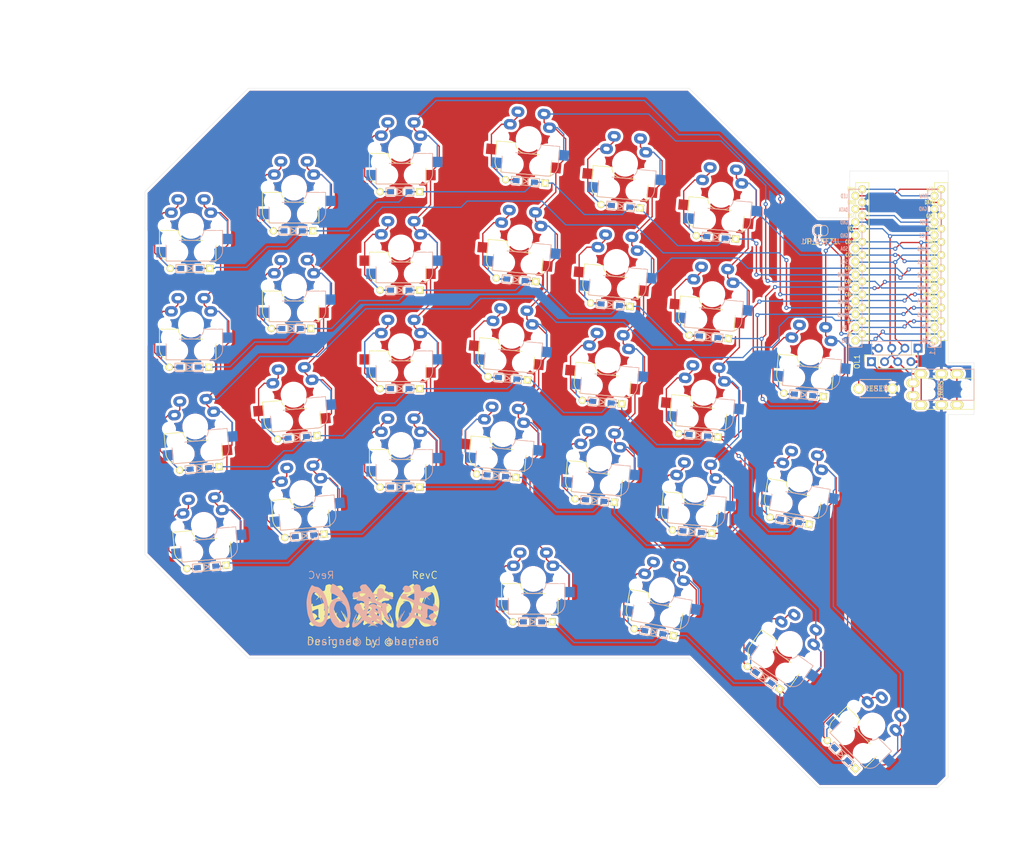
<source format=kicad_pcb>
(kicad_pcb (version 20171130) (host pcbnew 5.1.9)
  (title_block (title MUSASHI60) (rev A) (company "HAMANO Tsukasa"))
  (layers (0 F.Cu signal) (31 B.Cu signal) (34 B.Paste user) (35 F.Paste user) (36 B.SilkS user) (37 F.SilkS user) (38 B.Mask user) (39 F.Mask user) (44 Edge.Cuts user))
  (net 0 "")
  (net 1 B1)
  (net 2 "Net-(D_A3-Pad2)")
  (net 3 B3)
  (net 4 F6)
  (net 5 "Net-(D_B1-Pad2)")
  (net 6 "Net-(D_B2-Pad2)")
  (net 7 F7)
  (net 8 "Net-(D_B3-Pad2)")
  (net 9 "Net-(D_B4-Pad2)")
  (net 10 D1)
  (net 11 D0)
  (net 12 RST)
  (net 13 GND)
  (net 14 "Net-(U1-Pad24)")
  (net 15 VCC)
  (net 16 B2)
  (net 17 "Net-(D_B5-Pad2)")
  (net 18 "Net-(D_C1-Pad2)")
  (net 19 "Net-(D_C2-Pad2)")
  (net 20 "Net-(D_C4-Pad2)")
  (net 21 "Net-(D_C5-Pad2)")
  (net 22 D4)
  (net 23 "Net-(D_D1-Pad2)")
  (net 24 "Net-(D_D2-Pad2)")
  (net 25 "Net-(D_D3-Pad2)")
  (net 26 "Net-(D_D4-Pad2)")
  (net 27 "Net-(D_D5-Pad2)")
  (net 28 "Net-(D_E1-Pad2)")
  (net 29 "Net-(D_E2-Pad2)")
  (net 30 "Net-(D_E3-Pad2)")
  (net 31 "Net-(D_E4-Pad2)")
  (net 32 "Net-(D_F2-Pad2)")
  (net 33 "Net-(D_F3-Pad2)")
  (net 34 C6)
  (net 35 D7)
  (net 36 E6)
  (net 37 B4)
  (net 38 B5)
  (net 39 D2)
  (net 40 D3)
  (net 41 F4)
  (net 42 F5)
  (net 43 "Net-(J1-PadA)")
  (net 44 B6)
  (net 45 "Net-(D_A2-Pad2)")
  (net 46 "Net-(D_C3-Pad2)")
  (net 47 "Net-(D_A5-Pad2)")
  (net 48 "Net-(D_F4-Pad2)")
  (net 49 "Net-(D_F1-Pad2)")
  (net 50 "Net-(D_G2-Pad2)")
  (net 51 "Net-(D_G3-Pad2)")
  (net 52 "Net-(D_G4-Pad2)")
  (net 53 "Net-(D_G1-Pad2)")
  (module Connector_PinSocket_2.54mm:PinSocket_1x04_P2.54mm_Vertical (layer B.Cu) (at 174.2 73.2 90)
    (fp_text reference OL1 (at 0 2.77 270) (layer B.SilkS) (effects (justify mirror)))
    (fp_text value OLED)
    (pad 4 thru_hole oval (at 0 -7.62 90) (size 1.7 1.7) (drill 1) (layers *.Cu *.Mask) (net 13 GND))
    (pad 3 thru_hole oval (at 0 -5.08 90) (size 1.7 1.7) (drill 1) (layers *.Cu *.Mask) (net 15 VCC))
    (pad 2 thru_hole oval (at 0 -2.54 90) (size 1.7 1.7) (drill 1) (layers *.Cu *.Mask) (net 11 D0))
    (pad 1 thru_hole rect (at 0 0 90) (size 1.7 1.7) (drill 1) (layers *.Cu *.Mask) (net 10 D1))
  )
  (module local:CherryMX_Direct_Hotswap_Reversible (layer F.Cu) (at 153.4 74 175)
    (fp_text reference SW_A2 hide)
    (fp_text value SW_PUSH hide)
    (pad 2 thru_hole oval (at 2.54 5.08 355) (size 2.5 2) (drill oval 1.2 0.8) (layers *.Cu *.Mask) (net 45 "Net-(D_A2-Pad2)"))
    (pad 2 thru_hole oval (at 3.81 2.54 355) (size 2.5 2) (drill oval 1.2 0.8) (layers *.Cu *.Mask) (net 45 "Net-(D_A2-Pad2)"))
    (pad 1 thru_hole oval (at -2.54 5.08 355) (size 2.5 2) (drill oval 1.2 0.8) (layers *.Cu *.Mask) (net 41 F4))
    (pad 1 thru_hole oval (at -3.81 2.54 355) (size 2.5 2) (drill oval 1.2 0.8) (layers *.Cu *.Mask) (net 41 F4))
    (pad 1 smd rect (at -5.7 -5.08 355) (size 2 2) (layers F.Cu F.Paste F.Mask) (net 41 F4))
    (pad "" np_thru_hole circle (at 3.81 -2.54 355) (size 3 3) (drill 3) (layers *.Cu *.Mask) (clearance 0.25))
    (pad "" np_thru_hole circle (at -2.54 -5.08 355) (size 3 3) (drill 3) (layers *.Cu *.Mask) (clearance 0.3))
    (pad 2 smd rect (at 7 -2.54 355) (size 2 2) (layers F.Cu F.Paste F.Mask) (net 45 "Net-(D_A2-Pad2)"))
    (pad 1 smd rect (at -7 -2.54 355) (size 2 2) (layers B.Cu B.Paste B.Mask) (net 41 F4))
    (pad "" np_thru_hole circle (at 2.54 -5.08 355) (size 3 3) (drill 3) (layers *.Cu *.Mask) (clearance 0.3))
    (pad "" np_thru_hole circle (at 0 0 85) (size 3.988 3.988) (drill 3.988) (layers *.Cu *.Mask) (clearance 0.25))
    (pad "" np_thru_hole circle (at -5.08 0 355) (size 1.702 1.702) (drill 1.702) (layers *.Cu *.Mask) (clearance 0.3))
    (pad "" np_thru_hole circle (at 5.08 0 355) (size 1.702 1.702) (drill 1.702) (layers *.Cu *.Mask) (clearance 0.3))
    (pad "" np_thru_hole circle (at -3.81 -2.54 355) (size 3 3) (drill 3) (layers *.Cu *.Mask) (clearance 0.25))
    (pad 2 smd rect (at 5.7 -5.08 355) (size 2 2) (layers B.Cu B.Paste B.Mask) (net 45 "Net-(D_A2-Pad2)"))
  )
  (module foostan:D3_TH_SMD (layer F.Cu) (at 149.4 106.5 170)
    (fp_text reference D_A3 hide)
    (fp_text value D hide)
    (pad 2 smd rect (at 1.775 0 170) (size 1.3 0.95) (layers F.Cu F.Paste F.Mask) (net 2 "Net-(D_A3-Pad2)"))
    (pad 2 thru_hole circle (at 3.81 0 170) (size 1.397 1.397) (drill 0.8128) (layers *.Cu *.Mask F.SilkS) (net 2 "Net-(D_A3-Pad2)"))
    (pad 1 thru_hole rect (at -3.81 0 170) (size 1.397 1.397) (drill 0.8128) (layers *.Cu *.Mask F.SilkS) (net 35 D7))
    (pad 1 smd rect (at -1.775 0 170) (size 1.3 0.95) (layers B.Cu B.Paste B.Mask) (net 35 D7))
    (pad 2 smd rect (at 1.775 0 170) (size 1.3 0.95) (layers B.Cu B.Paste B.Mask) (net 2 "Net-(D_A3-Pad2)"))
    (pad 1 smd rect (at -1.775 0 170) (size 1.3 0.95) (layers F.Cu F.Paste F.Mask) (net 35 D7))
  )
  (module foostan:D3_TH_SMD (layer F.Cu) (at 152.1 82.2 175)
    (fp_text reference D_A2 hide)
    (fp_text value D hide)
    (pad 2 smd rect (at 1.775 0 175) (size 1.3 0.95) (layers F.Cu F.Paste F.Mask) (net 45 "Net-(D_A2-Pad2)"))
    (pad 2 thru_hole circle (at 3.81 0 175) (size 1.397 1.397) (drill 0.8128) (layers *.Cu *.Mask F.SilkS) (net 45 "Net-(D_A2-Pad2)"))
    (pad 1 thru_hole rect (at -3.81 0 175) (size 1.397 1.397) (drill 0.8128) (layers *.Cu *.Mask F.SilkS) (net 34 C6))
    (pad 1 smd rect (at -1.775 0 175) (size 1.3 0.95) (layers B.Cu B.Paste B.Mask) (net 34 C6))
    (pad 2 smd rect (at 1.775 0 175) (size 1.3 0.95) (layers B.Cu B.Paste B.Mask) (net 45 "Net-(D_A2-Pad2)"))
    (pad 1 smd rect (at -1.775 0 175) (size 1.3 0.95) (layers F.Cu F.Paste F.Mask) (net 34 C6))
  )
  (module local:musashi60-silk-384 (layer B.Cu) (at 69 123 180)
    (fp_text reference G_LOGO_B hide)
    (fp_text value LOGO hide)
  )
  (module local:musashi60-silk-384 (layer F.Cu) (at 69 123)
    (fp_text reference G_LOGO_F hide)
    (fp_text value LOGO hide)
  )
  (module foostan:MJ-4PP-9 (layer F.Cu) (at 185 82 270)
    (fp_text reference J1)
    (fp_text value MJ-4PP-9 hide)
    (fp_text user TRRS (at -0.75 6.45 90) (layer F.SilkS))
    (fp_text user TRRS (at -0.8255 6.4135 90) (layer B.SilkS) (effects (justify mirror)))
    (pad A thru_hole oval (at -2.1 11.8 270) (size 1.7 2.5) (drill oval 1 1.5) (layers *.Cu *.Mask F.SilkS) (net 43 "Net-(J1-PadA)") (clearance 0.15))
    (pad D thru_hole oval (at 2.1 10.3 270) (size 1.7 2.5) (drill oval 1 1.5) (layers *.Cu *.Mask F.SilkS) (net 15 VCC) (clearance 0.15))
    (pad C thru_hole oval (at 2.1 6.3 270) (size 1.7 2.5) (drill oval 1 1.5) (layers *.Cu *.Mask F.SilkS) (net 13 GND))
    (pad B thru_hole oval (at 2.1 3.3 270) (size 1.7 2.5) (drill oval 1 1.5) (layers *.Cu *.Mask F.SilkS) (net 39 D2))
    (pad "" np_thru_hole circle (at 0 8.5 270) (size 1.2 1.2) (drill 1.2) (layers *.Cu *.Mask F.SilkS))
    (pad "" np_thru_hole circle (at 0 1.5 270) (size 1.2 1.2) (drill 1.2) (layers *.Cu *.Mask F.SilkS))
    (pad C thru_hole oval (at -3.85 6.3 270) (size 1.7 2.5) (drill oval 1 1.5) (layers *.Cu *.Mask F.SilkS) (net 13 GND))
    (pad B thru_hole oval (at -3.85 3.3 270) (size 1.7 2.5) (drill oval 1 1.5) (layers *.Cu *.Mask F.SilkS) (net 39 D2))
    (pad A thru_hole oval (at 0.35 11.8 270) (size 1.7 2.5) (drill oval 1 1.5) (layers *.Cu *.Mask F.SilkS) (net 43 "Net-(J1-PadA)") (clearance 0.15))
    (pad D thru_hole oval (at -3.85 10.3 270) (size 1.7 2.5) (drill oval 1 1.5) (layers *.Cu *.Mask F.SilkS) (net 15 VCC) (clearance 0.15))
    (pad "" np_thru_hole circle (at -1.75 1.5 270) (size 1.2 1.2) (drill 1.2) (layers *.Cu *.Mask F.SilkS))
    (pad "" np_thru_hole circle (at -1.75 8.5 270) (size 1.2 1.2) (drill 1.2) (layers *.Cu *.Mask F.SilkS))
  )
  (module foostan:D3_TH_SMD (layer F.Cu) (at 116.8 45.8 175)
    (fp_text reference D_C1 hide)
    (fp_text value D hide)
    (pad 2 smd rect (at 1.775 0 175) (size 1.3 0.95) (layers F.Cu F.Paste F.Mask) (net 18 "Net-(D_C1-Pad2)"))
    (pad 2 thru_hole circle (at 3.81 0 175) (size 1.397 1.397) (drill 0.8128) (layers *.Cu *.Mask F.SilkS) (net 18 "Net-(D_C1-Pad2)"))
    (pad 1 thru_hole rect (at -3.81 0 175) (size 1.397 1.397) (drill 0.8128) (layers *.Cu *.Mask F.SilkS) (net 22 D4))
    (pad 1 smd rect (at -1.775 0 175) (size 1.3 0.95) (layers B.Cu B.Paste B.Mask) (net 22 D4))
    (pad 2 smd rect (at 1.775 0 175) (size 1.3 0.95) (layers B.Cu B.Paste B.Mask) (net 18 "Net-(D_C1-Pad2)"))
    (pad 1 smd rect (at -1.775 0 175) (size 1.3 0.95) (layers F.Cu F.Paste F.Mask) (net 22 D4))
  )
  (module foostan:D3_TH_SMD (layer F.Cu) (at 135.2 51.8 175)
    (fp_text reference D_B1 hide)
    (fp_text value D hide)
    (pad 2 smd rect (at 1.775 0 175) (size 1.3 0.95) (layers F.Cu F.Paste F.Mask) (net 5 "Net-(D_B1-Pad2)"))
    (pad 2 thru_hole circle (at 3.81 0 175) (size 1.397 1.397) (drill 0.8128) (layers *.Cu *.Mask F.SilkS) (net 5 "Net-(D_B1-Pad2)"))
    (pad 1 thru_hole rect (at -3.81 0 175) (size 1.397 1.397) (drill 0.8128) (layers *.Cu *.Mask F.SilkS) (net 22 D4))
    (pad 1 smd rect (at -1.775 0 175) (size 1.3 0.95) (layers B.Cu B.Paste B.Mask) (net 22 D4))
    (pad 2 smd rect (at 1.775 0 175) (size 1.3 0.95) (layers B.Cu B.Paste B.Mask) (net 5 "Net-(D_B1-Pad2)"))
    (pad 1 smd rect (at -1.775 0 175) (size 1.3 0.95) (layers F.Cu F.Paste F.Mask) (net 22 D4))
  )
  (module foostan:D3_TH_SMD (layer F.Cu) (at 133.8 71 175)
    (fp_text reference D_B2 hide)
    (fp_text value D hide)
    (pad 2 smd rect (at 1.775 0 175) (size 1.3 0.95) (layers F.Cu F.Paste F.Mask) (net 6 "Net-(D_B2-Pad2)"))
    (pad 2 thru_hole circle (at 3.81 0 175) (size 1.397 1.397) (drill 0.8128) (layers *.Cu *.Mask F.SilkS) (net 6 "Net-(D_B2-Pad2)"))
    (pad 1 thru_hole rect (at -3.81 0 175) (size 1.397 1.397) (drill 0.8128) (layers *.Cu *.Mask F.SilkS) (net 34 C6))
    (pad 1 smd rect (at -1.775 0 175) (size 1.3 0.95) (layers B.Cu B.Paste B.Mask) (net 34 C6))
    (pad 2 smd rect (at 1.775 0 175) (size 1.3 0.95) (layers B.Cu B.Paste B.Mask) (net 6 "Net-(D_B2-Pad2)"))
    (pad 1 smd rect (at -1.775 0 175) (size 1.3 0.95) (layers F.Cu F.Paste F.Mask) (net 34 C6))
  )
  (module foostan:D3_TH_SMD (layer F.Cu) (at 131.8 90 175)
    (fp_text reference D_B3 hide)
    (fp_text value D hide)
    (pad 2 smd rect (at 1.775 0 175) (size 1.3 0.95) (layers F.Cu F.Paste F.Mask) (net 8 "Net-(D_B3-Pad2)"))
    (pad 2 thru_hole circle (at 3.81 0 175) (size 1.397 1.397) (drill 0.8128) (layers *.Cu *.Mask F.SilkS) (net 8 "Net-(D_B3-Pad2)"))
    (pad 1 thru_hole rect (at -3.81 0 175) (size 1.397 1.397) (drill 0.8128) (layers *.Cu *.Mask F.SilkS) (net 35 D7))
    (pad 1 smd rect (at -1.775 0 175) (size 1.3 0.95) (layers B.Cu B.Paste B.Mask) (net 35 D7))
    (pad 2 smd rect (at 1.775 0 175) (size 1.3 0.95) (layers B.Cu B.Paste B.Mask) (net 8 "Net-(D_B3-Pad2)"))
    (pad 1 smd rect (at -1.775 0 175) (size 1.3 0.95) (layers F.Cu F.Paste F.Mask) (net 35 D7))
  )
  (module foostan:D3_TH_SMD (layer F.Cu) (at 130.6 108.6 175)
    (fp_text reference D_B4 hide)
    (fp_text value D hide)
    (pad 2 smd rect (at 1.775 0 175) (size 1.3 0.95) (layers F.Cu F.Paste F.Mask) (net 9 "Net-(D_B4-Pad2)"))
    (pad 2 thru_hole circle (at 3.81 0 175) (size 1.397 1.397) (drill 0.8128) (layers *.Cu *.Mask F.SilkS) (net 9 "Net-(D_B4-Pad2)"))
    (pad 1 thru_hole rect (at -3.81 0 175) (size 1.397 1.397) (drill 0.8128) (layers *.Cu *.Mask F.SilkS) (net 36 E6))
    (pad 1 smd rect (at -1.775 0 175) (size 1.3 0.95) (layers B.Cu B.Paste B.Mask) (net 36 E6))
    (pad 2 smd rect (at 1.775 0 175) (size 1.3 0.95) (layers B.Cu B.Paste B.Mask) (net 9 "Net-(D_B4-Pad2)"))
    (pad 1 smd rect (at -1.775 0 175) (size 1.3 0.95) (layers F.Cu F.Paste F.Mask) (net 36 E6))
  )
  (module foostan:ResetSW (layer F.Cu) (at 166 81)
    (fp_text reference SW_RST1 hide)
    (fp_text value SW_PUSH)
    (fp_text user RESET (at 0 0) (layer F.SilkS))
    (fp_text user RESET (at 0.127 0) (layer B.SilkS) (effects (justify mirror)))
    (pad 2 thru_hole circle (at -3.25 0) (size 2 2) (drill 1.3) (layers *.Cu *.Mask F.SilkS) (net 12 RST))
    (pad 1 thru_hole circle (at 3.25 0) (size 2 2) (drill 1.3) (layers *.Cu *.Mask F.SilkS) (net 13 GND))
  )
  (module foostan:ProMicro_v2 (layer F.Cu) (at 171 57)
    (fp_text reference U1 hide)
    (fp_text value ProMicro_r hide)
    (fp_text user "" (at -0.5 -17.25) (layer F.SilkS))
    (fp_text user "" (at -1.2065 -16.256) (layer B.SilkS) (effects (justify mirror)))
    (fp_text user RAW (at -9.7155 -14.478) (layer F.SilkS) (effects (font (size 0.75 0.5) (thickness 0.125))))
    (fp_text user LED (at 5.5 -14.478) (layer F.SilkS) (effects (font (size 0.75 0.5) (thickness 0.125))))
    (fp_text user GND (at -9.7155 -11.938) (layer F.SilkS) (effects (font (size 0.75 0.5) (thickness 0.125))))
    (fp_text user DATA (at 5.35 -11.95) (layer F.SilkS) (effects (font (size 0.75 0.5) (thickness 0.125))))
    (fp_text user RST (at -9.7155 -9.3345) (layer F.SilkS) (effects (font (size 0.75 0.5) (thickness 0.125))))
    (fp_text user GND (at 5.5245 -9.3345) (layer F.SilkS) (effects (font (size 0.75 0.5) (thickness 0.125))))
    (fp_text user VCC (at -9.7155 -6.858) (layer F.SilkS) (effects (font (size 0.75 0.5) (thickness 0.125))))
    (fp_text user GND (at 5.461 -6.7945) (layer F.SilkS) (effects (font (size 0.75 0.5) (thickness 0.125))))
    (fp_text user COL3 (at -10 3.35) (layer F.SilkS) (effects (font (size 0.75 0.5) (thickness 0.125))))
    (fp_text user ROW0 (at 5.2 0.8) (layer F.SilkS) (effects (font (size 0.75 0.5) (thickness 0.125))))
    (fp_text user COL2 (at -9.9 0.762) (layer F.SilkS) (effects (font (size 0.75 0.5) (thickness 0.125))))
    (fp_text user SCL (at 5.461 -1.778) (layer F.SilkS) (effects (font (size 0.75 0.5) (thickness 0.125))))
    (fp_text user COL1 (at -9.85 -1.778) (layer F.SilkS) (effects (font (size 0.75 0.5) (thickness 0.125))))
    (fp_text user SDA (at 5.461 -4.318) (layer F.SilkS) (effects (font (size 0.75 0.5) (thickness 0.125))))
    (fp_text user COL0 (at -9.9 -4.3) (layer F.SilkS) (effects (font (size 0.75 0.5) (thickness 0.125))))
    (fp_text user B6 (at -10.05 13.5) (layer F.SilkS) (effects (font (size 0.75 0.5) (thickness 0.125))))
    (fp_text user B5 (at 5.2 13.5255) (layer F.SilkS) (effects (font (size 0.75 0.5) (thickness 0.125))))
    (fp_text user B4 (at 5.2 10.922) (layer F.SilkS) (effects (font (size 0.75 0.5) (thickness 0.125))))
    (fp_text user B2 (at -9.95 10.95) (layer F.SilkS) (effects (font (size 0.75 0.5) (thickness 0.125))))
    (fp_text user ROW3 (at 5.2 8.4455) (layer F.SilkS) (effects (font (size 0.75 0.5) (thickness 0.125))))
    (fp_text user COL5 (at -9.95 8.4455) (layer F.SilkS) (effects (font (size 0.75 0.5) (thickness 0.125))))
    (fp_text user ROW2 (at 5.2 5.85) (layer F.SilkS) (effects (font (size 0.75 0.5) (thickness 0.125))))
    (fp_text user COL4 (at -9.95 5.85) (layer F.SilkS) (effects (font (size 0.75 0.5) (thickness 0.125))))
    (fp_text user ROW1 (at 5.25 3.302) (layer F.SilkS) (effects (font (size 0.75 0.5) (thickness 0.125))))
    (fp_text user ROW1 (at -11.3 4.6355) (layer B.SilkS) (effects (font (size 0.75 0.5) (thickness 0.125)) (justify mirror)))
    (fp_text user COL4 (at 3.95 7.112) (layer B.SilkS) (effects (font (size 0.75 0.5) (thickness 0.125)) (justify mirror)))
    (fp_text user ROW2 (at -11.3 7.239) (layer B.SilkS) (effects (font (size 0.75 0.5) (thickness 0.125)) (justify mirror)))
    (fp_text user COL5 (at 4 9.75) (layer B.SilkS) (effects (font (size 0.75 0.5) (thickness 0.125)) (justify mirror)))
    (fp_text user ROW3 (at -11.3 9.75) (layer B.SilkS) (effects (font (size 0.75 0.5) (thickness 0.125)) (justify mirror)))
    (fp_text user B2 (at 4.5085 12.1285) (layer B.SilkS) (effects (font (size 0.75 0.5) (thickness 0.125)) (justify mirror)))
    (fp_text user B4 (at -11.049 12.2555) (layer B.SilkS) (effects (font (size 0.75 0.5) (thickness 0.125)) (justify mirror)))
    (fp_text user B5 (at -11.049 14.7955) (layer B.SilkS) (effects (font (size 0.75 0.5) (thickness 0.125)) (justify mirror)))
    (fp_text user B6 (at 4.445 14.732) (layer B.SilkS) (effects (font (size 0.75 0.5) (thickness 0.125)) (justify mirror)))
    (fp_text user COL0 (at 4 -2.95) (layer B.SilkS) (effects (font (size 0.75 0.5) (thickness 0.125)) (justify mirror)))
    (fp_text user SDA (at -11.049 -2.9845) (layer B.SilkS) (effects (font (size 0.75 0.5) (thickness 0.125)) (justify mirror)))
    (fp_text user COL1 (at 4 -0.4445) (layer B.SilkS) (effects (font (size 0.75 0.5) (thickness 0.125)) (justify mirror)))
    (fp_text user SCL (at -11.049 -0.4445) (layer B.SilkS) (effects (font (size 0.75 0.5) (thickness 0.125)) (justify mirror)))
    (fp_text user COL2 (at 4 2.1) (layer B.SilkS) (effects (font (size 0.75 0.5) (thickness 0.125)) (justify mirror)))
    (fp_text user ROW0 (at -11.3 2.032) (layer B.SilkS) (effects (font (size 0.75 0.5) (thickness 0.125)) (justify mirror)))
    (fp_text user COL3 (at 4 4.6) (layer B.SilkS) (effects (font (size 0.75 0.5) (thickness 0.125)) (justify mirror)))
    (fp_text user GND (at -11.049 -5.5245) (layer B.SilkS) (effects (font (size 0.75 0.5) (thickness 0.125)) (justify mirror)))
    (fp_text user VCC (at 4.1275 -5.5245) (layer B.SilkS) (effects (font (size 0.75 0.5) (thickness 0.125)) (justify mirror)))
    (fp_text user GND (at -11.049 -8.0645) (layer B.SilkS) (effects (font (size 0.75 0.5) (thickness 0.125)) (justify mirror)))
    (fp_text user RST (at 4.191 -8.0645) (layer B.SilkS) (effects (font (size 0.75 0.5) (thickness 0.125)) (justify mirror)))
    (fp_text user DATA (at -11.2 -10.5) (layer B.SilkS) (effects (font (size 0.75 0.5) (thickness 0.125)) (justify mirror)))
    (fp_text user GND (at 4.1275 -10.668) (layer B.SilkS) (effects (font (size 0.75 0.5) (thickness 0.125)) (justify mirror)))
    (fp_text user LED (at -11.049 -13.1445) (layer B.SilkS) (effects (font (size 0.75 0.5) (thickness 0.125)) (justify mirror)))
    (fp_text user RAW (at 4.191 -13.1445) (layer B.SilkS) (effects (font (size 0.75 0.5) (thickness 0.125)) (justify mirror)))
    (pad 24 thru_hole circle (at 6.35 -13.208) (size 1.524 1.524) (drill 0.8128) (layers *.Cu *.Mask F.SilkS) (net 14 "Net-(U1-Pad24)"))
    (pad 23 thru_hole circle (at 6.35 -10.668) (size 1.524 1.524) (drill 0.8128) (layers *.Cu *.Mask F.SilkS) (net 13 GND))
    (pad 22 thru_hole circle (at 6.35 -8.128) (size 1.524 1.524) (drill 0.8128) (layers *.Cu *.Mask F.SilkS) (net 12 RST))
    (pad 21 thru_hole circle (at 6.35 -5.588) (size 1.524 1.524) (drill 0.8128) (layers *.Cu *.Mask F.SilkS) (net 15 VCC))
    (pad 20 thru_hole circle (at 6.35 -3.048) (size 1.524 1.524) (drill 0.8128) (layers *.Cu *.Mask F.SilkS) (net 41 F4))
    (pad 19 thru_hole circle (at 6.35 -0.508) (size 1.524 1.524) (drill 0.8128) (layers *.Cu *.Mask F.SilkS) (net 42 F5))
    (pad 18 thru_hole circle (at 6.35 2.032) (size 1.524 1.524) (drill 0.8128) (layers *.Cu *.Mask F.SilkS) (net 4 F6))
    (pad 17 thru_hole circle (at 6.35 4.572) (size 1.524 1.524) (drill 0.8128) (layers *.Cu *.Mask F.SilkS) (net 7 F7))
    (pad 16 thru_hole circle (at 6.35 7.112) (size 1.524 1.524) (drill 0.8128) (layers *.Cu *.Mask F.SilkS) (net 1 B1))
    (pad 15 thru_hole circle (at 6.35 9.652) (size 1.524 1.524) (drill 0.8128) (layers *.Cu *.Mask F.SilkS) (net 3 B3))
    (pad 14 thru_hole circle (at 6.35 12.192) (size 1.524 1.524) (drill 0.8128) (layers *.Cu *.Mask F.SilkS) (net 16 B2))
    (pad 13 thru_hole circle (at 6.35 14.732) (size 1.524 1.524) (drill 0.8128) (layers *.Cu *.Mask F.SilkS) (net 44 B6))
    (pad 12 thru_hole circle (at -8.89 14.732) (size 1.524 1.524) (drill 0.8128) (layers *.Cu *.Mask F.SilkS) (net 38 B5))
    (pad 11 thru_hole circle (at -8.89 12.192) (size 1.524 1.524) (drill 0.8128) (layers *.Cu *.Mask F.SilkS) (net 37 B4))
    (pad 10 thru_hole circle (at -8.89 9.652) (size 1.524 1.524) (drill 0.8128) (layers *.Cu *.Mask F.SilkS) (net 36 E6))
    (pad 9 thru_hole circle (at -8.89 7.112) (size 1.524 1.524) (drill 0.8128) (layers *.Cu *.Mask F.SilkS) (net 35 D7))
    (pad 8 thru_hole circle (at -8.89 4.572) (size 1.524 1.524) (drill 0.8128) (layers *.Cu *.Mask F.SilkS) (net 34 C6))
    (pad 7 thru_hole circle (at -8.89 2.032) (size 1.524 1.524) (drill 0.8128) (layers *.Cu *.Mask F.SilkS) (net 22 D4))
    (pad 6 thru_hole circle (at -8.89 -0.508) (size 1.524 1.524) (drill 0.8128) (layers *.Cu *.Mask F.SilkS) (net 11 D0))
    (pad 5 thru_hole circle (at -8.89 -3.048) (size 1.524 1.524) (drill 0.8128) (layers *.Cu *.Mask F.SilkS) (net 10 D1))
    (pad 4 thru_hole circle (at -8.89 -5.588) (size 1.524 1.524) (drill 0.8128) (layers *.Cu *.Mask F.SilkS) (net 13 GND))
    (pad 3 thru_hole circle (at -8.89 -8.128) (size 1.524 1.524) (drill 0.8128) (layers *.Cu *.Mask F.SilkS) (net 13 GND))
    (pad 2 thru_hole circle (at -8.89 -10.668) (size 1.524 1.524) (drill 0.8128) (layers *.Cu *.Mask F.SilkS) (net 39 D2))
    (pad 1 thru_hole circle (at -8.89 -13.208) (size 1.524 1.524) (drill 0.8128) (layers *.Cu *.Mask F.SilkS) (net 40 D3))
    (pad 1 thru_hole circle (at 7.6564 -14.478) (size 1.524 1.524) (drill 0.8128) (layers *.Cu *.Mask F.SilkS) (net 40 D3))
    (pad 2 thru_hole circle (at 7.6564 -11.938) (size 1.524 1.524) (drill 0.8128) (layers *.Cu *.Mask F.SilkS) (net 39 D2))
    (pad 3 thru_hole circle (at 7.6564 -9.398) (size 1.524 1.524) (drill 0.8128) (layers *.Cu *.Mask F.SilkS) (net 13 GND))
    (pad 4 thru_hole circle (at 7.6564 -6.858) (size 1.524 1.524) (drill 0.8128) (layers *.Cu *.Mask F.SilkS) (net 13 GND))
    (pad 5 thru_hole circle (at 7.6564 -4.318) (size 1.524 1.524) (drill 0.8128) (layers *.Cu *.Mask F.SilkS) (net 10 D1))
    (pad 6 thru_hole circle (at 7.6564 -1.778) (size 1.524 1.524) (drill 0.8128) (layers *.Cu *.Mask F.SilkS) (net 11 D0))
    (pad 7 thru_hole circle (at 7.6564 0.762) (size 1.524 1.524) (drill 0.8128) (layers *.Cu *.Mask F.SilkS) (net 22 D4))
    (pad 8 thru_hole circle (at 7.6564 3.302) (size 1.524 1.524) (drill 0.8128) (layers *.Cu *.Mask F.SilkS) (net 34 C6))
    (pad 9 thru_hole circle (at 7.6564 5.842) (size 1.524 1.524) (drill 0.8128) (layers *.Cu *.Mask F.SilkS) (net 35 D7))
    (pad 10 thru_hole circle (at 7.6564 8.382) (size 1.524 1.524) (drill 0.8128) (layers *.Cu *.Mask F.SilkS) (net 36 E6))
    (pad 11 thru_hole circle (at 7.6564 10.922) (size 1.524 1.524) (drill 0.8128) (layers *.Cu *.Mask F.SilkS) (net 37 B4))
    (pad 12 thru_hole circle (at 7.6564 13.462) (size 1.524 1.524) (drill 0.8128) (layers *.Cu *.Mask F.SilkS) (net 38 B5))
    (pad 13 thru_hole circle (at -7.5636 13.462) (size 1.524 1.524) (drill 0.8128) (layers *.Cu *.Mask F.SilkS) (net 44 B6))
    (pad 14 thru_hole circle (at -7.5636 10.922) (size 1.524 1.524) (drill 0.8128) (layers *.Cu *.Mask F.SilkS) (net 16 B2))
    (pad 15 thru_hole circle (at -7.5636 8.382) (size 1.524 1.524) (drill 0.8128) (layers *.Cu *.Mask F.SilkS) (net 3 B3))
    (pad 16 thru_hole circle (at -7.5636 5.842) (size 1.524 1.524) (drill 0.8128) (layers *.Cu *.Mask F.SilkS) (net 1 B1))
    (pad 17 thru_hole circle (at -7.5636 3.302) (size 1.524 1.524) (drill 0.8128) (layers *.Cu *.Mask F.SilkS) (net 7 F7))
    (pad 18 thru_hole circle (at -7.5636 0.762) (size 1.524 1.524) (drill 0.8128) (layers *.Cu *.Mask F.SilkS) (net 4 F6))
    (pad 19 thru_hole circle (at -7.5636 -1.778) (size 1.524 1.524) (drill 0.8128) (layers *.Cu *.Mask F.SilkS) (net 42 F5))
    (pad 20 thru_hole circle (at -7.5636 -4.318) (size 1.524 1.524) (drill 0.8128) (layers *.Cu *.Mask F.SilkS) (net 41 F4))
    (pad 21 thru_hole circle (at -7.5636 -6.858) (size 1.524 1.524) (drill 0.8128) (layers *.Cu *.Mask F.SilkS) (net 15 VCC))
    (pad 22 thru_hole circle (at -7.5636 -9.398) (size 1.524 1.524) (drill 0.8128) (layers *.Cu *.Mask F.SilkS) (net 12 RST))
    (pad 23 thru_hole circle (at -7.5636 -11.938) (size 1.524 1.524) (drill 0.8128) (layers *.Cu *.Mask F.SilkS) (net 13 GND))
    (pad 24 thru_hole circle (at -7.5636 -14.478) (size 1.524 1.524) (drill 0.8128) (layers *.Cu *.Mask F.SilkS) (net 14 "Net-(U1-Pad24)"))
  )
  (module foostan:D3_TH_SMD (layer F.Cu) (at 159.4 151.6 135)
    (fp_text reference D_A5 hide)
    (fp_text value D hide)
    (pad 2 smd rect (at 1.775 0 135) (size 1.3 0.95) (layers F.Cu F.Paste F.Mask) (net 47 "Net-(D_A5-Pad2)"))
    (pad 2 thru_hole circle (at 3.81 0 135) (size 1.397 1.397) (drill 0.8128) (layers *.Cu *.Mask F.SilkS) (net 47 "Net-(D_A5-Pad2)"))
    (pad 1 thru_hole rect (at -3.81 0 135) (size 1.397 1.397) (drill 0.8128) (layers *.Cu *.Mask F.SilkS) (net 37 B4))
    (pad 1 smd rect (at -1.775 0 135) (size 1.3 0.95) (layers B.Cu B.Paste B.Mask) (net 37 B4))
    (pad 2 smd rect (at 1.775 0 135) (size 1.3 0.95) (layers B.Cu B.Paste B.Mask) (net 47 "Net-(D_A5-Pad2)"))
    (pad 1 smd rect (at -1.775 0 135) (size 1.3 0.95) (layers F.Cu F.Paste F.Mask) (net 37 B4))
  )
  (module foostan:D3_TH_SMD (layer F.Cu) (at 144.4 136.8 145)
    (fp_text reference D_B5 hide)
    (fp_text value D hide)
    (pad 2 smd rect (at 1.775 0 145) (size 1.3 0.95) (layers F.Cu F.Paste F.Mask) (net 17 "Net-(D_B5-Pad2)"))
    (pad 2 thru_hole circle (at 3.81 0 145) (size 1.397 1.397) (drill 0.8128) (layers *.Cu *.Mask F.SilkS) (net 17 "Net-(D_B5-Pad2)"))
    (pad 1 thru_hole rect (at -3.81 0 145) (size 1.397 1.397) (drill 0.8128) (layers *.Cu *.Mask F.SilkS) (net 37 B4))
    (pad 1 smd rect (at -1.775 0 145) (size 1.3 0.95) (layers B.Cu B.Paste B.Mask) (net 37 B4))
    (pad 2 smd rect (at 1.775 0 145) (size 1.3 0.95) (layers B.Cu B.Paste B.Mask) (net 17 "Net-(D_B5-Pad2)"))
    (pad 1 smd rect (at -1.775 0 145) (size 1.3 0.95) (layers F.Cu F.Paste F.Mask) (net 37 B4))
  )
  (module foostan:D3_TH_SMD (layer F.Cu) (at 114.8 64.8 175)
    (fp_text reference D_C2 hide)
    (fp_text value D hide)
    (pad 2 smd rect (at 1.775 0 175) (size 1.3 0.95) (layers F.Cu F.Paste F.Mask) (net 19 "Net-(D_C2-Pad2)"))
    (pad 2 thru_hole circle (at 3.81 0 175) (size 1.397 1.397) (drill 0.8128) (layers *.Cu *.Mask F.SilkS) (net 19 "Net-(D_C2-Pad2)"))
    (pad 1 thru_hole rect (at -3.81 0 175) (size 1.397 1.397) (drill 0.8128) (layers *.Cu *.Mask F.SilkS) (net 34 C6))
    (pad 1 smd rect (at -1.775 0 175) (size 1.3 0.95) (layers B.Cu B.Paste B.Mask) (net 34 C6))
    (pad 2 smd rect (at 1.775 0 175) (size 1.3 0.95) (layers B.Cu B.Paste B.Mask) (net 19 "Net-(D_C2-Pad2)"))
    (pad 1 smd rect (at -1.775 0 175) (size 1.3 0.95) (layers F.Cu F.Paste F.Mask) (net 34 C6))
  )
  (module foostan:D3_TH_SMD (layer F.Cu) (at 113.2 83.6 175)
    (fp_text reference D_C3 hide)
    (fp_text value D hide)
    (pad 2 smd rect (at 1.775 0 175) (size 1.3 0.95) (layers F.Cu F.Paste F.Mask) (net 46 "Net-(D_C3-Pad2)"))
    (pad 2 thru_hole circle (at 3.81 0 175) (size 1.397 1.397) (drill 0.8128) (layers *.Cu *.Mask F.SilkS) (net 46 "Net-(D_C3-Pad2)"))
    (pad 1 thru_hole rect (at -3.81 0 175) (size 1.397 1.397) (drill 0.8128) (layers *.Cu *.Mask F.SilkS) (net 35 D7))
    (pad 1 smd rect (at -1.775 0 175) (size 1.3 0.95) (layers B.Cu B.Paste B.Mask) (net 35 D7))
    (pad 2 smd rect (at 1.775 0 175) (size 1.3 0.95) (layers B.Cu B.Paste B.Mask) (net 46 "Net-(D_C3-Pad2)"))
    (pad 1 smd rect (at -1.775 0 175) (size 1.3 0.95) (layers F.Cu F.Paste F.Mask) (net 35 D7))
  )
  (module foostan:D3_TH_SMD (layer F.Cu) (at 111.8 102.6 175)
    (fp_text reference D_C4 hide)
    (fp_text value D hide)
    (pad 2 smd rect (at 1.775 0 175) (size 1.3 0.95) (layers F.Cu F.Paste F.Mask) (net 20 "Net-(D_C4-Pad2)"))
    (pad 2 thru_hole circle (at 3.81 0 175) (size 1.397 1.397) (drill 0.8128) (layers *.Cu *.Mask F.SilkS) (net 20 "Net-(D_C4-Pad2)"))
    (pad 1 thru_hole rect (at -3.81 0 175) (size 1.397 1.397) (drill 0.8128) (layers *.Cu *.Mask F.SilkS) (net 36 E6))
    (pad 1 smd rect (at -1.775 0 175) (size 1.3 0.95) (layers B.Cu B.Paste B.Mask) (net 36 E6))
    (pad 2 smd rect (at 1.775 0 175) (size 1.3 0.95) (layers B.Cu B.Paste B.Mask) (net 20 "Net-(D_C4-Pad2)"))
    (pad 1 smd rect (at -1.775 0 175) (size 1.3 0.95) (layers F.Cu F.Paste F.Mask) (net 36 E6))
  )
  (module foostan:D3_TH_SMD (layer F.Cu) (at 123.2 128 170)
    (fp_text reference D_C5 hide)
    (fp_text value D hide)
    (pad 2 smd rect (at 1.775 0 170) (size 1.3 0.95) (layers F.Cu F.Paste F.Mask) (net 21 "Net-(D_C5-Pad2)"))
    (pad 2 thru_hole circle (at 3.81 0 170) (size 1.397 1.397) (drill 0.8128) (layers *.Cu *.Mask F.SilkS) (net 21 "Net-(D_C5-Pad2)"))
    (pad 1 thru_hole rect (at -3.81 0 170) (size 1.397 1.397) (drill 0.8128) (layers *.Cu *.Mask F.SilkS) (net 37 B4))
    (pad 1 smd rect (at -1.775 0 170) (size 1.3 0.95) (layers B.Cu B.Paste B.Mask) (net 37 B4))
    (pad 2 smd rect (at 1.775 0 170) (size 1.3 0.95) (layers B.Cu B.Paste B.Mask) (net 21 "Net-(D_C5-Pad2)"))
    (pad 1 smd rect (at -1.775 0 170) (size 1.3 0.95) (layers F.Cu F.Paste F.Mask) (net 37 B4))
  )
  (module foostan:D3_TH_SMD (layer F.Cu) (at 98.4 41 175)
    (fp_text reference D_D1 hide)
    (fp_text value D hide)
    (pad 2 smd rect (at 1.775 0 175) (size 1.3 0.95) (layers F.Cu F.Paste F.Mask) (net 23 "Net-(D_D1-Pad2)"))
    (pad 2 thru_hole circle (at 3.81 0 175) (size 1.397 1.397) (drill 0.8128) (layers *.Cu *.Mask F.SilkS) (net 23 "Net-(D_D1-Pad2)"))
    (pad 1 thru_hole rect (at -3.81 0 175) (size 1.397 1.397) (drill 0.8128) (layers *.Cu *.Mask F.SilkS) (net 22 D4))
    (pad 1 smd rect (at -1.775 0 175) (size 1.3 0.95) (layers B.Cu B.Paste B.Mask) (net 22 D4))
    (pad 2 smd rect (at 1.775 0 175) (size 1.3 0.95) (layers B.Cu B.Paste B.Mask) (net 23 "Net-(D_D1-Pad2)"))
    (pad 1 smd rect (at -1.775 0 175) (size 1.3 0.95) (layers F.Cu F.Paste F.Mask) (net 22 D4))
  )
  (module foostan:D3_TH_SMD (layer F.Cu) (at 96.6 60 175)
    (fp_text reference D_D2 hide)
    (fp_text value D hide)
    (pad 2 smd rect (at 1.775 0 175) (size 1.3 0.95) (layers F.Cu F.Paste F.Mask) (net 24 "Net-(D_D2-Pad2)"))
    (pad 2 thru_hole circle (at 3.81 0 175) (size 1.397 1.397) (drill 0.8128) (layers *.Cu *.Mask F.SilkS) (net 24 "Net-(D_D2-Pad2)"))
    (pad 1 thru_hole rect (at -3.81 0 175) (size 1.397 1.397) (drill 0.8128) (layers *.Cu *.Mask F.SilkS) (net 34 C6))
    (pad 1 smd rect (at -1.775 0 175) (size 1.3 0.95) (layers B.Cu B.Paste B.Mask) (net 34 C6))
    (pad 2 smd rect (at 1.775 0 175) (size 1.3 0.95) (layers B.Cu B.Paste B.Mask) (net 24 "Net-(D_D2-Pad2)"))
    (pad 1 smd rect (at -1.775 0 175) (size 1.3 0.95) (layers F.Cu F.Paste F.Mask) (net 34 C6))
  )
  (module foostan:D3_TH_SMD (layer F.Cu) (at 95 79 175)
    (fp_text reference D_D3 hide)
    (fp_text value D hide)
    (pad 2 smd rect (at 1.775 0 175) (size 1.3 0.95) (layers F.Cu F.Paste F.Mask) (net 25 "Net-(D_D3-Pad2)"))
    (pad 2 thru_hole circle (at 3.81 0 175) (size 1.397 1.397) (drill 0.8128) (layers *.Cu *.Mask F.SilkS) (net 25 "Net-(D_D3-Pad2)"))
    (pad 1 thru_hole rect (at -3.81 0 175) (size 1.397 1.397) (drill 0.8128) (layers *.Cu *.Mask F.SilkS) (net 35 D7))
    (pad 1 smd rect (at -1.775 0 175) (size 1.3 0.95) (layers B.Cu B.Paste B.Mask) (net 35 D7))
    (pad 2 smd rect (at 1.775 0 175) (size 1.3 0.95) (layers B.Cu B.Paste B.Mask) (net 25 "Net-(D_D3-Pad2)"))
    (pad 1 smd rect (at -1.775 0 175) (size 1.3 0.95) (layers F.Cu F.Paste F.Mask) (net 35 D7))
  )
  (module foostan:D3_TH_SMD (layer F.Cu) (at 92.8 97.8 175)
    (fp_text reference D_D4 hide)
    (fp_text value D hide)
    (pad 2 smd rect (at 1.775 0 175) (size 1.3 0.95) (layers F.Cu F.Paste F.Mask) (net 26 "Net-(D_D4-Pad2)"))
    (pad 2 thru_hole circle (at 3.81 0 175) (size 1.397 1.397) (drill 0.8128) (layers *.Cu *.Mask F.SilkS) (net 26 "Net-(D_D4-Pad2)"))
    (pad 1 thru_hole rect (at -3.81 0 175) (size 1.397 1.397) (drill 0.8128) (layers *.Cu *.Mask F.SilkS) (net 36 E6))
    (pad 1 smd rect (at -1.775 0 175) (size 1.3 0.95) (layers B.Cu B.Paste B.Mask) (net 36 E6))
    (pad 2 smd rect (at 1.775 0 175) (size 1.3 0.95) (layers B.Cu B.Paste B.Mask) (net 26 "Net-(D_D4-Pad2)"))
    (pad 1 smd rect (at -1.775 0 175) (size 1.3 0.95) (layers F.Cu F.Paste F.Mask) (net 36 E6))
  )
  (module foostan:D3_TH_SMD (layer F.Cu) (at 99.8 126 180)
    (fp_text reference D_D5 hide)
    (fp_text value D hide)
    (pad 2 smd rect (at 1.775 0 180) (size 1.3 0.95) (layers F.Cu F.Paste F.Mask) (net 27 "Net-(D_D5-Pad2)"))
    (pad 2 thru_hole circle (at 3.81 0 180) (size 1.397 1.397) (drill 0.8128) (layers *.Cu *.Mask F.SilkS) (net 27 "Net-(D_D5-Pad2)"))
    (pad 1 thru_hole rect (at -3.81 0 180) (size 1.397 1.397) (drill 0.8128) (layers *.Cu *.Mask F.SilkS) (net 37 B4))
    (pad 1 smd rect (at -1.775 0 180) (size 1.3 0.95) (layers B.Cu B.Paste B.Mask) (net 37 B4))
    (pad 2 smd rect (at 1.775 0 180) (size 1.3 0.95) (layers B.Cu B.Paste B.Mask) (net 27 "Net-(D_D5-Pad2)"))
    (pad 1 smd rect (at -1.775 0 180) (size 1.3 0.95) (layers F.Cu F.Paste F.Mask) (net 37 B4))
  )
  (module Jumper:SolderJumper-2_P1.3mm_Open_RoundedPad1.0x1.5mm (layer F.Cu) (at 155.4 50.5 180)
    (fp_text reference JP_LEFT1 (at 0 -2.1) (layer F.SilkS))
    (fp_text value JP_LEFT)
    (pad 2 smd custom (at 0.65 0 180) (size 1 0.5) (layers F.Cu F.Mask) (net 44 B6) (options (clearance outline) (anchor rect)) (primitives (gr_circle (center 0 0.25) (end 0.5 0.25) (width 0)) (gr_circle (center 0 -0.25) (end 0.5 -0.25) (width 0)) (gr_poly (pts (xy 0 -0.75) (xy -0.5 -0.75) (xy -0.5 0.75) (xy 0 0.75)) (width 0))))
    (pad 1 smd custom (at -0.65 0 180) (size 1 0.5) (layers F.Cu F.Mask) (net 15 VCC) (options (clearance outline) (anchor rect)) (primitives (gr_circle (center 0 0.25) (end 0.5 0.25) (width 0)) (gr_circle (center 0 -0.25) (end 0.5 -0.25) (width 0)) (gr_poly (pts (xy 0 -0.75) (xy 0.5 -0.75) (xy 0.5 0.75) (xy 0 0.75)) (width 0))))
  )
  (module Jumper:SolderJumper-2_P1.3mm_Open_RoundedPad1.0x1.5mm (layer B.Cu) (at 155.4 50.5 180)
    (fp_text reference JP_RIGHT1 (at 0 -2.1) (layer B.SilkS) (effects (justify mirror)))
    (fp_text value JP_RIGHT)
    (pad 2 smd custom (at 0.65 0 180) (size 1 0.5) (layers B.Cu B.Mask) (net 44 B6) (options (clearance outline) (anchor rect)) (primitives (gr_circle (center 0 -0.25) (end 0.5 -0.25) (width 0)) (gr_circle (center 0 0.25) (end 0.5 0.25) (width 0)) (gr_poly (pts (xy 0 0.75) (xy -0.5 0.75) (xy -0.5 -0.75) (xy 0 -0.75)) (width 0))))
    (pad 1 smd custom (at -0.65 0 180) (size 1 0.5) (layers B.Cu B.Mask) (net 13 GND) (options (clearance outline) (anchor rect)) (primitives (gr_circle (center 0 -0.25) (end 0.5 -0.25) (width 0)) (gr_circle (center 0 0.25) (end 0.5 0.25) (width 0)) (gr_poly (pts (xy 0 0.75) (xy 0.5 0.75) (xy 0.5 -0.75) (xy 0 -0.75)) (width 0))))
  )
  (module foostan:D3_TH_SMD (layer F.Cu) (at 53.6 50.55 180)
    (fp_text reference D_F1 hide)
    (fp_text value D hide)
    (pad 2 smd rect (at 1.775 0 180) (size 1.3 0.95) (layers F.Cu F.Paste F.Mask) (net 49 "Net-(D_F1-Pad2)"))
    (pad 2 thru_hole circle (at 3.81 0 180) (size 1.397 1.397) (drill 0.8128) (layers *.Cu *.Mask F.SilkS) (net 49 "Net-(D_F1-Pad2)"))
    (pad 1 thru_hole rect (at -3.81 0 180) (size 1.397 1.397) (drill 0.8128) (layers *.Cu *.Mask F.SilkS) (net 22 D4))
    (pad 1 smd rect (at -1.775 0 180) (size 1.3 0.95) (layers B.Cu B.Paste B.Mask) (net 22 D4))
    (pad 2 smd rect (at 1.775 0 180) (size 1.3 0.95) (layers B.Cu B.Paste B.Mask) (net 49 "Net-(D_F1-Pad2)"))
    (pad 1 smd rect (at -1.775 0 180) (size 1.3 0.95) (layers F.Cu F.Paste F.Mask) (net 22 D4))
  )
  (module foostan:D3_TH_SMD (layer F.Cu) (at 53.2 69.4 180)
    (fp_text reference D_F2 hide)
    (fp_text value D hide)
    (pad 2 smd rect (at 1.775 0 180) (size 1.3 0.95) (layers F.Cu F.Paste F.Mask) (net 32 "Net-(D_F2-Pad2)"))
    (pad 2 thru_hole circle (at 3.81 0 180) (size 1.397 1.397) (drill 0.8128) (layers *.Cu *.Mask F.SilkS) (net 32 "Net-(D_F2-Pad2)"))
    (pad 1 thru_hole rect (at -3.81 0 180) (size 1.397 1.397) (drill 0.8128) (layers *.Cu *.Mask F.SilkS) (net 34 C6))
    (pad 1 smd rect (at -1.775 0 180) (size 1.3 0.95) (layers B.Cu B.Paste B.Mask) (net 34 C6))
    (pad 2 smd rect (at 1.775 0 180) (size 1.3 0.95) (layers B.Cu B.Paste B.Mask) (net 32 "Net-(D_F2-Pad2)"))
    (pad 1 smd rect (at -1.775 0 180) (size 1.3 0.95) (layers F.Cu F.Paste F.Mask) (net 34 C6))
  )
  (module foostan:D3_TH_SMD (layer F.Cu) (at 54.4 90.4 185)
    (fp_text reference D_F3 hide)
    (fp_text value D hide)
    (pad 2 smd rect (at 1.775 0 185) (size 1.3 0.95) (layers F.Cu F.Paste F.Mask) (net 33 "Net-(D_F3-Pad2)"))
    (pad 2 thru_hole circle (at 3.81 0 185) (size 1.397 1.397) (drill 0.8128) (layers *.Cu *.Mask F.SilkS) (net 33 "Net-(D_F3-Pad2)"))
    (pad 1 thru_hole rect (at -3.81 0 185) (size 1.397 1.397) (drill 0.8128) (layers *.Cu *.Mask F.SilkS) (net 35 D7))
    (pad 1 smd rect (at -1.775 0 185) (size 1.3 0.95) (layers B.Cu B.Paste B.Mask) (net 35 D7))
    (pad 2 smd rect (at 1.775 0 185) (size 1.3 0.95) (layers B.Cu B.Paste B.Mask) (net 33 "Net-(D_F3-Pad2)"))
    (pad 1 smd rect (at -1.775 0 185) (size 1.3 0.95) (layers F.Cu F.Paste F.Mask) (net 35 D7))
  )
  (module foostan:D3_TH_SMD (layer F.Cu) (at 55.8 109.4 185)
    (fp_text reference D_F4 hide)
    (fp_text value D hide)
    (pad 2 smd rect (at 1.775 0 185) (size 1.3 0.95) (layers F.Cu F.Paste F.Mask) (net 48 "Net-(D_F4-Pad2)"))
    (pad 2 thru_hole circle (at 3.81 0 185) (size 1.397 1.397) (drill 0.8128) (layers *.Cu *.Mask F.SilkS) (net 48 "Net-(D_F4-Pad2)"))
    (pad 1 thru_hole rect (at -3.81 0 185) (size 1.397 1.397) (drill 0.8128) (layers *.Cu *.Mask F.SilkS) (net 36 E6))
    (pad 1 smd rect (at -1.775 0 185) (size 1.3 0.95) (layers B.Cu B.Paste B.Mask) (net 36 E6))
    (pad 2 smd rect (at 1.775 0 185) (size 1.3 0.95) (layers B.Cu B.Paste B.Mask) (net 48 "Net-(D_F4-Pad2)"))
    (pad 1 smd rect (at -1.775 0 185) (size 1.3 0.95) (layers F.Cu F.Paste F.Mask) (net 36 E6))
  )
  (module foostan:D3_TH_SMD (layer F.Cu) (at 74.2 43 180)
    (fp_text reference D_E1 hide)
    (fp_text value D hide)
    (pad 2 smd rect (at 1.775 0 180) (size 1.3 0.95) (layers F.Cu F.Paste F.Mask) (net 28 "Net-(D_E1-Pad2)"))
    (pad 2 thru_hole circle (at 3.81 0 180) (size 1.397 1.397) (drill 0.8128) (layers *.Cu *.Mask F.SilkS) (net 28 "Net-(D_E1-Pad2)"))
    (pad 1 thru_hole rect (at -3.81 0 180) (size 1.397 1.397) (drill 0.8128) (layers *.Cu *.Mask F.SilkS) (net 22 D4))
    (pad 1 smd rect (at -1.775 0 180) (size 1.3 0.95) (layers B.Cu B.Paste B.Mask) (net 22 D4))
    (pad 2 smd rect (at 1.775 0 180) (size 1.3 0.95) (layers B.Cu B.Paste B.Mask) (net 28 "Net-(D_E1-Pad2)"))
    (pad 1 smd rect (at -1.775 0 180) (size 1.3 0.95) (layers F.Cu F.Paste F.Mask) (net 22 D4))
  )
  (module foostan:D3_TH_SMD (layer F.Cu) (at 74.2 62 180)
    (fp_text reference D_E2 hide)
    (fp_text value D hide)
    (pad 2 smd rect (at 1.775 0 180) (size 1.3 0.95) (layers F.Cu F.Paste F.Mask) (net 29 "Net-(D_E2-Pad2)"))
    (pad 2 thru_hole circle (at 3.81 0 180) (size 1.397 1.397) (drill 0.8128) (layers *.Cu *.Mask F.SilkS) (net 29 "Net-(D_E2-Pad2)"))
    (pad 1 thru_hole rect (at -3.81 0 180) (size 1.397 1.397) (drill 0.8128) (layers *.Cu *.Mask F.SilkS) (net 34 C6))
    (pad 1 smd rect (at -1.775 0 180) (size 1.3 0.95) (layers B.Cu B.Paste B.Mask) (net 34 C6))
    (pad 2 smd rect (at 1.775 0 180) (size 1.3 0.95) (layers B.Cu B.Paste B.Mask) (net 29 "Net-(D_E2-Pad2)"))
    (pad 1 smd rect (at -1.775 0 180) (size 1.3 0.95) (layers F.Cu F.Paste F.Mask) (net 34 C6))
  )
  (module foostan:D3_TH_SMD (layer F.Cu) (at 74.2 81 180)
    (fp_text reference D_E3 hide)
    (fp_text value D hide)
    (pad 2 smd rect (at 1.775 0 180) (size 1.3 0.95) (layers F.Cu F.Paste F.Mask) (net 30 "Net-(D_E3-Pad2)"))
    (pad 2 thru_hole circle (at 3.81 0 180) (size 1.397 1.397) (drill 0.8128) (layers *.Cu *.Mask F.SilkS) (net 30 "Net-(D_E3-Pad2)"))
    (pad 1 thru_hole rect (at -3.81 0 180) (size 1.397 1.397) (drill 0.8128) (layers *.Cu *.Mask F.SilkS) (net 35 D7))
    (pad 1 smd rect (at -1.775 0 180) (size 1.3 0.95) (layers B.Cu B.Paste B.Mask) (net 35 D7))
    (pad 2 smd rect (at 1.775 0 180) (size 1.3 0.95) (layers B.Cu B.Paste B.Mask) (net 30 "Net-(D_E3-Pad2)"))
    (pad 1 smd rect (at -1.775 0 180) (size 1.3 0.95) (layers F.Cu F.Paste F.Mask) (net 35 D7))
  )
  (module foostan:D3_TH_SMD (layer F.Cu) (at 74.2 100 180)
    (fp_text reference D_E4 hide)
    (fp_text value D hide)
    (pad 2 smd rect (at 1.775 0 180) (size 1.3 0.95) (layers F.Cu F.Paste F.Mask) (net 31 "Net-(D_E4-Pad2)"))
    (pad 2 thru_hole circle (at 3.81 0 180) (size 1.397 1.397) (drill 0.8128) (layers *.Cu *.Mask F.SilkS) (net 31 "Net-(D_E4-Pad2)"))
    (pad 1 thru_hole rect (at -3.81 0 180) (size 1.397 1.397) (drill 0.8128) (layers *.Cu *.Mask F.SilkS) (net 36 E6))
    (pad 1 smd rect (at -1.775 0 180) (size 1.3 0.95) (layers B.Cu B.Paste B.Mask) (net 36 E6))
    (pad 2 smd rect (at 1.775 0 180) (size 1.3 0.95) (layers B.Cu B.Paste B.Mask) (net 31 "Net-(D_E4-Pad2)"))
    (pad 1 smd rect (at -1.775 0 180) (size 1.3 0.95) (layers F.Cu F.Paste F.Mask) (net 36 E6))
  )
  (module foostan:D3_TH_SMD (layer F.Cu) (at 35.5 96.4 185)
    (fp_text reference D_G3 hide)
    (fp_text value D hide)
    (pad 2 smd rect (at 1.775 0 185) (size 1.3 0.95) (layers F.Cu F.Paste F.Mask) (net 51 "Net-(D_G3-Pad2)"))
    (pad 2 thru_hole circle (at 3.81 0 185) (size 1.397 1.397) (drill 0.8128) (layers *.Cu *.Mask F.SilkS) (net 51 "Net-(D_G3-Pad2)"))
    (pad 1 thru_hole rect (at -3.81 0 185) (size 1.397 1.397) (drill 0.8128) (layers *.Cu *.Mask F.SilkS) (net 35 D7))
    (pad 1 smd rect (at -1.775 0 185) (size 1.3 0.95) (layers B.Cu B.Paste B.Mask) (net 35 D7))
    (pad 2 smd rect (at 1.775 0 185) (size 1.3 0.95) (layers B.Cu B.Paste B.Mask) (net 51 "Net-(D_G3-Pad2)"))
    (pad 1 smd rect (at -1.775 0 185) (size 1.3 0.95) (layers F.Cu F.Paste F.Mask) (net 35 D7))
  )
  (module foostan:D3_TH_SMD (layer F.Cu) (at 36.9 115.4 185)
    (fp_text reference D_G4 hide)
    (fp_text value D hide)
    (pad 2 smd rect (at 1.775 0 185) (size 1.3 0.95) (layers F.Cu F.Paste F.Mask) (net 52 "Net-(D_G4-Pad2)"))
    (pad 2 thru_hole circle (at 3.81 0 185) (size 1.397 1.397) (drill 0.8128) (layers *.Cu *.Mask F.SilkS) (net 52 "Net-(D_G4-Pad2)"))
    (pad 1 thru_hole rect (at -3.81 0 185) (size 1.397 1.397) (drill 0.8128) (layers *.Cu *.Mask F.SilkS) (net 36 E6))
    (pad 1 smd rect (at -1.775 0 185) (size 1.3 0.95) (layers B.Cu B.Paste B.Mask) (net 36 E6))
    (pad 2 smd rect (at 1.775 0 185) (size 1.3 0.95) (layers B.Cu B.Paste B.Mask) (net 52 "Net-(D_G4-Pad2)"))
    (pad 1 smd rect (at -1.775 0 185) (size 1.3 0.95) (layers F.Cu F.Paste F.Mask) (net 36 E6))
  )
  (module foostan:D3_TH_SMD (layer F.Cu) (at 33.5 76.85 180)
    (fp_text reference D_G2 hide)
    (fp_text value D hide)
    (pad 2 smd rect (at 1.775 0 180) (size 1.3 0.95) (layers F.Cu F.Paste F.Mask) (net 50 "Net-(D_G2-Pad2)"))
    (pad 2 thru_hole circle (at 3.81 0 180) (size 1.397 1.397) (drill 0.8128) (layers *.Cu *.Mask F.SilkS) (net 50 "Net-(D_G2-Pad2)"))
    (pad 1 thru_hole rect (at -3.81 0 180) (size 1.397 1.397) (drill 0.8128) (layers *.Cu *.Mask F.SilkS) (net 34 C6))
    (pad 1 smd rect (at -1.775 0 180) (size 1.3 0.95) (layers B.Cu B.Paste B.Mask) (net 34 C6))
    (pad 2 smd rect (at 1.775 0 180) (size 1.3 0.95) (layers B.Cu B.Paste B.Mask) (net 50 "Net-(D_G2-Pad2)"))
    (pad 1 smd rect (at -1.775 0 180) (size 1.3 0.95) (layers F.Cu F.Paste F.Mask) (net 34 C6))
  )
  (module foostan:D3_TH_SMD (layer F.Cu) (at 33.7 57.8 180)
    (fp_text reference D_G1 hide)
    (fp_text value D hide)
    (pad 1 smd rect (at -1.775 0 180) (size 1.3 0.95) (layers F.Cu F.Paste F.Mask) (net 22 D4))
    (pad 2 smd rect (at 1.775 0 180) (size 1.3 0.95) (layers B.Cu B.Paste B.Mask) (net 53 "Net-(D_G1-Pad2)"))
    (pad 1 smd rect (at -1.775 0 180) (size 1.3 0.95) (layers B.Cu B.Paste B.Mask) (net 22 D4))
    (pad 1 thru_hole rect (at -3.81 0 180) (size 1.397 1.397) (drill 0.8128) (layers *.Cu *.Mask F.SilkS) (net 22 D4))
    (pad 2 thru_hole circle (at 3.81 0 180) (size 1.397 1.397) (drill 0.8128) (layers *.Cu *.Mask F.SilkS) (net 53 "Net-(D_G1-Pad2)"))
    (pad 2 smd rect (at 1.775 0 180) (size 1.3 0.95) (layers F.Cu F.Paste F.Mask) (net 53 "Net-(D_G1-Pad2)"))
  )
  (module local:CherryMX_Direct_Hotswap_Reversible (layer F.Cu) (at 151.4 98.5 170)
    (fp_text reference SW_A3 hide)
    (fp_text value SW_PUSH hide)
    (pad 2 smd rect (at 5.7 -5.08 350) (size 2 2) (layers B.Cu B.Paste B.Mask) (net 2 "Net-(D_A3-Pad2)"))
    (pad "" np_thru_hole circle (at -3.81 -2.54 350) (size 3 3) (drill 3) (layers *.Cu *.Mask) (clearance 0.25))
    (pad "" np_thru_hole circle (at 5.08 0 350) (size 1.702 1.702) (drill 1.702) (layers *.Cu *.Mask) (clearance 0.3))
    (pad "" np_thru_hole circle (at -5.08 0 350) (size 1.702 1.702) (drill 1.702) (layers *.Cu *.Mask) (clearance 0.3))
    (pad "" np_thru_hole circle (at 0 0 80) (size 3.988 3.988) (drill 3.988) (layers *.Cu *.Mask) (clearance 0.25))
    (pad "" np_thru_hole circle (at 2.54 -5.08 350) (size 3 3) (drill 3) (layers *.Cu *.Mask) (clearance 0.3))
    (pad 1 smd rect (at -7 -2.54 350) (size 2 2) (layers B.Cu B.Paste B.Mask) (net 41 F4))
    (pad 2 smd rect (at 7 -2.54 350) (size 2 2) (layers F.Cu F.Paste F.Mask) (net 2 "Net-(D_A3-Pad2)"))
    (pad "" np_thru_hole circle (at -2.54 -5.08 350) (size 3 3) (drill 3) (layers *.Cu *.Mask) (clearance 0.3))
    (pad "" np_thru_hole circle (at 3.81 -2.54 350) (size 3 3) (drill 3) (layers *.Cu *.Mask) (clearance 0.25))
    (pad 1 smd rect (at -5.7 -5.08 350) (size 2 2) (layers F.Cu F.Paste F.Mask) (net 41 F4))
    (pad 1 thru_hole oval (at -3.81 2.54 350) (size 2.5 2) (drill oval 1.2 0.8) (layers *.Cu *.Mask) (net 41 F4))
    (pad 1 thru_hole oval (at -2.54 5.08 350) (size 2.5 2) (drill oval 1.2 0.8) (layers *.Cu *.Mask) (net 41 F4))
    (pad 2 thru_hole oval (at 3.81 2.54 350) (size 2.5 2) (drill oval 1.2 0.8) (layers *.Cu *.Mask) (net 2 "Net-(D_A3-Pad2)"))
    (pad 2 thru_hole oval (at 2.54 5.08 350) (size 2.5 2) (drill oval 1.2 0.8) (layers *.Cu *.Mask) (net 2 "Net-(D_A3-Pad2)"))
  )
  (module local:CherryMX_Direct_Hotswap_Reversible (layer F.Cu) (at 165.4 146 135)
    (fp_text reference SW_A5 hide)
    (fp_text value SW_PUSH hide)
    (pad 2 smd rect (at 5.7 -5.08 315) (size 2 2) (layers B.Cu B.Paste B.Mask) (net 47 "Net-(D_A5-Pad2)"))
    (pad "" np_thru_hole circle (at -3.81 -2.54 315) (size 3 3) (drill 3) (layers *.Cu *.Mask) (clearance 0.25))
    (pad "" np_thru_hole circle (at 5.08 0 315) (size 1.702 1.702) (drill 1.702) (layers *.Cu *.Mask) (clearance 0.3))
    (pad "" np_thru_hole circle (at -5.08 0 315) (size 1.702 1.702) (drill 1.702) (layers *.Cu *.Mask) (clearance 0.3))
    (pad "" np_thru_hole circle (at 0 0 45) (size 3.988 3.988) (drill 3.988) (layers *.Cu *.Mask) (clearance 0.25))
    (pad "" np_thru_hole circle (at 2.54 -5.08 315) (size 3 3) (drill 3) (layers *.Cu *.Mask) (clearance 0.3))
    (pad 1 smd rect (at -7 -2.54 315) (size 2 2) (layers B.Cu B.Paste B.Mask) (net 41 F4))
    (pad 2 smd rect (at 7 -2.54 315) (size 2 2) (layers F.Cu F.Paste F.Mask) (net 47 "Net-(D_A5-Pad2)"))
    (pad "" np_thru_hole circle (at -2.54 -5.08 315) (size 3 3) (drill 3) (layers *.Cu *.Mask) (clearance 0.3))
    (pad "" np_thru_hole circle (at 3.81 -2.54 315) (size 3 3) (drill 3) (layers *.Cu *.Mask) (clearance 0.25))
    (pad 1 smd rect (at -5.7 -5.08 315) (size 2 2) (layers F.Cu F.Paste F.Mask) (net 41 F4))
    (pad 1 thru_hole oval (at -3.81 2.54 315) (size 2.5 2) (drill oval 1.2 0.8) (layers *.Cu *.Mask) (net 41 F4))
    (pad 1 thru_hole oval (at -2.54 5.08 315) (size 2.5 2) (drill oval 1.2 0.8) (layers *.Cu *.Mask) (net 41 F4))
    (pad 2 thru_hole oval (at 3.81 2.54 315) (size 2.5 2) (drill oval 1.2 0.8) (layers *.Cu *.Mask) (net 47 "Net-(D_A5-Pad2)"))
    (pad 2 thru_hole oval (at 2.54 5.08 315) (size 2.5 2) (drill oval 1.2 0.8) (layers *.Cu *.Mask) (net 47 "Net-(D_A5-Pad2)"))
  )
  (module local:CherryMX_Direct_Hotswap_Reversible (layer F.Cu) (at 136.170219 43.595553 175)
    (fp_text reference SW_B1 hide)
    (fp_text value SW_PUSH hide)
    (pad 2 thru_hole oval (at 2.54 5.08 355) (size 2.5 2) (drill oval 1.2 0.8) (layers *.Cu *.Mask) (net 5 "Net-(D_B1-Pad2)"))
    (pad 2 thru_hole oval (at 3.81 2.54 355) (size 2.5 2) (drill oval 1.2 0.8) (layers *.Cu *.Mask) (net 5 "Net-(D_B1-Pad2)"))
    (pad 1 thru_hole oval (at -2.54 5.08 355) (size 2.5 2) (drill oval 1.2 0.8) (layers *.Cu *.Mask) (net 42 F5))
    (pad 1 thru_hole oval (at -3.81 2.54 355) (size 2.5 2) (drill oval 1.2 0.8) (layers *.Cu *.Mask) (net 42 F5))
    (pad 1 smd rect (at -5.7 -5.08 355) (size 2 2) (layers F.Cu F.Paste F.Mask) (net 42 F5))
    (pad "" np_thru_hole circle (at 3.81 -2.54 355) (size 3 3) (drill 3) (layers *.Cu *.Mask) (clearance 0.25))
    (pad "" np_thru_hole circle (at -2.54 -5.08 355) (size 3 3) (drill 3) (layers *.Cu *.Mask) (clearance 0.3))
    (pad 2 smd rect (at 7 -2.54 355) (size 2 2) (layers F.Cu F.Paste F.Mask) (net 5 "Net-(D_B1-Pad2)"))
    (pad 1 smd rect (at -7 -2.54 355) (size 2 2) (layers B.Cu B.Paste B.Mask) (net 42 F5))
    (pad "" np_thru_hole circle (at 2.54 -5.08 355) (size 3 3) (drill 3) (layers *.Cu *.Mask) (clearance 0.3))
    (pad "" np_thru_hole circle (at 0 0 85) (size 3.988 3.988) (drill 3.988) (layers *.Cu *.Mask) (clearance 0.25))
    (pad "" np_thru_hole circle (at -5.08 0 355) (size 1.702 1.702) (drill 1.702) (layers *.Cu *.Mask) (clearance 0.3))
    (pad "" np_thru_hole circle (at 5.08 0 355) (size 1.702 1.702) (drill 1.702) (layers *.Cu *.Mask) (clearance 0.3))
    (pad "" np_thru_hole circle (at -3.81 -2.54 355) (size 3 3) (drill 3) (layers *.Cu *.Mask) (clearance 0.25))
    (pad 2 smd rect (at 5.7 -5.08 355) (size 2 2) (layers B.Cu B.Paste B.Mask) (net 5 "Net-(D_B1-Pad2)"))
  )
  (module local:CherryMX_Direct_Hotswap_Reversible (layer F.Cu) (at 134.493027 62.765945 175)
    (fp_text reference SW_B2 hide)
    (fp_text value SW_PUSH hide)
    (pad 2 smd rect (at 5.7 -5.08 355) (size 2 2) (layers B.Cu B.Paste B.Mask) (net 6 "Net-(D_B2-Pad2)"))
    (pad "" np_thru_hole circle (at -3.81 -2.54 355) (size 3 3) (drill 3) (layers *.Cu *.Mask) (clearance 0.25))
    (pad "" np_thru_hole circle (at 5.08 0 355) (size 1.702 1.702) (drill 1.702) (layers *.Cu *.Mask) (clearance 0.3))
    (pad "" np_thru_hole circle (at -5.08 0 355) (size 1.702 1.702) (drill 1.702) (layers *.Cu *.Mask) (clearance 0.3))
    (pad "" np_thru_hole circle (at 0 0 85) (size 3.988 3.988) (drill 3.988) (layers *.Cu *.Mask) (clearance 0.25))
    (pad "" np_thru_hole circle (at 2.54 -5.08 355) (size 3 3) (drill 3) (layers *.Cu *.Mask) (clearance 0.3))
    (pad 1 smd rect (at -7 -2.54 355) (size 2 2) (layers B.Cu B.Paste B.Mask) (net 42 F5))
    (pad 2 smd rect (at 7 -2.54 355) (size 2 2) (layers F.Cu F.Paste F.Mask) (net 6 "Net-(D_B2-Pad2)"))
    (pad "" np_thru_hole circle (at -2.54 -5.08 355) (size 3 3) (drill 3) (layers *.Cu *.Mask) (clearance 0.3))
    (pad "" np_thru_hole circle (at 3.81 -2.54 355) (size 3 3) (drill 3) (layers *.Cu *.Mask) (clearance 0.25))
    (pad 1 smd rect (at -5.7 -5.08 355) (size 2 2) (layers F.Cu F.Paste F.Mask) (net 42 F5))
    (pad 1 thru_hole oval (at -3.81 2.54 355) (size 2.5 2) (drill oval 1.2 0.8) (layers *.Cu *.Mask) (net 42 F5))
    (pad 1 thru_hole oval (at -2.54 5.08 355) (size 2.5 2) (drill oval 1.2 0.8) (layers *.Cu *.Mask) (net 42 F5))
    (pad 2 thru_hole oval (at 3.81 2.54 355) (size 2.5 2) (drill oval 1.2 0.8) (layers *.Cu *.Mask) (net 6 "Net-(D_B2-Pad2)"))
    (pad 2 thru_hole oval (at 2.54 5.08 355) (size 2.5 2) (drill oval 1.2 0.8) (layers *.Cu *.Mask) (net 6 "Net-(D_B2-Pad2)"))
  )
  (module local:CherryMX_Direct_Hotswap_Reversible (layer F.Cu) (at 132.828625 81.790146 175)
    (fp_text reference SW_B3 hide)
    (fp_text value SW_PUSH hide)
    (pad 2 smd rect (at 5.7 -5.08 355) (size 2 2) (layers B.Cu B.Paste B.Mask) (net 8 "Net-(D_B3-Pad2)"))
    (pad "" np_thru_hole circle (at -3.81 -2.54 355) (size 3 3) (drill 3) (layers *.Cu *.Mask) (clearance 0.25))
    (pad "" np_thru_hole circle (at 5.08 0 355) (size 1.702 1.702) (drill 1.702) (layers *.Cu *.Mask) (clearance 0.3))
    (pad "" np_thru_hole circle (at -5.08 0 355) (size 1.702 1.702) (drill 1.702) (layers *.Cu *.Mask) (clearance 0.3))
    (pad "" np_thru_hole circle (at 0 0 85) (size 3.988 3.988) (drill 3.988) (layers *.Cu *.Mask) (clearance 0.25))
    (pad "" np_thru_hole circle (at 2.54 -5.08 355) (size 3 3) (drill 3) (layers *.Cu *.Mask) (clearance 0.3))
    (pad 1 smd rect (at -7 -2.54 355) (size 2 2) (layers B.Cu B.Paste B.Mask) (net 42 F5))
    (pad 2 smd rect (at 7 -2.54 355) (size 2 2) (layers F.Cu F.Paste F.Mask) (net 8 "Net-(D_B3-Pad2)"))
    (pad "" np_thru_hole circle (at -2.54 -5.08 355) (size 3 3) (drill 3) (layers *.Cu *.Mask) (clearance 0.3))
    (pad "" np_thru_hole circle (at 3.81 -2.54 355) (size 3 3) (drill 3) (layers *.Cu *.Mask) (clearance 0.25))
    (pad 1 smd rect (at -5.7 -5.08 355) (size 2 2) (layers F.Cu F.Paste F.Mask) (net 42 F5))
    (pad 1 thru_hole oval (at -3.81 2.54 355) (size 2.5 2) (drill oval 1.2 0.8) (layers *.Cu *.Mask) (net 42 F5))
    (pad 1 thru_hole oval (at -2.54 5.08 355) (size 2.5 2) (drill oval 1.2 0.8) (layers *.Cu *.Mask) (net 42 F5))
    (pad 2 thru_hole oval (at 3.81 2.54 355) (size 2.5 2) (drill oval 1.2 0.8) (layers *.Cu *.Mask) (net 8 "Net-(D_B3-Pad2)"))
    (pad 2 thru_hole oval (at 2.54 5.08 355) (size 2.5 2) (drill oval 1.2 0.8) (layers *.Cu *.Mask) (net 8 "Net-(D_B3-Pad2)"))
  )
  (module local:CherryMX_Direct_Hotswap_Reversible (layer F.Cu) (at 131.189247 100.528319 175)
    (fp_text reference SW_B4 hide)
    (fp_text value SW_PUSH hide)
    (pad 2 smd rect (at 5.7 -5.08 355) (size 2 2) (layers B.Cu B.Paste B.Mask) (net 9 "Net-(D_B4-Pad2)"))
    (pad "" np_thru_hole circle (at -3.81 -2.54 355) (size 3 3) (drill 3) (layers *.Cu *.Mask) (clearance 0.25))
    (pad "" np_thru_hole circle (at 5.08 0 355) (size 1.702 1.702) (drill 1.702) (layers *.Cu *.Mask) (clearance 0.3))
    (pad "" np_thru_hole circle (at -5.08 0 355) (size 1.702 1.702) (drill 1.702) (layers *.Cu *.Mask) (clearance 0.3))
    (pad "" np_thru_hole circle (at 0 0 85) (size 3.988 3.988) (drill 3.988) (layers *.Cu *.Mask) (clearance 0.25))
    (pad "" np_thru_hole circle (at 2.54 -5.08 355) (size 3 3) (drill 3) (layers *.Cu *.Mask) (clearance 0.3))
    (pad 1 smd rect (at -7 -2.54 355) (size 2 2) (layers B.Cu B.Paste B.Mask) (net 42 F5))
    (pad 2 smd rect (at 7 -2.54 355) (size 2 2) (layers F.Cu F.Paste F.Mask) (net 9 "Net-(D_B4-Pad2)"))
    (pad "" np_thru_hole circle (at -2.54 -5.08 355) (size 3 3) (drill 3) (layers *.Cu *.Mask) (clearance 0.3))
    (pad "" np_thru_hole circle (at 3.81 -2.54 355) (size 3 3) (drill 3) (layers *.Cu *.Mask) (clearance 0.25))
    (pad 1 smd rect (at -5.7 -5.08 355) (size 2 2) (layers F.Cu F.Paste F.Mask) (net 42 F5))
    (pad 1 thru_hole oval (at -3.81 2.54 355) (size 2.5 2) (drill oval 1.2 0.8) (layers *.Cu *.Mask) (net 42 F5))
    (pad 1 thru_hole oval (at -2.54 5.08 355) (size 2.5 2) (drill oval 1.2 0.8) (layers *.Cu *.Mask) (net 42 F5))
    (pad 2 thru_hole oval (at 3.81 2.54 355) (size 2.5 2) (drill oval 1.2 0.8) (layers *.Cu *.Mask) (net 9 "Net-(D_B4-Pad2)"))
    (pad 2 thru_hole oval (at 2.54 5.08 355) (size 2.5 2) (drill oval 1.2 0.8) (layers *.Cu *.Mask) (net 9 "Net-(D_B4-Pad2)"))
  )
  (module local:CherryMX_Direct_Hotswap_Reversible (layer F.Cu) (at 149.47883 130.25363 145)
    (fp_text reference SW_B5 hide)
    (fp_text value SW_PUSH hide)
    (pad 2 thru_hole oval (at 2.54 5.08 325) (size 2.5 2) (drill oval 1.2 0.8) (layers *.Cu *.Mask) (net 17 "Net-(D_B5-Pad2)"))
    (pad 2 thru_hole oval (at 3.81 2.54 325) (size 2.5 2) (drill oval 1.2 0.8) (layers *.Cu *.Mask) (net 17 "Net-(D_B5-Pad2)"))
    (pad 1 thru_hole oval (at -2.54 5.08 325) (size 2.5 2) (drill oval 1.2 0.8) (layers *.Cu *.Mask) (net 42 F5))
    (pad 1 thru_hole oval (at -3.81 2.54 325) (size 2.5 2) (drill oval 1.2 0.8) (layers *.Cu *.Mask) (net 42 F5))
    (pad 1 smd rect (at -5.7 -5.08 325) (size 2 2) (layers F.Cu F.Paste F.Mask) (net 42 F5))
    (pad "" np_thru_hole circle (at 3.81 -2.54 325) (size 3 3) (drill 3) (layers *.Cu *.Mask) (clearance 0.25))
    (pad "" np_thru_hole circle (at -2.54 -5.08 325) (size 3 3) (drill 3) (layers *.Cu *.Mask) (clearance 0.3))
    (pad 2 smd rect (at 7 -2.54 325) (size 2 2) (layers F.Cu F.Paste F.Mask) (net 17 "Net-(D_B5-Pad2)"))
    (pad 1 smd rect (at -7 -2.54 325) (size 2 2) (layers B.Cu B.Paste B.Mask) (net 42 F5))
    (pad "" np_thru_hole circle (at 2.54 -5.08 325) (size 3 3) (drill 3) (layers *.Cu *.Mask) (clearance 0.3))
    (pad "" np_thru_hole circle (at 0 0 55) (size 3.988 3.988) (drill 3.988) (layers *.Cu *.Mask) (clearance 0.25))
    (pad "" np_thru_hole circle (at -5.08 0 325) (size 1.702 1.702) (drill 1.702) (layers *.Cu *.Mask) (clearance 0.3))
    (pad "" np_thru_hole circle (at 5.08 0 325) (size 1.702 1.702) (drill 1.702) (layers *.Cu *.Mask) (clearance 0.3))
    (pad "" np_thru_hole circle (at -3.81 -2.54 325) (size 3 3) (drill 3) (layers *.Cu *.Mask) (clearance 0.25))
    (pad 2 smd rect (at 5.7 -5.08 325) (size 2 2) (layers B.Cu B.Paste B.Mask) (net 17 "Net-(D_B5-Pad2)"))
  )
  (module local:CherryMX_Direct_Hotswap_Reversible (layer F.Cu) (at 117.655411 37.58344 175)
    (fp_text reference SW_C1 hide)
    (fp_text value SW_PUSH hide)
    (pad 2 thru_hole oval (at 2.54 5.08 355) (size 2.5 2) (drill oval 1.2 0.8) (layers *.Cu *.Mask) (net 18 "Net-(D_C1-Pad2)"))
    (pad 2 thru_hole oval (at 3.81 2.54 355) (size 2.5 2) (drill oval 1.2 0.8) (layers *.Cu *.Mask) (net 18 "Net-(D_C1-Pad2)"))
    (pad 1 thru_hole oval (at -2.54 5.08 355) (size 2.5 2) (drill oval 1.2 0.8) (layers *.Cu *.Mask) (net 4 F6))
    (pad 1 thru_hole oval (at -3.81 2.54 355) (size 2.5 2) (drill oval 1.2 0.8) (layers *.Cu *.Mask) (net 4 F6))
    (pad 1 smd rect (at -5.7 -5.08 355) (size 2 2) (layers F.Cu F.Paste F.Mask) (net 4 F6))
    (pad "" np_thru_hole circle (at 3.81 -2.54 355) (size 3 3) (drill 3) (layers *.Cu *.Mask) (clearance 0.25))
    (pad "" np_thru_hole circle (at -2.54 -5.08 355) (size 3 3) (drill 3) (layers *.Cu *.Mask) (clearance 0.3))
    (pad 2 smd rect (at 7 -2.54 355) (size 2 2) (layers F.Cu F.Paste F.Mask) (net 18 "Net-(D_C1-Pad2)"))
    (pad 1 smd rect (at -7 -2.54 355) (size 2 2) (layers B.Cu B.Paste B.Mask) (net 4 F6))
    (pad "" np_thru_hole circle (at 2.54 -5.08 355) (size 3 3) (drill 3) (layers *.Cu *.Mask) (clearance 0.3))
    (pad "" np_thru_hole circle (at 0 0 85) (size 3.988 3.988) (drill 3.988) (layers *.Cu *.Mask) (clearance 0.25))
    (pad "" np_thru_hole circle (at -5.08 0 355) (size 1.702 1.702) (drill 1.702) (layers *.Cu *.Mask) (clearance 0.3))
    (pad "" np_thru_hole circle (at 5.08 0 355) (size 1.702 1.702) (drill 1.702) (layers *.Cu *.Mask) (clearance 0.3))
    (pad "" np_thru_hole circle (at -3.81 -2.54 355) (size 3 3) (drill 3) (layers *.Cu *.Mask) (clearance 0.25))
    (pad 2 smd rect (at 5.7 -5.08 355) (size 2 2) (layers B.Cu B.Paste B.Mask) (net 18 "Net-(D_C1-Pad2)"))
  )
  (module local:CherryMX_Direct_Hotswap_Reversible (layer F.Cu) (at 115.995016 56.560922 175)
    (fp_text reference SW_C2 hide)
    (fp_text value SW_PUSH hide)
    (pad 2 thru_hole oval (at 2.54 5.08 355) (size 2.5 2) (drill oval 1.2 0.8) (layers *.Cu *.Mask) (net 19 "Net-(D_C2-Pad2)"))
    (pad 2 thru_hole oval (at 3.81 2.54 355) (size 2.5 2) (drill oval 1.2 0.8) (layers *.Cu *.Mask) (net 19 "Net-(D_C2-Pad2)"))
    (pad 1 thru_hole oval (at -2.54 5.08 355) (size 2.5 2) (drill oval 1.2 0.8) (layers *.Cu *.Mask) (net 4 F6))
    (pad 1 thru_hole oval (at -3.81 2.54 355) (size 2.5 2) (drill oval 1.2 0.8) (layers *.Cu *.Mask) (net 4 F6))
    (pad 1 smd rect (at -5.7 -5.08 355) (size 2 2) (layers F.Cu F.Paste F.Mask) (net 4 F6))
    (pad "" np_thru_hole circle (at 3.81 -2.54 355) (size 3 3) (drill 3) (layers *.Cu *.Mask) (clearance 0.25))
    (pad "" np_thru_hole circle (at -2.54 -5.08 355) (size 3 3) (drill 3) (layers *.Cu *.Mask) (clearance 0.3))
    (pad 2 smd rect (at 7 -2.54 355) (size 2 2) (layers F.Cu F.Paste F.Mask) (net 19 "Net-(D_C2-Pad2)"))
    (pad 1 smd rect (at -7 -2.54 355) (size 2 2) (layers B.Cu B.Paste B.Mask) (net 4 F6))
    (pad "" np_thru_hole circle (at 2.54 -5.08 355) (size 3 3) (drill 3) (layers *.Cu *.Mask) (clearance 0.3))
    (pad "" np_thru_hole circle (at 0 0 85) (size 3.988 3.988) (drill 3.988) (layers *.Cu *.Mask) (clearance 0.25))
    (pad "" np_thru_hole circle (at -5.08 0 355) (size 1.702 1.702) (drill 1.702) (layers *.Cu *.Mask) (clearance 0.3))
    (pad "" np_thru_hole circle (at 5.08 0 355) (size 1.702 1.702) (drill 1.702) (layers *.Cu *.Mask) (clearance 0.3))
    (pad "" np_thru_hole circle (at -3.81 -2.54 355) (size 3 3) (drill 3) (layers *.Cu *.Mask) (clearance 0.25))
    (pad 2 smd rect (at 5.7 -5.08 355) (size 2 2) (layers B.Cu B.Paste B.Mask) (net 19 "Net-(D_C2-Pad2)"))
  )
  (module local:CherryMX_Direct_Hotswap_Reversible (layer F.Cu) (at 114.3347 75.538431 175)
    (fp_text reference SW_C3 hide)
    (fp_text value SW_PUSH hide)
    (pad 2 thru_hole oval (at 2.54 5.08 355) (size 2.5 2) (drill oval 1.2 0.8) (layers *.Cu *.Mask) (net 46 "Net-(D_C3-Pad2)"))
    (pad 2 thru_hole oval (at 3.81 2.54 355) (size 2.5 2) (drill oval 1.2 0.8) (layers *.Cu *.Mask) (net 46 "Net-(D_C3-Pad2)"))
    (pad 1 thru_hole oval (at -2.54 5.08 355) (size 2.5 2) (drill oval 1.2 0.8) (layers *.Cu *.Mask) (net 4 F6))
    (pad 1 thru_hole oval (at -3.81 2.54 355) (size 2.5 2) (drill oval 1.2 0.8) (layers *.Cu *.Mask) (net 4 F6))
    (pad 1 smd rect (at -5.7 -5.08 355) (size 2 2) (layers F.Cu F.Paste F.Mask) (net 4 F6))
    (pad "" np_thru_hole circle (at 3.81 -2.54 355) (size 3 3) (drill 3) (layers *.Cu *.Mask) (clearance 0.25))
    (pad "" np_thru_hole circle (at -2.54 -5.08 355) (size 3 3) (drill 3) (layers *.Cu *.Mask) (clearance 0.3))
    (pad 2 smd rect (at 7 -2.54 355) (size 2 2) (layers F.Cu F.Paste F.Mask) (net 46 "Net-(D_C3-Pad2)"))
    (pad 1 smd rect (at -7 -2.54 355) (size 2 2) (layers B.Cu B.Paste B.Mask) (net 4 F6))
    (pad "" np_thru_hole circle (at 2.54 -5.08 355) (size 3 3) (drill 3) (layers *.Cu *.Mask) (clearance 0.3))
    (pad "" np_thru_hole circle (at 0 0 85) (size 3.988 3.988) (drill 3.988) (layers *.Cu *.Mask) (clearance 0.25))
    (pad "" np_thru_hole circle (at -5.08 0 355) (size 1.702 1.702) (drill 1.702) (layers *.Cu *.Mask) (clearance 0.3))
    (pad "" np_thru_hole circle (at 5.08 0 355) (size 1.702 1.702) (drill 1.702) (layers *.Cu *.Mask) (clearance 0.3))
    (pad "" np_thru_hole circle (at -3.81 -2.54 355) (size 3 3) (drill 3) (layers *.Cu *.Mask) (clearance 0.25))
    (pad 2 smd rect (at 5.7 -5.08 355) (size 2 2) (layers B.Cu B.Paste B.Mask) (net 46 "Net-(D_C3-Pad2)"))
  )
  (module local:CherryMX_Direct_Hotswap_Reversible (layer F.Cu) (at 112.674383 94.51594 175)
    (fp_text reference SW_C4 hide)
    (fp_text value SW_PUSH hide)
    (pad 2 smd rect (at 5.7 -5.08 355) (size 2 2) (layers B.Cu B.Paste B.Mask) (net 20 "Net-(D_C4-Pad2)"))
    (pad "" np_thru_hole circle (at -3.81 -2.54 355) (size 3 3) (drill 3) (layers *.Cu *.Mask) (clearance 0.25))
    (pad "" np_thru_hole circle (at 5.08 0 355) (size 1.702 1.702) (drill 1.702) (layers *.Cu *.Mask) (clearance 0.3))
    (pad "" np_thru_hole circle (at -5.08 0 355) (size 1.702 1.702) (drill 1.702) (layers *.Cu *.Mask) (clearance 0.3))
    (pad "" np_thru_hole circle (at 0 0 85) (size 3.988 3.988) (drill 3.988) (layers *.Cu *.Mask) (clearance 0.25))
    (pad "" np_thru_hole circle (at 2.54 -5.08 355) (size 3 3) (drill 3) (layers *.Cu *.Mask) (clearance 0.3))
    (pad 1 smd rect (at -7 -2.54 355) (size 2 2) (layers B.Cu B.Paste B.Mask) (net 4 F6))
    (pad 2 smd rect (at 7 -2.54 355) (size 2 2) (layers F.Cu F.Paste F.Mask) (net 20 "Net-(D_C4-Pad2)"))
    (pad "" np_thru_hole circle (at -2.54 -5.08 355) (size 3 3) (drill 3) (layers *.Cu *.Mask) (clearance 0.3))
    (pad "" np_thru_hole circle (at 3.81 -2.54 355) (size 3 3) (drill 3) (layers *.Cu *.Mask) (clearance 0.25))
    (pad 1 smd rect (at -5.7 -5.08 355) (size 2 2) (layers F.Cu F.Paste F.Mask) (net 4 F6))
    (pad 1 thru_hole oval (at -3.81 2.54 355) (size 2.5 2) (drill oval 1.2 0.8) (layers *.Cu *.Mask) (net 4 F6))
    (pad 1 thru_hole oval (at -2.54 5.08 355) (size 2.5 2) (drill oval 1.2 0.8) (layers *.Cu *.Mask) (net 4 F6))
    (pad 2 thru_hole oval (at 3.81 2.54 355) (size 2.5 2) (drill oval 1.2 0.8) (layers *.Cu *.Mask) (net 20 "Net-(D_C4-Pad2)"))
    (pad 2 thru_hole oval (at 2.54 5.08 355) (size 2.5 2) (drill oval 1.2 0.8) (layers *.Cu *.Mask) (net 20 "Net-(D_C4-Pad2)"))
  )
  (module local:CherryMX_Direct_Hotswap_Reversible (layer F.Cu) (at 124.751965 119.894126 170)
    (fp_text reference SW_C5 hide)
    (fp_text value SW_PUSH hide)
    (pad 2 smd rect (at 5.7 -5.08 350) (size 2 2) (layers B.Cu B.Paste B.Mask) (net 21 "Net-(D_C5-Pad2)"))
    (pad "" np_thru_hole circle (at -3.81 -2.54 350) (size 3 3) (drill 3) (layers *.Cu *.Mask) (clearance 0.25))
    (pad "" np_thru_hole circle (at 5.08 0 350) (size 1.702 1.702) (drill 1.702) (layers *.Cu *.Mask) (clearance 0.3))
    (pad "" np_thru_hole circle (at -5.08 0 350) (size 1.702 1.702) (drill 1.702) (layers *.Cu *.Mask) (clearance 0.3))
    (pad "" np_thru_hole circle (at 0 0 80) (size 3.988 3.988) (drill 3.988) (layers *.Cu *.Mask) (clearance 0.25))
    (pad "" np_thru_hole circle (at 2.54 -5.08 350) (size 3 3) (drill 3) (layers *.Cu *.Mask) (clearance 0.3))
    (pad 1 smd rect (at -7 -2.54 350) (size 2 2) (layers B.Cu B.Paste B.Mask) (net 4 F6))
    (pad 2 smd rect (at 7 -2.54 350) (size 2 2) (layers F.Cu F.Paste F.Mask) (net 21 "Net-(D_C5-Pad2)"))
    (pad "" np_thru_hole circle (at -2.54 -5.08 350) (size 3 3) (drill 3) (layers *.Cu *.Mask) (clearance 0.3))
    (pad "" np_thru_hole circle (at 3.81 -2.54 350) (size 3 3) (drill 3) (layers *.Cu *.Mask) (clearance 0.25))
    (pad 1 smd rect (at -5.7 -5.08 350) (size 2 2) (layers F.Cu F.Paste F.Mask) (net 4 F6))
    (pad 1 thru_hole oval (at -3.81 2.54 350) (size 2.5 2) (drill oval 1.2 0.8) (layers *.Cu *.Mask) (net 4 F6))
    (pad 1 thru_hole oval (at -2.54 5.08 350) (size 2.5 2) (drill oval 1.2 0.8) (layers *.Cu *.Mask) (net 4 F6))
    (pad 2 thru_hole oval (at 3.81 2.54 350) (size 2.5 2) (drill oval 1.2 0.8) (layers *.Cu *.Mask) (net 21 "Net-(D_C5-Pad2)"))
    (pad 2 thru_hole oval (at 2.54 5.08 350) (size 2.5 2) (drill oval 1.2 0.8) (layers *.Cu *.Mask) (net 21 "Net-(D_C5-Pad2)"))
  )
  (module local:CherryMX_Direct_Hotswap_Reversible (layer F.Cu) (at 99.06619 32.845391 175)
    (fp_text reference SW_D1 hide)
    (fp_text value SW_PUSH hide)
    (pad 2 smd rect (at 5.7 -5.08 355) (size 2 2) (layers B.Cu B.Paste B.Mask) (net 23 "Net-(D_D1-Pad2)"))
    (pad "" np_thru_hole circle (at -3.81 -2.54 355) (size 3 3) (drill 3) (layers *.Cu *.Mask) (clearance 0.25))
    (pad "" np_thru_hole circle (at 5.08 0 355) (size 1.702 1.702) (drill 1.702) (layers *.Cu *.Mask) (clearance 0.3))
    (pad "" np_thru_hole circle (at -5.08 0 355) (size 1.702 1.702) (drill 1.702) (layers *.Cu *.Mask) (clearance 0.3))
    (pad "" np_thru_hole circle (at 0 0 85) (size 3.988 3.988) (drill 3.988) (layers *.Cu *.Mask) (clearance 0.25))
    (pad "" np_thru_hole circle (at 2.54 -5.08 355) (size 3 3) (drill 3) (layers *.Cu *.Mask) (clearance 0.3))
    (pad 1 smd rect (at -7 -2.54 355) (size 2 2) (layers B.Cu B.Paste B.Mask) (net 7 F7))
    (pad 2 smd rect (at 7 -2.54 355) (size 2 2) (layers F.Cu F.Paste F.Mask) (net 23 "Net-(D_D1-Pad2)"))
    (pad "" np_thru_hole circle (at -2.54 -5.08 355) (size 3 3) (drill 3) (layers *.Cu *.Mask) (clearance 0.3))
    (pad "" np_thru_hole circle (at 3.81 -2.54 355) (size 3 3) (drill 3) (layers *.Cu *.Mask) (clearance 0.25))
    (pad 1 smd rect (at -5.7 -5.08 355) (size 2 2) (layers F.Cu F.Paste F.Mask) (net 7 F7))
    (pad 1 thru_hole oval (at -3.81 2.54 355) (size 2.5 2) (drill oval 1.2 0.8) (layers *.Cu *.Mask) (net 7 F7))
    (pad 1 thru_hole oval (at -2.54 5.08 355) (size 2.5 2) (drill oval 1.2 0.8) (layers *.Cu *.Mask) (net 7 F7))
    (pad 2 thru_hole oval (at 3.81 2.54 355) (size 2.5 2) (drill oval 1.2 0.8) (layers *.Cu *.Mask) (net 23 "Net-(D_D1-Pad2)"))
    (pad 2 thru_hole oval (at 2.54 5.08 355) (size 2.5 2) (drill oval 1.2 0.8) (layers *.Cu *.Mask) (net 23 "Net-(D_D1-Pad2)"))
  )
  (module local:CherryMX_Direct_Hotswap_Reversible (layer F.Cu) (at 97.405873 51.8229 175)
    (fp_text reference SW_D2 hide)
    (fp_text value SW_PUSH hide)
    (pad 2 thru_hole oval (at 2.54 5.08 355) (size 2.5 2) (drill oval 1.2 0.8) (layers *.Cu *.Mask) (net 24 "Net-(D_D2-Pad2)"))
    (pad 2 thru_hole oval (at 3.81 2.54 355) (size 2.5 2) (drill oval 1.2 0.8) (layers *.Cu *.Mask) (net 24 "Net-(D_D2-Pad2)"))
    (pad 1 thru_hole oval (at -2.54 5.08 355) (size 2.5 2) (drill oval 1.2 0.8) (layers *.Cu *.Mask) (net 7 F7))
    (pad 1 thru_hole oval (at -3.81 2.54 355) (size 2.5 2) (drill oval 1.2 0.8) (layers *.Cu *.Mask) (net 7 F7))
    (pad 1 smd rect (at -5.7 -5.08 355) (size 2 2) (layers F.Cu F.Paste F.Mask) (net 7 F7))
    (pad "" np_thru_hole circle (at 3.81 -2.54 355) (size 3 3) (drill 3) (layers *.Cu *.Mask) (clearance 0.25))
    (pad "" np_thru_hole circle (at -2.54 -5.08 355) (size 3 3) (drill 3) (layers *.Cu *.Mask) (clearance 0.3))
    (pad 2 smd rect (at 7 -2.54 355) (size 2 2) (layers F.Cu F.Paste F.Mask) (net 24 "Net-(D_D2-Pad2)"))
    (pad 1 smd rect (at -7 -2.54 355) (size 2 2) (layers B.Cu B.Paste B.Mask) (net 7 F7))
    (pad "" np_thru_hole circle (at 2.54 -5.08 355) (size 3 3) (drill 3) (layers *.Cu *.Mask) (clearance 0.3))
    (pad "" np_thru_hole circle (at 0 0 85) (size 3.988 3.988) (drill 3.988) (layers *.Cu *.Mask) (clearance 0.25))
    (pad "" np_thru_hole circle (at -5.08 0 355) (size 1.702 1.702) (drill 1.702) (layers *.Cu *.Mask) (clearance 0.3))
    (pad "" np_thru_hole circle (at 5.08 0 355) (size 1.702 1.702) (drill 1.702) (layers *.Cu *.Mask) (clearance 0.3))
    (pad "" np_thru_hole circle (at -3.81 -2.54 355) (size 3 3) (drill 3) (layers *.Cu *.Mask) (clearance 0.25))
    (pad 2 smd rect (at 5.7 -5.08 355) (size 2 2) (layers B.Cu B.Paste B.Mask) (net 24 "Net-(D_D2-Pad2)"))
  )
  (module local:CherryMX_Direct_Hotswap_Reversible (layer F.Cu) (at 95.745556 70.800409 175)
    (fp_text reference SW_D3 hide)
    (fp_text value SW_PUSH hide)
    (pad 2 thru_hole oval (at 2.54 5.08 355) (size 2.5 2) (drill oval 1.2 0.8) (layers *.Cu *.Mask) (net 25 "Net-(D_D3-Pad2)"))
    (pad 2 thru_hole oval (at 3.81 2.54 355) (size 2.5 2) (drill oval 1.2 0.8) (layers *.Cu *.Mask) (net 25 "Net-(D_D3-Pad2)"))
    (pad 1 thru_hole oval (at -2.54 5.08 355) (size 2.5 2) (drill oval 1.2 0.8) (layers *.Cu *.Mask) (net 7 F7))
    (pad 1 thru_hole oval (at -3.81 2.54 355) (size 2.5 2) (drill oval 1.2 0.8) (layers *.Cu *.Mask) (net 7 F7))
    (pad 1 smd rect (at -5.7 -5.08 355) (size 2 2) (layers F.Cu F.Paste F.Mask) (net 7 F7))
    (pad "" np_thru_hole circle (at 3.81 -2.54 355) (size 3 3) (drill 3) (layers *.Cu *.Mask) (clearance 0.25))
    (pad "" np_thru_hole circle (at -2.54 -5.08 355) (size 3 3) (drill 3) (layers *.Cu *.Mask) (clearance 0.3))
    (pad 2 smd rect (at 7 -2.54 355) (size 2 2) (layers F.Cu F.Paste F.Mask) (net 25 "Net-(D_D3-Pad2)"))
    (pad 1 smd rect (at -7 -2.54 355) (size 2 2) (layers B.Cu B.Paste B.Mask) (net 7 F7))
    (pad "" np_thru_hole circle (at 2.54 -5.08 355) (size 3 3) (drill 3) (layers *.Cu *.Mask) (clearance 0.3))
    (pad "" np_thru_hole circle (at 0 0 85) (size 3.988 3.988) (drill 3.988) (layers *.Cu *.Mask) (clearance 0.25))
    (pad "" np_thru_hole circle (at -5.08 0 355) (size 1.702 1.702) (drill 1.702) (layers *.Cu *.Mask) (clearance 0.3))
    (pad "" np_thru_hole circle (at 5.08 0 355) (size 1.702 1.702) (drill 1.702) (layers *.Cu *.Mask) (clearance 0.3))
    (pad "" np_thru_hole circle (at -3.81 -2.54 355) (size 3 3) (drill 3) (layers *.Cu *.Mask) (clearance 0.25))
    (pad 2 smd rect (at 5.7 -5.08 355) (size 2 2) (layers B.Cu B.Paste B.Mask) (net 25 "Net-(D_D3-Pad2)"))
  )
  (module local:CherryMX_Direct_Hotswap_Reversible (layer F.Cu) (at 94.085239 89.777918 175)
    (fp_text reference SW_D4 hide)
    (fp_text value SW_PUSH hide)
    (pad 2 thru_hole oval (at 2.54 5.08 355) (size 2.5 2) (drill oval 1.2 0.8) (layers *.Cu *.Mask) (net 26 "Net-(D_D4-Pad2)"))
    (pad 2 thru_hole oval (at 3.81 2.54 355) (size 2.5 2) (drill oval 1.2 0.8) (layers *.Cu *.Mask) (net 26 "Net-(D_D4-Pad2)"))
    (pad 1 thru_hole oval (at -2.54 5.08 355) (size 2.5 2) (drill oval 1.2 0.8) (layers *.Cu *.Mask) (net 7 F7))
    (pad 1 thru_hole oval (at -3.81 2.54 355) (size 2.5 2) (drill oval 1.2 0.8) (layers *.Cu *.Mask) (net 7 F7))
    (pad 1 smd rect (at -5.7 -5.08 355) (size 2 2) (layers F.Cu F.Paste F.Mask) (net 7 F7))
    (pad "" np_thru_hole circle (at 3.81 -2.54 355) (size 3 3) (drill 3) (layers *.Cu *.Mask) (clearance 0.25))
    (pad "" np_thru_hole circle (at -2.54 -5.08 355) (size 3 3) (drill 3) (layers *.Cu *.Mask) (clearance 0.3))
    (pad 2 smd rect (at 7 -2.54 355) (size 2 2) (layers F.Cu F.Paste F.Mask) (net 26 "Net-(D_D4-Pad2)"))
    (pad 1 smd rect (at -7 -2.54 355) (size 2 2) (layers B.Cu B.Paste B.Mask) (net 7 F7))
    (pad "" np_thru_hole circle (at 2.54 -5.08 355) (size 3 3) (drill 3) (layers *.Cu *.Mask) (clearance 0.3))
    (pad "" np_thru_hole circle (at 0 0 85) (size 3.988 3.988) (drill 3.988) (layers *.Cu *.Mask) (clearance 0.25))
    (pad "" np_thru_hole circle (at -5.08 0 355) (size 1.702 1.702) (drill 1.702) (layers *.Cu *.Mask) (clearance 0.3))
    (pad "" np_thru_hole circle (at 5.08 0 355) (size 1.702 1.702) (drill 1.702) (layers *.Cu *.Mask) (clearance 0.3))
    (pad "" np_thru_hole circle (at -3.81 -2.54 355) (size 3 3) (drill 3) (layers *.Cu *.Mask) (clearance 0.25))
    (pad 2 smd rect (at 5.7 -5.08 355) (size 2 2) (layers B.Cu B.Paste B.Mask) (net 26 "Net-(D_D4-Pad2)"))
  )
  (module local:CherryMX_Direct_Hotswap_Reversible (layer F.Cu) (at 99.935016 117.72429 180)
    (fp_text reference SW_D5 hide)
    (fp_text value SW_PUSH hide)
    (pad 2 thru_hole oval (at 2.54 5.08) (size 2.5 2) (drill oval 1.2 0.8) (layers *.Cu *.Mask) (net 27 "Net-(D_D5-Pad2)"))
    (pad 2 thru_hole oval (at 3.81 2.54) (size 2.5 2) (drill oval 1.2 0.8) (layers *.Cu *.Mask) (net 27 "Net-(D_D5-Pad2)"))
    (pad 1 thru_hole oval (at -2.54 5.08) (size 2.5 2) (drill oval 1.2 0.8) (layers *.Cu *.Mask) (net 7 F7))
    (pad 1 thru_hole oval (at -3.81 2.54) (size 2.5 2) (drill oval 1.2 0.8) (layers *.Cu *.Mask) (net 7 F7))
    (pad 1 smd rect (at -5.7 -5.08) (size 2 2) (layers F.Cu F.Paste F.Mask) (net 7 F7))
    (pad "" np_thru_hole circle (at 3.81 -2.54) (size 3 3) (drill 3) (layers *.Cu *.Mask) (clearance 0.25))
    (pad "" np_thru_hole circle (at -2.54 -5.08) (size 3 3) (drill 3) (layers *.Cu *.Mask) (clearance 0.3))
    (pad 2 smd rect (at 7 -2.54) (size 2 2) (layers F.Cu F.Paste F.Mask) (net 27 "Net-(D_D5-Pad2)"))
    (pad 1 smd rect (at -7 -2.54) (size 2 2) (layers B.Cu B.Paste B.Mask) (net 7 F7))
    (pad "" np_thru_hole circle (at 2.54 -5.08) (size 3 3) (drill 3) (layers *.Cu *.Mask) (clearance 0.3))
    (pad "" np_thru_hole circle (at 0 0 90) (size 3.988 3.988) (drill 3.988) (layers *.Cu *.Mask) (clearance 0.25))
    (pad "" np_thru_hole circle (at -5.08 0) (size 1.702 1.702) (drill 1.702) (layers *.Cu *.Mask) (clearance 0.3))
    (pad "" np_thru_hole circle (at 5.08 0) (size 1.702 1.702) (drill 1.702) (layers *.Cu *.Mask) (clearance 0.3))
    (pad "" np_thru_hole circle (at -3.81 -2.54) (size 3 3) (drill 3) (layers *.Cu *.Mask) (clearance 0.25))
    (pad 2 smd rect (at 5.7 -5.08) (size 2 2) (layers B.Cu B.Paste B.Mask) (net 27 "Net-(D_D5-Pad2)"))
  )
  (module local:CherryMX_Direct_Hotswap_Reversible (layer F.Cu) (at 74.416996 34.715407 180)
    (fp_text reference SW_E1 hide)
    (fp_text value SW_PUSH hide)
    (pad 2 thru_hole oval (at 2.54 5.08) (size 2.5 2) (drill oval 1.2 0.8) (layers *.Cu *.Mask) (net 28 "Net-(D_E1-Pad2)"))
    (pad 2 thru_hole oval (at 3.81 2.54) (size 2.5 2) (drill oval 1.2 0.8) (layers *.Cu *.Mask) (net 28 "Net-(D_E1-Pad2)"))
    (pad 1 thru_hole oval (at -2.54 5.08) (size 2.5 2) (drill oval 1.2 0.8) (layers *.Cu *.Mask) (net 1 B1))
    (pad 1 thru_hole oval (at -3.81 2.54) (size 2.5 2) (drill oval 1.2 0.8) (layers *.Cu *.Mask) (net 1 B1))
    (pad 1 smd rect (at -5.7 -5.08) (size 2 2) (layers F.Cu F.Paste F.Mask) (net 1 B1))
    (pad "" np_thru_hole circle (at 3.81 -2.54) (size 3 3) (drill 3) (layers *.Cu *.Mask) (clearance 0.25))
    (pad "" np_thru_hole circle (at -2.54 -5.08) (size 3 3) (drill 3) (layers *.Cu *.Mask) (clearance 0.3))
    (pad 2 smd rect (at 7 -2.54) (size 2 2) (layers F.Cu F.Paste F.Mask) (net 28 "Net-(D_E1-Pad2)"))
    (pad 1 smd rect (at -7 -2.54) (size 2 2) (layers B.Cu B.Paste B.Mask) (net 1 B1))
    (pad "" np_thru_hole circle (at 2.54 -5.08) (size 3 3) (drill 3) (layers *.Cu *.Mask) (clearance 0.3))
    (pad "" np_thru_hole circle (at 0 0 90) (size 3.988 3.988) (drill 3.988) (layers *.Cu *.Mask) (clearance 0.25))
    (pad "" np_thru_hole circle (at -5.08 0) (size 1.702 1.702) (drill 1.702) (layers *.Cu *.Mask) (clearance 0.3))
    (pad "" np_thru_hole circle (at 5.08 0) (size 1.702 1.702) (drill 1.702) (layers *.Cu *.Mask) (clearance 0.3))
    (pad "" np_thru_hole circle (at -3.81 -2.54) (size 3 3) (drill 3) (layers *.Cu *.Mask) (clearance 0.25))
    (pad 2 smd rect (at 5.7 -5.08) (size 2 2) (layers B.Cu B.Paste B.Mask) (net 28 "Net-(D_E1-Pad2)"))
  )
  (module local:CherryMX_Direct_Hotswap_Reversible (layer F.Cu) (at 74.416997 53.765486 180)
    (fp_text reference SW_E2 hide)
    (fp_text value SW_PUSH hide)
    (pad 2 smd rect (at 5.7 -5.08) (size 2 2) (layers B.Cu B.Paste B.Mask) (net 29 "Net-(D_E2-Pad2)"))
    (pad "" np_thru_hole circle (at -3.81 -2.54) (size 3 3) (drill 3) (layers *.Cu *.Mask) (clearance 0.25))
    (pad "" np_thru_hole circle (at 5.08 0) (size 1.702 1.702) (drill 1.702) (layers *.Cu *.Mask) (clearance 0.3))
    (pad "" np_thru_hole circle (at -5.08 0) (size 1.702 1.702) (drill 1.702) (layers *.Cu *.Mask) (clearance 0.3))
    (pad "" np_thru_hole circle (at 0 0 90) (size 3.988 3.988) (drill 3.988) (layers *.Cu *.Mask) (clearance 0.25))
    (pad "" np_thru_hole circle (at 2.54 -5.08) (size 3 3) (drill 3) (layers *.Cu *.Mask) (clearance 0.3))
    (pad 1 smd rect (at -7 -2.54) (size 2 2) (layers B.Cu B.Paste B.Mask) (net 1 B1))
    (pad 2 smd rect (at 7 -2.54) (size 2 2) (layers F.Cu F.Paste F.Mask) (net 29 "Net-(D_E2-Pad2)"))
    (pad "" np_thru_hole circle (at -2.54 -5.08) (size 3 3) (drill 3) (layers *.Cu *.Mask) (clearance 0.3))
    (pad "" np_thru_hole circle (at 3.81 -2.54) (size 3 3) (drill 3) (layers *.Cu *.Mask) (clearance 0.25))
    (pad 1 smd rect (at -5.7 -5.08) (size 2 2) (layers F.Cu F.Paste F.Mask) (net 1 B1))
    (pad 1 thru_hole oval (at -3.81 2.54) (size 2.5 2) (drill oval 1.2 0.8) (layers *.Cu *.Mask) (net 1 B1))
    (pad 1 thru_hole oval (at -2.54 5.08) (size 2.5 2) (drill oval 1.2 0.8) (layers *.Cu *.Mask) (net 1 B1))
    (pad 2 thru_hole oval (at 3.81 2.54) (size 2.5 2) (drill oval 1.2 0.8) (layers *.Cu *.Mask) (net 29 "Net-(D_E2-Pad2)"))
    (pad 2 thru_hole oval (at 2.54 5.08) (size 2.5 2) (drill oval 1.2 0.8) (layers *.Cu *.Mask) (net 29 "Net-(D_E2-Pad2)"))
  )
  (module local:CherryMX_Direct_Hotswap_Reversible (layer F.Cu) (at 74.416997 72.815567 180)
    (fp_text reference SW_E3 hide)
    (fp_text value SW_PUSH hide)
    (pad 2 smd rect (at 5.7 -5.08) (size 2 2) (layers B.Cu B.Paste B.Mask) (net 30 "Net-(D_E3-Pad2)"))
    (pad "" np_thru_hole circle (at -3.81 -2.54) (size 3 3) (drill 3) (layers *.Cu *.Mask) (clearance 0.25))
    (pad "" np_thru_hole circle (at 5.08 0) (size 1.702 1.702) (drill 1.702) (layers *.Cu *.Mask) (clearance 0.3))
    (pad "" np_thru_hole circle (at -5.08 0) (size 1.702 1.702) (drill 1.702) (layers *.Cu *.Mask) (clearance 0.3))
    (pad "" np_thru_hole circle (at 0 0 90) (size 3.988 3.988) (drill 3.988) (layers *.Cu *.Mask) (clearance 0.25))
    (pad "" np_thru_hole circle (at 2.54 -5.08) (size 3 3) (drill 3) (layers *.Cu *.Mask) (clearance 0.3))
    (pad 1 smd rect (at -7 -2.54) (size 2 2) (layers B.Cu B.Paste B.Mask) (net 1 B1))
    (pad 2 smd rect (at 7 -2.54) (size 2 2) (layers F.Cu F.Paste F.Mask) (net 30 "Net-(D_E3-Pad2)"))
    (pad "" np_thru_hole circle (at -2.54 -5.08) (size 3 3) (drill 3) (layers *.Cu *.Mask) (clearance 0.3))
    (pad "" np_thru_hole circle (at 3.81 -2.54) (size 3 3) (drill 3) (layers *.Cu *.Mask) (clearance 0.25))
    (pad 1 smd rect (at -5.7 -5.08) (size 2 2) (layers F.Cu F.Paste F.Mask) (net 1 B1))
    (pad 1 thru_hole oval (at -3.81 2.54) (size 2.5 2) (drill oval 1.2 0.8) (layers *.Cu *.Mask) (net 1 B1))
    (pad 1 thru_hole oval (at -2.54 5.08) (size 2.5 2) (drill oval 1.2 0.8) (layers *.Cu *.Mask) (net 1 B1))
    (pad 2 thru_hole oval (at 3.81 2.54) (size 2.5 2) (drill oval 1.2 0.8) (layers *.Cu *.Mask) (net 30 "Net-(D_E3-Pad2)"))
    (pad 2 thru_hole oval (at 2.54 5.08) (size 2.5 2) (drill oval 1.2 0.8) (layers *.Cu *.Mask) (net 30 "Net-(D_E3-Pad2)"))
  )
  (module local:CherryMX_Direct_Hotswap_Reversible (layer F.Cu) (at 74.416997 91.865647 180)
    (fp_text reference SW_E4 hide)
    (fp_text value SW_PUSH hide)
    (pad 2 smd rect (at 5.7 -5.08) (size 2 2) (layers B.Cu B.Paste B.Mask) (net 31 "Net-(D_E4-Pad2)"))
    (pad "" np_thru_hole circle (at -3.81 -2.54) (size 3 3) (drill 3) (layers *.Cu *.Mask) (clearance 0.25))
    (pad "" np_thru_hole circle (at 5.08 0) (size 1.702 1.702) (drill 1.702) (layers *.Cu *.Mask) (clearance 0.3))
    (pad "" np_thru_hole circle (at -5.08 0) (size 1.702 1.702) (drill 1.702) (layers *.Cu *.Mask) (clearance 0.3))
    (pad "" np_thru_hole circle (at 0 0 90) (size 3.988 3.988) (drill 3.988) (layers *.Cu *.Mask) (clearance 0.25))
    (pad "" np_thru_hole circle (at 2.54 -5.08) (size 3 3) (drill 3) (layers *.Cu *.Mask) (clearance 0.3))
    (pad 1 smd rect (at -7 -2.54) (size 2 2) (layers B.Cu B.Paste B.Mask) (net 1 B1))
    (pad 2 smd rect (at 7 -2.54) (size 2 2) (layers F.Cu F.Paste F.Mask) (net 31 "Net-(D_E4-Pad2)"))
    (pad "" np_thru_hole circle (at -2.54 -5.08) (size 3 3) (drill 3) (layers *.Cu *.Mask) (clearance 0.3))
    (pad "" np_thru_hole circle (at 3.81 -2.54) (size 3 3) (drill 3) (layers *.Cu *.Mask) (clearance 0.25))
    (pad 1 smd rect (at -5.7 -5.08) (size 2 2) (layers F.Cu F.Paste F.Mask) (net 1 B1))
    (pad 1 thru_hole oval (at -3.81 2.54) (size 2.5 2) (drill oval 1.2 0.8) (layers *.Cu *.Mask) (net 1 B1))
    (pad 1 thru_hole oval (at -2.54 5.08) (size 2.5 2) (drill oval 1.2 0.8) (layers *.Cu *.Mask) (net 1 B1))
    (pad 2 thru_hole oval (at 3.81 2.54) (size 2.5 2) (drill oval 1.2 0.8) (layers *.Cu *.Mask) (net 31 "Net-(D_E4-Pad2)"))
    (pad 2 thru_hole oval (at 2.54 5.08) (size 2.5 2) (drill oval 1.2 0.8) (layers *.Cu *.Mask) (net 31 "Net-(D_E4-Pad2)"))
  )
  (module local:CherryMX_Direct_Hotswap_Reversible (layer F.Cu) (at 53.775799 42.228788 180)
    (fp_text reference SW_F1 hide)
    (fp_text value SW_PUSH hide)
    (pad 2 smd rect (at 5.7 -5.08) (size 2 2) (layers B.Cu B.Paste B.Mask) (net 49 "Net-(D_F1-Pad2)"))
    (pad "" np_thru_hole circle (at -3.81 -2.54) (size 3 3) (drill 3) (layers *.Cu *.Mask) (clearance 0.25))
    (pad "" np_thru_hole circle (at 5.08 0) (size 1.702 1.702) (drill 1.702) (layers *.Cu *.Mask) (clearance 0.3))
    (pad "" np_thru_hole circle (at -5.08 0) (size 1.702 1.702) (drill 1.702) (layers *.Cu *.Mask) (clearance 0.3))
    (pad "" np_thru_hole circle (at 0 0 90) (size 3.988 3.988) (drill 3.988) (layers *.Cu *.Mask) (clearance 0.25))
    (pad "" np_thru_hole circle (at 2.54 -5.08) (size 3 3) (drill 3) (layers *.Cu *.Mask) (clearance 0.3))
    (pad 1 smd rect (at -7 -2.54) (size 2 2) (layers B.Cu B.Paste B.Mask) (net 3 B3))
    (pad 2 smd rect (at 7 -2.54) (size 2 2) (layers F.Cu F.Paste F.Mask) (net 49 "Net-(D_F1-Pad2)"))
    (pad "" np_thru_hole circle (at -2.54 -5.08) (size 3 3) (drill 3) (layers *.Cu *.Mask) (clearance 0.3))
    (pad "" np_thru_hole circle (at 3.81 -2.54) (size 3 3) (drill 3) (layers *.Cu *.Mask) (clearance 0.25))
    (pad 1 smd rect (at -5.7 -5.08) (size 2 2) (layers F.Cu F.Paste F.Mask) (net 3 B3))
    (pad 1 thru_hole oval (at -3.81 2.54) (size 2.5 2) (drill oval 1.2 0.8) (layers *.Cu *.Mask) (net 3 B3))
    (pad 1 thru_hole oval (at -2.54 5.08) (size 2.5 2) (drill oval 1.2 0.8) (layers *.Cu *.Mask) (net 3 B3))
    (pad 2 thru_hole oval (at 3.81 2.54) (size 2.5 2) (drill oval 1.2 0.8) (layers *.Cu *.Mask) (net 49 "Net-(D_F1-Pad2)"))
    (pad 2 thru_hole oval (at 2.54 5.08) (size 2.5 2) (drill oval 1.2 0.8) (layers *.Cu *.Mask) (net 49 "Net-(D_F1-Pad2)"))
  )
  (module local:CherryMX_Direct_Hotswap_Reversible (layer F.Cu) (at 53.7758 61.278538 180)
    (fp_text reference SW_F2 hide)
    (fp_text value SW_PUSH hide)
    (pad 2 thru_hole oval (at 2.54 5.08) (size 2.5 2) (drill oval 1.2 0.8) (layers *.Cu *.Mask) (net 32 "Net-(D_F2-Pad2)"))
    (pad 2 thru_hole oval (at 3.81 2.54) (size 2.5 2) (drill oval 1.2 0.8) (layers *.Cu *.Mask) (net 32 "Net-(D_F2-Pad2)"))
    (pad 1 thru_hole oval (at -2.54 5.08) (size 2.5 2) (drill oval 1.2 0.8) (layers *.Cu *.Mask) (net 3 B3))
    (pad 1 thru_hole oval (at -3.81 2.54) (size 2.5 2) (drill oval 1.2 0.8) (layers *.Cu *.Mask) (net 3 B3))
    (pad 1 smd rect (at -5.7 -5.08) (size 2 2) (layers F.Cu F.Paste F.Mask) (net 3 B3))
    (pad "" np_thru_hole circle (at 3.81 -2.54) (size 3 3) (drill 3) (layers *.Cu *.Mask) (clearance 0.25))
    (pad "" np_thru_hole circle (at -2.54 -5.08) (size 3 3) (drill 3) (layers *.Cu *.Mask) (clearance 0.3))
    (pad 2 smd rect (at 7 -2.54) (size 2 2) (layers F.Cu F.Paste F.Mask) (net 32 "Net-(D_F2-Pad2)"))
    (pad 1 smd rect (at -7 -2.54) (size 2 2) (layers B.Cu B.Paste B.Mask) (net 3 B3))
    (pad "" np_thru_hole circle (at 2.54 -5.08) (size 3 3) (drill 3) (layers *.Cu *.Mask) (clearance 0.3))
    (pad "" np_thru_hole circle (at 0 0 90) (size 3.988 3.988) (drill 3.988) (layers *.Cu *.Mask) (clearance 0.25))
    (pad "" np_thru_hole circle (at -5.08 0) (size 1.702 1.702) (drill 1.702) (layers *.Cu *.Mask) (clearance 0.3))
    (pad "" np_thru_hole circle (at 5.08 0) (size 1.702 1.702) (drill 1.702) (layers *.Cu *.Mask) (clearance 0.3))
    (pad "" np_thru_hole circle (at -3.81 -2.54) (size 3 3) (drill 3) (layers *.Cu *.Mask) (clearance 0.25))
    (pad 2 smd rect (at 5.7 -5.08) (size 2 2) (layers B.Cu B.Paste B.Mask) (net 32 "Net-(D_F2-Pad2)"))
  )
  (module local:CherryMX_Direct_Hotswap_Reversible (layer F.Cu) (at 53.692122 82.16762 185)
    (fp_text reference SW_F3 hide)
    (fp_text value SW_PUSH hide)
    (pad 2 smd rect (at 5.7 -5.08 5) (size 2 2) (layers B.Cu B.Paste B.Mask) (net 33 "Net-(D_F3-Pad2)"))
    (pad "" np_thru_hole circle (at -3.81 -2.54 5) (size 3 3) (drill 3) (layers *.Cu *.Mask) (clearance 0.25))
    (pad "" np_thru_hole circle (at 5.08 0 5) (size 1.702 1.702) (drill 1.702) (layers *.Cu *.Mask) (clearance 0.3))
    (pad "" np_thru_hole circle (at -5.08 0 5) (size 1.702 1.702) (drill 1.702) (layers *.Cu *.Mask) (clearance 0.3))
    (pad "" np_thru_hole circle (at 0 0 95) (size 3.988 3.988) (drill 3.988) (layers *.Cu *.Mask) (clearance 0.25))
    (pad "" np_thru_hole circle (at 2.54 -5.08 5) (size 3 3) (drill 3) (layers *.Cu *.Mask) (clearance 0.3))
    (pad 1 smd rect (at -7 -2.54 5) (size 2 2) (layers B.Cu B.Paste B.Mask) (net 3 B3))
    (pad 2 smd rect (at 7 -2.54 5) (size 2 2) (layers F.Cu F.Paste F.Mask) (net 33 "Net-(D_F3-Pad2)"))
    (pad "" np_thru_hole circle (at -2.54 -5.08 5) (size 3 3) (drill 3) (layers *.Cu *.Mask) (clearance 0.3))
    (pad "" np_thru_hole circle (at 3.81 -2.54 5) (size 3 3) (drill 3) (layers *.Cu *.Mask) (clearance 0.25))
    (pad 1 smd rect (at -5.7 -5.08 5) (size 2 2) (layers F.Cu F.Paste F.Mask) (net 3 B3))
    (pad 1 thru_hole oval (at -3.81 2.54 5) (size 2.5 2) (drill oval 1.2 0.8) (layers *.Cu *.Mask) (net 3 B3))
    (pad 1 thru_hole oval (at -2.54 5.08 5) (size 2.5 2) (drill oval 1.2 0.8) (layers *.Cu *.Mask) (net 3 B3))
    (pad 2 thru_hole oval (at 3.81 2.54 5) (size 2.5 2) (drill oval 1.2 0.8) (layers *.Cu *.Mask) (net 33 "Net-(D_F3-Pad2)"))
    (pad 2 thru_hole oval (at 2.54 5.08 5) (size 2.5 2) (drill oval 1.2 0.8) (layers *.Cu *.Mask) (net 33 "Net-(D_F3-Pad2)"))
  )
  (module local:CherryMX_Direct_Hotswap_Reversible (layer F.Cu) (at 55.352446 101.145209 185)
    (fp_text reference SW_F4 hide)
    (fp_text value SW_PUSH hide)
    (pad 2 smd rect (at 5.7 -5.08 5) (size 2 2) (layers B.Cu B.Paste B.Mask) (net 48 "Net-(D_F4-Pad2)"))
    (pad "" np_thru_hole circle (at -3.81 -2.54 5) (size 3 3) (drill 3) (layers *.Cu *.Mask) (clearance 0.25))
    (pad "" np_thru_hole circle (at 5.08 0 5) (size 1.702 1.702) (drill 1.702) (layers *.Cu *.Mask) (clearance 0.3))
    (pad "" np_thru_hole circle (at -5.08 0 5) (size 1.702 1.702) (drill 1.702) (layers *.Cu *.Mask) (clearance 0.3))
    (pad "" np_thru_hole circle (at 0 0 95) (size 3.988 3.988) (drill 3.988) (layers *.Cu *.Mask) (clearance 0.25))
    (pad "" np_thru_hole circle (at 2.54 -5.08 5) (size 3 3) (drill 3) (layers *.Cu *.Mask) (clearance 0.3))
    (pad 1 smd rect (at -7 -2.54 5) (size 2 2) (layers B.Cu B.Paste B.Mask) (net 3 B3))
    (pad 2 smd rect (at 7 -2.54 5) (size 2 2) (layers F.Cu F.Paste F.Mask) (net 48 "Net-(D_F4-Pad2)"))
    (pad "" np_thru_hole circle (at -2.54 -5.08 5) (size 3 3) (drill 3) (layers *.Cu *.Mask) (clearance 0.3))
    (pad "" np_thru_hole circle (at 3.81 -2.54 5) (size 3 3) (drill 3) (layers *.Cu *.Mask) (clearance 0.25))
    (pad 1 smd rect (at -5.7 -5.08 5) (size 2 2) (layers F.Cu F.Paste F.Mask) (net 3 B3))
    (pad 1 thru_hole oval (at -3.81 2.54 5) (size 2.5 2) (drill oval 1.2 0.8) (layers *.Cu *.Mask) (net 3 B3))
    (pad 1 thru_hole oval (at -2.54 5.08 5) (size 2.5 2) (drill oval 1.2 0.8) (layers *.Cu *.Mask) (net 3 B3))
    (pad 2 thru_hole oval (at 3.81 2.54 5) (size 2.5 2) (drill oval 1.2 0.8) (layers *.Cu *.Mask) (net 48 "Net-(D_F4-Pad2)"))
    (pad 2 thru_hole oval (at 2.54 5.08 5) (size 2.5 2) (drill oval 1.2 0.8) (layers *.Cu *.Mask) (net 48 "Net-(D_F4-Pad2)"))
  )
  (module local:CherryMX_Direct_Hotswap_Reversible (layer F.Cu) (at 33.9 49.58 180)
    (fp_text reference SW_G1 hide)
    (fp_text value SW_PUSH hide)
    (pad 2 thru_hole oval (at 2.54 5.08) (size 2.5 2) (drill oval 1.2 0.8) (layers *.Cu *.Mask) (net 53 "Net-(D_G1-Pad2)"))
    (pad 2 thru_hole oval (at 3.81 2.54) (size 2.5 2) (drill oval 1.2 0.8) (layers *.Cu *.Mask) (net 53 "Net-(D_G1-Pad2)"))
    (pad 1 thru_hole oval (at -2.54 5.08) (size 2.5 2) (drill oval 1.2 0.8) (layers *.Cu *.Mask) (net 16 B2))
    (pad 1 thru_hole oval (at -3.81 2.54) (size 2.5 2) (drill oval 1.2 0.8) (layers *.Cu *.Mask) (net 16 B2))
    (pad 1 smd rect (at -5.7 -5.08) (size 2 2) (layers F.Cu F.Paste F.Mask) (net 16 B2))
    (pad "" np_thru_hole circle (at 3.81 -2.54) (size 3 3) (drill 3) (layers *.Cu *.Mask) (clearance 0.25))
    (pad "" np_thru_hole circle (at -2.54 -5.08) (size 3 3) (drill 3) (layers *.Cu *.Mask) (clearance 0.3))
    (pad 2 smd rect (at 7 -2.54) (size 2 2) (layers F.Cu F.Paste F.Mask) (net 53 "Net-(D_G1-Pad2)"))
    (pad 1 smd rect (at -7 -2.54) (size 2 2) (layers B.Cu B.Paste B.Mask) (net 16 B2))
    (pad "" np_thru_hole circle (at 2.54 -5.08) (size 3 3) (drill 3) (layers *.Cu *.Mask) (clearance 0.3))
    (pad "" np_thru_hole circle (at 0 0 90) (size 3.988 3.988) (drill 3.988) (layers *.Cu *.Mask) (clearance 0.25))
    (pad "" np_thru_hole circle (at -5.08 0) (size 1.702 1.702) (drill 1.702) (layers *.Cu *.Mask) (clearance 0.3))
    (pad "" np_thru_hole circle (at 5.08 0) (size 1.702 1.702) (drill 1.702) (layers *.Cu *.Mask) (clearance 0.3))
    (pad "" np_thru_hole circle (at -3.81 -2.54) (size 3 3) (drill 3) (layers *.Cu *.Mask) (clearance 0.25))
    (pad 2 smd rect (at 5.7 -5.08) (size 2 2) (layers B.Cu B.Paste B.Mask) (net 53 "Net-(D_G1-Pad2)"))
  )
  (module local:CherryMX_Direct_Hotswap_Reversible (layer F.Cu) (at 33.9 68.63 180)
    (fp_text reference SW_G2 hide)
    (fp_text value SW_PUSH hide)
    (pad 2 thru_hole oval (at 2.54 5.08) (size 2.5 2) (drill oval 1.2 0.8) (layers *.Cu *.Mask) (net 50 "Net-(D_G2-Pad2)"))
    (pad 2 thru_hole oval (at 3.81 2.54) (size 2.5 2) (drill oval 1.2 0.8) (layers *.Cu *.Mask) (net 50 "Net-(D_G2-Pad2)"))
    (pad 1 thru_hole oval (at -2.54 5.08) (size 2.5 2) (drill oval 1.2 0.8) (layers *.Cu *.Mask) (net 16 B2))
    (pad 1 thru_hole oval (at -3.81 2.54) (size 2.5 2) (drill oval 1.2 0.8) (layers *.Cu *.Mask) (net 16 B2))
    (pad 1 smd rect (at -5.7 -5.08) (size 2 2) (layers F.Cu F.Paste F.Mask) (net 16 B2))
    (pad "" np_thru_hole circle (at 3.81 -2.54) (size 3 3) (drill 3) (layers *.Cu *.Mask) (clearance 0.25))
    (pad "" np_thru_hole circle (at -2.54 -5.08) (size 3 3) (drill 3) (layers *.Cu *.Mask) (clearance 0.3))
    (pad 2 smd rect (at 7 -2.54) (size 2 2) (layers F.Cu F.Paste F.Mask) (net 50 "Net-(D_G2-Pad2)"))
    (pad 1 smd rect (at -7 -2.54) (size 2 2) (layers B.Cu B.Paste B.Mask) (net 16 B2))
    (pad "" np_thru_hole circle (at 2.54 -5.08) (size 3 3) (drill 3) (layers *.Cu *.Mask) (clearance 0.3))
    (pad "" np_thru_hole circle (at 0 0 90) (size 3.988 3.988) (drill 3.988) (layers *.Cu *.Mask) (clearance 0.25))
    (pad "" np_thru_hole circle (at -5.08 0) (size 1.702 1.702) (drill 1.702) (layers *.Cu *.Mask) (clearance 0.3))
    (pad "" np_thru_hole circle (at 5.08 0) (size 1.702 1.702) (drill 1.702) (layers *.Cu *.Mask) (clearance 0.3))
    (pad "" np_thru_hole circle (at -3.81 -2.54) (size 3 3) (drill 3) (layers *.Cu *.Mask) (clearance 0.25))
    (pad 2 smd rect (at 5.7 -5.08) (size 2 2) (layers B.Cu B.Paste B.Mask) (net 50 "Net-(D_G2-Pad2)"))
  )
  (module local:CherryMX_Direct_Hotswap_Reversible (layer F.Cu) (at 34.704774 88.310718 185)
    (fp_text reference SW_G3 hide)
    (fp_text value SW_PUSH hide)
    (pad 2 thru_hole oval (at 2.54 5.08 5) (size 2.5 2) (drill oval 1.2 0.8) (layers *.Cu *.Mask) (net 51 "Net-(D_G3-Pad2)"))
    (pad 2 thru_hole oval (at 3.81 2.54 5) (size 2.5 2) (drill oval 1.2 0.8) (layers *.Cu *.Mask) (net 51 "Net-(D_G3-Pad2)"))
    (pad 1 thru_hole oval (at -2.54 5.08 5) (size 2.5 2) (drill oval 1.2 0.8) (layers *.Cu *.Mask) (net 16 B2))
    (pad 1 thru_hole oval (at -3.81 2.54 5) (size 2.5 2) (drill oval 1.2 0.8) (layers *.Cu *.Mask) (net 16 B2))
    (pad 1 smd rect (at -5.7 -5.08 5) (size 2 2) (layers F.Cu F.Paste F.Mask) (net 16 B2))
    (pad "" np_thru_hole circle (at 3.81 -2.54 5) (size 3 3) (drill 3) (layers *.Cu *.Mask) (clearance 0.25))
    (pad "" np_thru_hole circle (at -2.54 -5.08 5) (size 3 3) (drill 3) (layers *.Cu *.Mask) (clearance 0.3))
    (pad 2 smd rect (at 7 -2.54 5) (size 2 2) (layers F.Cu F.Paste F.Mask) (net 51 "Net-(D_G3-Pad2)"))
    (pad 1 smd rect (at -7 -2.54 5) (size 2 2) (layers B.Cu B.Paste B.Mask) (net 16 B2))
    (pad "" np_thru_hole circle (at 2.54 -5.08 5) (size 3 3) (drill 3) (layers *.Cu *.Mask) (clearance 0.3))
    (pad "" np_thru_hole circle (at 0 0 95) (size 3.988 3.988) (drill 3.988) (layers *.Cu *.Mask) (clearance 0.25))
    (pad "" np_thru_hole circle (at -5.08 0 5) (size 1.702 1.702) (drill 1.702) (layers *.Cu *.Mask) (clearance 0.3))
    (pad "" np_thru_hole circle (at 5.08 0 5) (size 1.702 1.702) (drill 1.702) (layers *.Cu *.Mask) (clearance 0.3))
    (pad "" np_thru_hole circle (at -3.81 -2.54 5) (size 3 3) (drill 3) (layers *.Cu *.Mask) (clearance 0.25))
    (pad 2 smd rect (at 5.7 -5.08 5) (size 2 2) (layers B.Cu B.Paste B.Mask) (net 51 "Net-(D_G3-Pad2)"))
  )
  (module local:CherryMX_Direct_Hotswap_Reversible (layer F.Cu) (at 36.365098 107.288308 185)
    (fp_text reference SW_G4 hide)
    (fp_text value SW_PUSH hide)
    (pad 2 smd rect (at 5.7 -5.08 5) (size 2 2) (layers B.Cu B.Paste B.Mask) (net 52 "Net-(D_G4-Pad2)"))
    (pad "" np_thru_hole circle (at -3.81 -2.54 5) (size 3 3) (drill 3) (layers *.Cu *.Mask) (clearance 0.25))
    (pad "" np_thru_hole circle (at 5.08 0 5) (size 1.702 1.702) (drill 1.702) (layers *.Cu *.Mask) (clearance 0.3))
    (pad "" np_thru_hole circle (at -5.08 0 5) (size 1.702 1.702) (drill 1.702) (layers *.Cu *.Mask) (clearance 0.3))
    (pad "" np_thru_hole circle (at 0 0 95) (size 3.988 3.988) (drill 3.988) (layers *.Cu *.Mask) (clearance 0.25))
    (pad "" np_thru_hole circle (at 2.54 -5.08 5) (size 3 3) (drill 3) (layers *.Cu *.Mask) (clearance 0.3))
    (pad 1 smd rect (at -7 -2.54 5) (size 2 2) (layers B.Cu B.Paste B.Mask) (net 16 B2))
    (pad 2 smd rect (at 7 -2.54 5) (size 2 2) (layers F.Cu F.Paste F.Mask) (net 52 "Net-(D_G4-Pad2)"))
    (pad "" np_thru_hole circle (at -2.54 -5.08 5) (size 3 3) (drill 3) (layers *.Cu *.Mask) (clearance 0.3))
    (pad "" np_thru_hole circle (at 3.81 -2.54 5) (size 3 3) (drill 3) (layers *.Cu *.Mask) (clearance 0.25))
    (pad 1 smd rect (at -5.7 -5.08 5) (size 2 2) (layers F.Cu F.Paste F.Mask) (net 16 B2))
    (pad 1 thru_hole oval (at -3.81 2.54 5) (size 2.5 2) (drill oval 1.2 0.8) (layers *.Cu *.Mask) (net 16 B2))
    (pad 1 thru_hole oval (at -2.54 5.08 5) (size 2.5 2) (drill oval 1.2 0.8) (layers *.Cu *.Mask) (net 16 B2))
    (pad 2 thru_hole oval (at 3.81 2.54 5) (size 2.5 2) (drill oval 1.2 0.8) (layers *.Cu *.Mask) (net 52 "Net-(D_G4-Pad2)"))
    (pad 2 thru_hole oval (at 2.54 5.08 5) (size 2.5 2) (drill oval 1.2 0.8) (layers *.Cu *.Mask) (net 52 "Net-(D_G4-Pad2)"))
  )
  (module Connector_PinSocket_2.54mm:PinSocket_1x04_P2.54mm_Vertical (layer F.Cu) (at 165.2 75.8 90)
    (fp_text reference OL1 (at 0 -2.77 90) (layer F.SilkS))
    (fp_text value OLED)
    (pad 1 thru_hole rect (at 0 0 90) (size 1.7 1.7) (drill 1) (layers *.Cu *.Mask) (net 10 D1))
    (pad 2 thru_hole oval (at 0 2.54 90) (size 1.7 1.7) (drill 1) (layers *.Cu *.Mask) (net 11 D0))
    (pad 3 thru_hole oval (at 0 5.08 90) (size 1.7 1.7) (drill 1) (layers *.Cu *.Mask) (net 15 VCC))
    (pad 4 thru_hole oval (at 0 7.62 90) (size 1.7 1.7) (drill 1) (layers *.Cu *.Mask) (net 13 GND))
  )
  (gr_line (start 180 76) (end 180 39) (layer Edge.Cuts) (width 0.05))
  (gr_line (start 185 76) (end 180 76) (layer Edge.Cuts) (width 0.05))
  (gr_line (start 185 86) (end 185 76) (layer Edge.Cuts) (width 0.05))
  (gr_line (start 180 86) (end 185 86) (layer Edge.Cuts) (width 0.05))
  (gr_line (start 45 23) (end 130 23) (layer Edge.Cuts) (width 0.05))
  (gr_line (start 25 43) (end 45 23) (layer Edge.Cuts) (width 0.05))
  (gr_line (start 161 39) (end 180 39) (layer Edge.Cuts) (width 0.05))
  (gr_line (start 161 39) (end 161 48) (layer Edge.Cuts) (width 0.05))
  (gr_line (start 178 158) (end 180 156) (layer Edge.Cuts) (width 0.05))
  (gr_line (start 130 23) (end 155 48) (layer Edge.Cuts) (width 0.05))
  (gr_line (start 155 48) (end 161 48) (layer Edge.Cuts) (width 0.05))
  (gr_line (start 25 113) (end 25 43) (layer Edge.Cuts) (width 0.05))
  (gr_line (start 155 158) (end 130 133) (layer Edge.Cuts) (width 0.05))
  (gr_text "Designed by @hamano" (at 69 129.75) (layer B.SilkS) (effects (font (size 1.5 1.5)) (justify mirror)))
  (gr_text "Designed by @hamano" (at 69 129.75) (layer F.SilkS) (effects (font (size 1.5 1.5))))
  (gr_line (start 25 113) (end 45 133) (layer Edge.Cuts) (width 0.05))
  (gr_text RevC (at 59 117) (layer B.SilkS) (effects (font (size 1.4 1.4)) (justify mirror)))
  (gr_text RevC (at 79 117) (layer F.SilkS) (effects (font (size 1.4 1.4))))
  (gr_line (start 155 158) (end 178 158) (layer Edge.Cuts) (width 0.05))
  (gr_line (start 130 133) (end 45 133) (layer Edge.Cuts) (width 0.05))
  (gr_line (start 180 86) (end 180 156) (layer Edge.Cuts) (width 0.05))
  (segment (start 163.4364 62.842) (end 171.842 62.842) (width 0.25) (layer B.Cu) (net 1))
  (segment (start 173.112 64.112) (end 177.35 64.112) (width 0.25) (layer B.Cu) (net 1))
  (segment (start 171.842 62.842) (end 173.112 64.112) (width 0.25) (layer B.Cu) (net 1))
  (via (at 147.6 62.8) (size 0.8) (drill 0.4) (layers F.Cu B.Cu) (net 1))
  (segment (start 147.642 62.842) (end 147.6 62.8) (width 0.25) (layer B.Cu) (net 1))
  (segment (start 163.4364 62.842) (end 147.642 62.842) (width 0.25) (layer B.Cu) (net 1))
  (via (at 147.6 44.4) (size 0.8) (drill 0.4) (layers F.Cu B.Cu) (net 1))
  (segment (start 147.6 62.8) (end 147.6 44.4) (width 0.25) (layer F.Cu) (net 1))
  (segment (start 147.6 43.834315) (end 135.765685 32) (width 0.25) (layer B.Cu) (net 1))
  (segment (start 147.6 44.4) (end 147.6 43.834315) (width 0.25) (layer B.Cu) (net 1))
  (segment (start 135.765685 32) (end 128 32) (width 0.25) (layer B.Cu) (net 1))
  (segment (start 128 32) (end 121.4 25.4) (width 0.25) (layer B.Cu) (net 1))
  (segment (start 81.192403 25.4) (end 76.956996 29.635407) (width 0.25) (layer B.Cu) (net 1))
  (segment (start 121.4 25.4) (end 81.192403 25.4) (width 0.25) (layer B.Cu) (net 1))
  (segment (start 80.116996 39.795407) (end 80.116996 39.283004) (width 0.25) (layer F.Cu) (net 1))
  (segment (start 80.116996 39.283004) (end 81.8 37.6) (width 0.25) (layer F.Cu) (net 1))
  (segment (start 79.726996 32.175407) (end 78.226996 32.175407) (width 0.25) (layer F.Cu) (net 1))
  (segment (start 81.8 34.248411) (end 79.726996 32.175407) (width 0.25) (layer F.Cu) (net 1))
  (segment (start 81.8 37.6) (end 81.8 34.248411) (width 0.25) (layer F.Cu) (net 1))
  (segment (start 76.956996 30.905407) (end 78.226996 32.175407) (width 0.25) (layer F.Cu) (net 1))
  (segment (start 76.956996 29.635407) (end 76.956996 30.905407) (width 0.25) (layer F.Cu) (net 1))
  (segment (start 80.116996 45.525487) (end 76.956997 48.685486) (width 0.25) (layer F.Cu) (net 1))
  (segment (start 80.116996 39.795407) (end 80.116996 45.525487) (width 0.25) (layer F.Cu) (net 1))
  (segment (start 76.956997 49.955486) (end 78.226997 51.225486) (width 0.25) (layer F.Cu) (net 1))
  (segment (start 76.956997 48.685486) (end 76.956997 49.955486) (width 0.25) (layer F.Cu) (net 1))
  (segment (start 78.226997 51.225486) (end 79.825486 51.225486) (width 0.25) (layer F.Cu) (net 1))
  (segment (start 79.825486 51.225486) (end 81.4 52.8) (width 0.25) (layer F.Cu) (net 1))
  (segment (start 81.4 57.562483) (end 80.116997 58.845486) (width 0.25) (layer F.Cu) (net 1))
  (segment (start 81.4 52.8) (end 81.4 57.562483) (width 0.25) (layer F.Cu) (net 1))
  (segment (start 76.956997 69.005567) (end 78.226997 70.275567) (width 0.25) (layer F.Cu) (net 1))
  (segment (start 76.956997 67.735567) (end 76.956997 69.005567) (width 0.25) (layer F.Cu) (net 1))
  (segment (start 80.116997 64.575567) (end 76.956997 67.735567) (width 0.25) (layer F.Cu) (net 1))
  (segment (start 80.116997 58.845486) (end 80.116997 64.575567) (width 0.25) (layer F.Cu) (net 1))
  (segment (start 79.726997 70.275567) (end 81.6 72.14857) (width 0.25) (layer F.Cu) (net 1))
  (segment (start 78.226997 70.275567) (end 79.726997 70.275567) (width 0.25) (layer F.Cu) (net 1))
  (segment (start 81.6 76.412564) (end 80.116997 77.895567) (width 0.25) (layer F.Cu) (net 1))
  (segment (start 81.6 72.14857) (end 81.6 76.412564) (width 0.25) (layer F.Cu) (net 1))
  (segment (start 80.116997 83.625647) (end 76.956997 86.785647) (width 0.25) (layer F.Cu) (net 1))
  (segment (start 80.116997 77.895567) (end 80.116997 83.625647) (width 0.25) (layer F.Cu) (net 1))
  (segment (start 79.726997 70.275567) (end 78.226997 70.275567) (width 0.25) (layer B.Cu) (net 1))
  (segment (start 81.416997 71.965567) (end 79.726997 70.275567) (width 0.25) (layer B.Cu) (net 1))
  (segment (start 81.416997 75.355567) (end 81.416997 71.965567) (width 0.25) (layer B.Cu) (net 1))
  (segment (start 76.956997 88.055647) (end 78.226997 89.325647) (width 0.25) (layer F.Cu) (net 1))
  (segment (start 76.956997 86.785647) (end 76.956997 88.055647) (width 0.25) (layer F.Cu) (net 1))
  (segment (start 78.226997 89.325647) (end 79.525647 89.325647) (width 0.25) (layer F.Cu) (net 1))
  (segment (start 79.525647 89.325647) (end 81.2 91) (width 0.25) (layer F.Cu) (net 1))
  (segment (start 81.2 95.862644) (end 80.116997 96.945647) (width 0.25) (layer F.Cu) (net 1))
  (segment (start 81.2 91) (end 81.2 95.862644) (width 0.25) (layer F.Cu) (net 1))
  (segment (start 79.726997 89.325647) (end 78.226997 89.325647) (width 0.25) (layer B.Cu) (net 1))
  (segment (start 81.416997 91.015647) (end 79.726997 89.325647) (width 0.25) (layer B.Cu) (net 1))
  (segment (start 81.416997 94.405647) (end 81.416997 91.015647) (width 0.25) (layer B.Cu) (net 1))
  (segment (start 79.726996 32.175407) (end 78.226996 32.175407) (width 0.25) (layer B.Cu) (net 1))
  (segment (start 81.416996 33.865407) (end 79.726996 32.175407) (width 0.25) (layer B.Cu) (net 1))
  (segment (start 81.416996 37.255407) (end 81.416996 33.865407) (width 0.25) (layer B.Cu) (net 1))
  (segment (start 79.726997 51.225486) (end 78.226997 51.225486) (width 0.25) (layer B.Cu) (net 1))
  (segment (start 81.416997 52.915486) (end 79.726997 51.225486) (width 0.25) (layer B.Cu) (net 1))
  (segment (start 81.416997 56.305486) (end 81.416997 52.915486) (width 0.25) (layer B.Cu) (net 1))
  (segment (start 146.001256 106.191774) (end 145.647882 105.8384) (width 0.25) (layer B.Cu) (net 2))
  (segment (start 147.651966 106.191774) (end 146.001256 106.191774) (width 0.25) (layer B.Cu) (net 2))
  (segment (start 144.065279 104.255797) (end 145.647882 105.8384) (width 0.25) (layer F.Cu) (net 2))
  (segment (start 144.065279 99.785874) (end 144.065279 104.255797) (width 0.25) (layer F.Cu) (net 2))
  (segment (start 144.904463 105.094981) (end 145.647882 105.8384) (width 0.25) (layer B.Cu) (net 2))
  (segment (start 144.904463 102.513029) (end 144.904463 105.094981) (width 0.25) (layer B.Cu) (net 2))
  (segment (start 149.780721 93.645217) (end 148.088949 95.336989) (width 0.25) (layer F.Cu) (net 2))
  (segment (start 149.780721 93.05611) (end 149.780721 93.645217) (width 0.25) (layer F.Cu) (net 2))
  (segment (start 144.065279 99.785874) (end 144.065279 96.934721) (width 0.25) (layer F.Cu) (net 2))
  (segment (start 145.663011 95.336989) (end 148.088949 95.336989) (width 0.25) (layer F.Cu) (net 2))
  (segment (start 144.065279 96.934721) (end 145.663011 95.336989) (width 0.25) (layer F.Cu) (net 2))
  (segment (start 146.001256 106.191774) (end 145.647882 105.8384) (width 0.25) (layer F.Cu) (net 2))
  (segment (start 147.651966 106.191774) (end 146.001256 106.191774) (width 0.25) (layer F.Cu) (net 2))
  (segment (start 163.4364 65.382) (end 171.782 65.382) (width 0.25) (layer B.Cu) (net 3))
  (segment (start 173.052 66.652) (end 177.35 66.652) (width 0.25) (layer B.Cu) (net 3))
  (segment (start 171.782 65.382) (end 173.052 66.652) (width 0.25) (layer B.Cu) (net 3))
  (via (at 148.8 65.4) (size 0.8) (drill 0.4) (layers F.Cu B.Cu) (net 3))
  (segment (start 152.381374 65.4) (end 148.8 65.4) (width 0.25) (layer B.Cu) (net 3))
  (segment (start 152.399374 65.382) (end 152.381374 65.4) (width 0.25) (layer B.Cu) (net 3))
  (segment (start 163.4364 65.382) (end 152.399374 65.382) (width 0.25) (layer B.Cu) (net 3))
  (via (at 148.8 56.2) (size 0.8) (drill 0.4) (layers F.Cu B.Cu) (net 3))
  (segment (start 148.8 65.4) (end 148.8 56.2) (width 0.25) (layer F.Cu) (net 3))
  (segment (start 87.2 44.8) (end 86 46) (width 0.25) (layer B.Cu) (net 3))
  (segment (start 101.6 44.8) (end 87.2 44.8) (width 0.25) (layer B.Cu) (net 3))
  (segment (start 119.6 49.4) (end 106.2 49.4) (width 0.25) (layer B.Cu) (net 3))
  (segment (start 125 54.8) (end 119.6 49.4) (width 0.25) (layer B.Cu) (net 3))
  (segment (start 106.2 49.4) (end 101.6 44.8) (width 0.25) (layer B.Cu) (net 3))
  (segment (start 147.4 54.8) (end 125 54.8) (width 0.25) (layer B.Cu) (net 3))
  (segment (start 148.8 56.2) (end 147.4 54.8) (width 0.25) (layer B.Cu) (net 3))
  (segment (start 60.425621 98.282811) (end 58.926572 98.282811) (width 0.25) (layer B.Cu) (net 3))
  (segment (start 62.547184 100.404374) (end 60.425621 98.282811) (width 0.25) (layer B.Cu) (net 3))
  (segment (start 62.547184 103.065453) (end 62.547184 100.404374) (width 0.25) (layer B.Cu) (net 3))
  (segment (start 57.440029 96.796268) (end 58.926572 98.282811) (width 0.25) (layer F.Cu) (net 3))
  (segment (start 57.440029 95.863164) (end 57.440029 96.796268) (width 0.25) (layer F.Cu) (net 3))
  (segment (start 62.2 104.982597) (end 61.473507 105.70909) (width 0.25) (layer F.Cu) (net 3))
  (segment (start 62.2 99.8) (end 62.2 104.982597) (width 0.25) (layer F.Cu) (net 3))
  (segment (start 60.682811 98.282811) (end 62.2 99.8) (width 0.25) (layer F.Cu) (net 3))
  (segment (start 58.926572 98.282811) (end 60.682811 98.282811) (width 0.25) (layer F.Cu) (net 3))
  (segment (start 59.813183 93.49001) (end 57.440029 95.863164) (width 0.25) (layer F.Cu) (net 3))
  (segment (start 59.813183 86.731501) (end 59.813183 93.49001) (width 0.25) (layer F.Cu) (net 3))
  (segment (start 59.305222 79.305222) (end 57.266248 79.305222) (width 0.25) (layer F.Cu) (net 3))
  (segment (start 61 81) (end 59.305222 79.305222) (width 0.25) (layer F.Cu) (net 3))
  (segment (start 61 85.8) (end 61 81) (width 0.25) (layer F.Cu) (net 3))
  (segment (start 60.068499 86.731501) (end 61 85.8) (width 0.25) (layer F.Cu) (net 3))
  (segment (start 59.813183 86.731501) (end 60.068499 86.731501) (width 0.25) (layer F.Cu) (net 3))
  (segment (start 55.779705 77.818679) (end 57.266248 79.305222) (width 0.25) (layer F.Cu) (net 3))
  (segment (start 55.779705 76.885575) (end 55.779705 77.818679) (width 0.25) (layer F.Cu) (net 3))
  (segment (start 59.0858 58.738538) (end 57.5858 58.738538) (width 0.25) (layer B.Cu) (net 3))
  (segment (start 60.7758 60.428538) (end 59.0858 58.738538) (width 0.25) (layer B.Cu) (net 3))
  (segment (start 60.7758 63.818538) (end 60.7758 60.428538) (width 0.25) (layer B.Cu) (net 3))
  (segment (start 59.4758 66.358538) (end 59.4758 65.9242) (width 0.25) (layer F.Cu) (net 3))
  (segment (start 59.4758 65.9242) (end 61 64.4) (width 0.25) (layer F.Cu) (net 3))
  (segment (start 59.0858 58.738538) (end 57.5858 58.738538) (width 0.25) (layer F.Cu) (net 3))
  (segment (start 61 60.652738) (end 59.0858 58.738538) (width 0.25) (layer F.Cu) (net 3))
  (segment (start 61 64.4) (end 61 60.652738) (width 0.25) (layer F.Cu) (net 3))
  (segment (start 57.5858 57.468538) (end 56.3158 56.198538) (width 0.25) (layer F.Cu) (net 3))
  (segment (start 57.5858 58.738538) (end 57.5858 57.468538) (width 0.25) (layer F.Cu) (net 3))
  (segment (start 59.4758 73.18948) (end 55.779705 76.885575) (width 0.25) (layer F.Cu) (net 3))
  (segment (start 59.4758 66.358538) (end 59.4758 73.18948) (width 0.25) (layer F.Cu) (net 3))
  (segment (start 59.475799 53.038539) (end 56.3158 56.198538) (width 0.25) (layer F.Cu) (net 3))
  (segment (start 59.475799 47.308788) (end 59.475799 53.038539) (width 0.25) (layer F.Cu) (net 3))
  (segment (start 56.315799 38.418788) (end 57.585799 39.688788) (width 0.25) (layer F.Cu) (net 3))
  (segment (start 56.315799 37.148788) (end 56.315799 38.418788) (width 0.25) (layer F.Cu) (net 3))
  (segment (start 59.085799 39.688788) (end 57.585799 39.688788) (width 0.25) (layer B.Cu) (net 3))
  (segment (start 60.775799 41.378788) (end 59.085799 39.688788) (width 0.25) (layer B.Cu) (net 3))
  (segment (start 60.775799 44.768788) (end 60.775799 41.378788) (width 0.25) (layer B.Cu) (net 3))
  (segment (start 59.475799 47.308788) (end 59.475799 47.124201) (width 0.25) (layer F.Cu) (net 3))
  (segment (start 59.475799 47.124201) (end 61 45.6) (width 0.25) (layer F.Cu) (net 3))
  (segment (start 59.085799 39.688788) (end 57.585799 39.688788) (width 0.25) (layer F.Cu) (net 3))
  (segment (start 61 41.602989) (end 59.085799 39.688788) (width 0.25) (layer F.Cu) (net 3))
  (segment (start 61 45.6) (end 61 41.602989) (width 0.25) (layer F.Cu) (net 3))
  (segment (start 86 46) (end 70.8 46) (width 0.25) (layer B.Cu) (net 3))
  (segment (start 58.061462 58.738538) (end 57.5858 58.738538) (width 0.25) (layer B.Cu) (net 3))
  (segment (start 70.8 46) (end 58.061462 58.738538) (width 0.25) (layer B.Cu) (net 3))
  (segment (start 58.765297 79.305222) (end 57.266248 79.305222) (width 0.25) (layer B.Cu) (net 3))
  (segment (start 60.88686 81.426785) (end 58.765297 79.305222) (width 0.25) (layer B.Cu) (net 3))
  (segment (start 60.88686 84.087864) (end 60.88686 81.426785) (width 0.25) (layer B.Cu) (net 3))
  (segment (start 163.4364 57.762) (end 170.162 57.762) (width 0.25) (layer B.Cu) (net 4))
  (segment (start 171.432 59.032) (end 177.35 59.032) (width 0.25) (layer B.Cu) (net 4))
  (segment (start 170.162 57.762) (end 171.432 59.032) (width 0.25) (layer B.Cu) (net 4))
  (segment (start 163.4364 57.762) (end 141.362 57.762) (width 0.25) (layer B.Cu) (net 4))
  (segment (start 141.362 57.762) (end 139.4 55.8) (width 0.25) (layer B.Cu) (net 4))
  (segment (start 126.64835 55.8) (end 122.747003 59.701347) (width 0.25) (layer B.Cu) (net 4))
  (segment (start 139.4 55.8) (end 126.64835 55.8) (width 0.25) (layer B.Cu) (net 4))
  (segment (start 123.171337 35.385169) (end 121.672288 35.385169) (width 0.25) (layer B.Cu) (net 4))
  (segment (start 124.407398 36.62123) (end 123.171337 35.385169) (width 0.25) (layer B.Cu) (net 4))
  (segment (start 124.407398 40.723865) (end 124.407398 36.62123) (width 0.25) (layer B.Cu) (net 4))
  (segment (start 122.89097 43.140897) (end 124.8 41.231867) (width 0.25) (layer F.Cu) (net 4))
  (segment (start 123.171337 35.385169) (end 121.672288 35.385169) (width 0.25) (layer F.Cu) (net 4))
  (segment (start 124.8 37.013832) (end 123.171337 35.385169) (width 0.25) (layer F.Cu) (net 4))
  (segment (start 124.8 41.231867) (end 124.8 37.013832) (width 0.25) (layer F.Cu) (net 4))
  (segment (start 120.628497 34.341378) (end 121.672288 35.385169) (width 0.25) (layer F.Cu) (net 4))
  (segment (start 120.628497 32.744147) (end 120.628497 34.341378) (width 0.25) (layer F.Cu) (net 4))
  (segment (start 122.89097 47.798761) (end 118.968102 51.721629) (width 0.25) (layer F.Cu) (net 4))
  (segment (start 122.89097 43.140897) (end 122.89097 47.798761) (width 0.25) (layer F.Cu) (net 4))
  (segment (start 118.968102 53.31886) (end 120.011893 54.362651) (width 0.25) (layer F.Cu) (net 4))
  (segment (start 118.968102 51.721629) (end 118.968102 53.31886) (width 0.25) (layer F.Cu) (net 4))
  (segment (start 121.510942 54.362651) (end 123.2 56.051709) (width 0.25) (layer F.Cu) (net 4))
  (segment (start 120.011893 54.362651) (end 121.510942 54.362651) (width 0.25) (layer F.Cu) (net 4))
  (segment (start 123.2 60.148954) (end 121.230575 62.118379) (width 0.25) (layer F.Cu) (net 4))
  (segment (start 123.2 56.051709) (end 123.2 60.148954) (width 0.25) (layer F.Cu) (net 4))
  (segment (start 121.510942 54.362651) (end 120.011893 54.362651) (width 0.25) (layer B.Cu) (net 4))
  (segment (start 122.747003 55.598712) (end 121.510942 54.362651) (width 0.25) (layer B.Cu) (net 4))
  (segment (start 122.747003 59.701347) (end 122.747003 55.598712) (width 0.25) (layer B.Cu) (net 4))
  (segment (start 121.230575 66.776349) (end 117.307786 70.699138) (width 0.25) (layer F.Cu) (net 4))
  (segment (start 121.230575 62.118379) (end 121.230575 66.776349) (width 0.25) (layer F.Cu) (net 4))
  (segment (start 117.307786 72.296369) (end 118.351577 73.34016) (width 0.25) (layer F.Cu) (net 4))
  (segment (start 117.307786 70.699138) (end 117.307786 72.296369) (width 0.25) (layer F.Cu) (net 4))
  (segment (start 119.570259 81.095888) (end 121.4 79.266147) (width 0.25) (layer F.Cu) (net 4))
  (segment (start 119.850626 73.34016) (end 118.351577 73.34016) (width 0.25) (layer F.Cu) (net 4))
  (segment (start 121.4 74.889534) (end 119.850626 73.34016) (width 0.25) (layer F.Cu) (net 4))
  (segment (start 121.4 79.266147) (end 121.4 74.889534) (width 0.25) (layer F.Cu) (net 4))
  (segment (start 119.850626 73.34016) (end 118.351577 73.34016) (width 0.25) (layer B.Cu) (net 4))
  (segment (start 121.086687 74.576221) (end 119.850626 73.34016) (width 0.25) (layer B.Cu) (net 4))
  (segment (start 121.086687 78.678856) (end 121.086687 74.576221) (width 0.25) (layer B.Cu) (net 4))
  (segment (start 119.570259 85.753857) (end 115.647469 89.676647) (width 0.25) (layer F.Cu) (net 4))
  (segment (start 119.570259 81.095888) (end 119.570259 85.753857) (width 0.25) (layer F.Cu) (net 4))
  (segment (start 115.647469 91.273878) (end 116.69126 92.317669) (width 0.25) (layer F.Cu) (net 4))
  (segment (start 115.647469 89.676647) (end 115.647469 91.273878) (width 0.25) (layer F.Cu) (net 4))
  (segment (start 116.69126 92.317669) (end 117.517669 92.317669) (width 0.25) (layer F.Cu) (net 4))
  (segment (start 117.517669 92.317669) (end 119.6 94.4) (width 0.25) (layer F.Cu) (net 4))
  (segment (start 119.6 98.383339) (end 117.909942 100.073397) (width 0.25) (layer F.Cu) (net 4))
  (segment (start 119.6 94.4) (end 119.6 98.383339) (width 0.25) (layer F.Cu) (net 4))
  (segment (start 118.190309 92.317669) (end 116.69126 92.317669) (width 0.25) (layer B.Cu) (net 4))
  (segment (start 119.42637 93.55373) (end 118.190309 92.317669) (width 0.25) (layer B.Cu) (net 4))
  (segment (start 119.42637 97.656365) (end 119.42637 93.55373) (width 0.25) (layer B.Cu) (net 4))
  (segment (start 128.135509 117.244674) (end 128.945149 118.054314) (width 0.25) (layer F.Cu) (net 4))
  (segment (start 128.135509 115.332369) (end 128.135509 117.244674) (width 0.25) (layer F.Cu) (net 4))
  (segment (start 128.945149 118.054314) (end 129.654314 118.054314) (width 0.25) (layer F.Cu) (net 4))
  (segment (start 129.654314 118.054314) (end 131.4 119.8) (width 0.25) (layer F.Cu) (net 4))
  (segment (start 131.4 123.96998) (end 129.483236 125.886744) (width 0.25) (layer F.Cu) (net 4))
  (segment (start 131.4 119.8) (end 131.4 123.96998) (width 0.25) (layer F.Cu) (net 4))
  (segment (start 131.8 119.6) (end 130.254314 118.054314) (width 0.25) (layer B.Cu) (net 4))
  (segment (start 130.254314 118.054314) (end 128.945149 118.054314) (width 0.25) (layer B.Cu) (net 4))
  (segment (start 131.8 122.6) (end 131.8 119.6) (width 0.25) (layer B.Cu) (net 4))
  (segment (start 131.204553 123.195447) (end 131.8 122.6) (width 0.25) (layer B.Cu) (net 4))
  (segment (start 131.204553 123.611075) (end 131.204553 123.195447) (width 0.25) (layer B.Cu) (net 4))
  (segment (start 117.909942 105.106802) (end 128.135509 115.332369) (width 0.25) (layer F.Cu) (net 4))
  (segment (start 117.909942 100.073397) (end 117.909942 105.106802) (width 0.25) (layer F.Cu) (net 4))
  (segment (start 130.049158 50.112597) (end 131.404498 51.467937) (width 0.25) (layer B.Cu) (net 5))
  (segment (start 130.049158 48.159434) (end 130.049158 50.112597) (width 0.25) (layer B.Cu) (net 5))
  (segment (start 128.975481 49.03892) (end 131.404498 51.467937) (width 0.25) (layer F.Cu) (net 5))
  (segment (start 128.975481 45.515797) (end 128.975481 49.03892) (width 0.25) (layer F.Cu) (net 5))
  (segment (start 133.254392 51.467937) (end 133.431754 51.645299) (width 0.25) (layer F.Cu) (net 5))
  (segment (start 131.404498 51.467937) (end 133.254392 51.467937) (width 0.25) (layer F.Cu) (net 5))
  (segment (start 134.082636 39.246612) (end 132.596093 40.733155) (width 0.25) (layer F.Cu) (net 5))
  (segment (start 134.082636 38.313508) (end 134.082636 39.246612) (width 0.25) (layer F.Cu) (net 5))
  (segment (start 131.097044 40.733155) (end 132.596093 40.733155) (width 0.25) (layer F.Cu) (net 5))
  (segment (start 128.975481 42.854718) (end 131.097044 40.733155) (width 0.25) (layer F.Cu) (net 5))
  (segment (start 128.975481 45.515797) (end 128.975481 42.854718) (width 0.25) (layer F.Cu) (net 5))
  (segment (start 131.58186 51.645299) (end 131.404498 51.467937) (width 0.25) (layer B.Cu) (net 5))
  (segment (start 133.431754 51.645299) (end 131.58186 51.645299) (width 0.25) (layer B.Cu) (net 5))
  (segment (start 127.298289 67.961728) (end 130.004498 70.667937) (width 0.25) (layer F.Cu) (net 6))
  (segment (start 127.298289 64.686189) (end 127.298289 67.961728) (width 0.25) (layer F.Cu) (net 6))
  (segment (start 130.18186 70.845299) (end 130.004498 70.667937) (width 0.25) (layer F.Cu) (net 6))
  (segment (start 132.031754 70.845299) (end 130.18186 70.845299) (width 0.25) (layer F.Cu) (net 6))
  (segment (start 132.405444 58.417004) (end 130.918901 59.903547) (width 0.25) (layer F.Cu) (net 6))
  (segment (start 132.405444 57.4839) (end 132.405444 58.417004) (width 0.25) (layer F.Cu) (net 6))
  (segment (start 129.419852 59.903547) (end 130.918901 59.903547) (width 0.25) (layer F.Cu) (net 6))
  (segment (start 127.298289 62.02511) (end 129.419852 59.903547) (width 0.25) (layer F.Cu) (net 6))
  (segment (start 127.298289 64.686189) (end 127.298289 62.02511) (width 0.25) (layer F.Cu) (net 6))
  (segment (start 128.371966 69.035405) (end 130.004498 70.667937) (width 0.25) (layer B.Cu) (net 6))
  (segment (start 128.371966 67.329826) (end 128.371966 69.035405) (width 0.25) (layer B.Cu) (net 6))
  (segment (start 131.854392 70.667937) (end 132.031754 70.845299) (width 0.25) (layer B.Cu) (net 6))
  (segment (start 130.004498 70.667937) (end 131.854392 70.667937) (width 0.25) (layer B.Cu) (net 6))
  (segment (start 145.302 60.302) (end 145.2 60.2) (width 0.25) (layer B.Cu) (net 7))
  (via (at 145.2 60.2) (size 0.8) (drill 0.4) (layers F.Cu B.Cu) (net 7))
  (segment (start 163.4364 60.302) (end 145.302 60.302) (width 0.25) (layer B.Cu) (net 7))
  (segment (start 145.2 60.2) (end 144.8 59.8) (width 0.25) (layer F.Cu) (net 7))
  (via (at 144.8 45.4) (size 0.8) (drill 0.4) (layers F.Cu B.Cu) (net 7))
  (segment (start 144.8 59.8) (end 144.8 45.4) (width 0.25) (layer F.Cu) (net 7))
  (segment (start 144.8 45.4) (end 144.8 41.8) (width 0.25) (layer B.Cu) (net 7))
  (segment (start 144.8 41.8) (end 136.2 33.2) (width 0.25) (layer B.Cu) (net 7))
  (segment (start 136.2 33.2) (end 127.4 33.2) (width 0.25) (layer B.Cu) (net 7))
  (segment (start 122.206098 28.006098) (end 102.039276 28.006098) (width 0.25) (layer B.Cu) (net 7))
  (segment (start 127.4 33.2) (end 122.206098 28.006098) (width 0.25) (layer B.Cu) (net 7))
  (segment (start 163.4364 60.302) (end 165.902 60.302) (width 0.25) (layer B.Cu) (net 7))
  (segment (start 167.172 61.572) (end 177.35 61.572) (width 0.25) (layer B.Cu) (net 7))
  (segment (start 165.902 60.302) (end 167.172 61.572) (width 0.25) (layer B.Cu) (net 7))
  (segment (start 97.058325 86.535856) (end 98.102116 87.579647) (width 0.25) (layer F.Cu) (net 7))
  (segment (start 97.058325 84.938625) (end 97.058325 86.535856) (width 0.25) (layer F.Cu) (net 7))
  (segment (start 98.102116 87.579647) (end 98.979647 87.579647) (width 0.25) (layer F.Cu) (net 7))
  (segment (start 98.979647 87.579647) (end 101 89.6) (width 0.25) (layer F.Cu) (net 7))
  (segment (start 101 93.656173) (end 99.320798 95.335375) (width 0.25) (layer F.Cu) (net 7))
  (segment (start 101 89.6) (end 101 93.656173) (width 0.25) (layer F.Cu) (net 7))
  (segment (start 98.718642 67.558347) (end 99.762433 68.602138) (width 0.25) (layer F.Cu) (net 7))
  (segment (start 98.718642 65.961116) (end 98.718642 67.558347) (width 0.25) (layer F.Cu) (net 7))
  (segment (start 99.762433 68.602138) (end 100.602138 68.602138) (width 0.25) (layer F.Cu) (net 7))
  (segment (start 100.602138 68.602138) (end 102.6 70.6) (width 0.25) (layer F.Cu) (net 7))
  (segment (start 102.6 74.738981) (end 100.981115 76.357866) (width 0.25) (layer F.Cu) (net 7))
  (segment (start 102.6 70.6) (end 102.6 74.738981) (width 0.25) (layer F.Cu) (net 7))
  (segment (start 99.601165 87.579647) (end 98.102116 87.579647) (width 0.25) (layer B.Cu) (net 7))
  (segment (start 100.837226 88.815708) (end 99.601165 87.579647) (width 0.25) (layer B.Cu) (net 7))
  (segment (start 100.837226 92.918343) (end 100.837226 88.815708) (width 0.25) (layer B.Cu) (net 7))
  (segment (start 101.261482 68.602138) (end 99.762433 68.602138) (width 0.25) (layer B.Cu) (net 7))
  (segment (start 102.497543 69.838199) (end 101.261482 68.602138) (width 0.25) (layer B.Cu) (net 7))
  (segment (start 102.497543 73.940834) (end 102.497543 69.838199) (width 0.25) (layer B.Cu) (net 7))
  (segment (start 100.981115 81.015835) (end 97.058325 84.938625) (width 0.25) (layer F.Cu) (net 7))
  (segment (start 100.981115 76.357866) (end 100.981115 81.015835) (width 0.25) (layer F.Cu) (net 7))
  (segment (start 102.641432 62.038326) (end 98.718642 65.961116) (width 0.25) (layer F.Cu) (net 7))
  (segment (start 102.641432 57.380357) (end 102.641432 62.038326) (width 0.25) (layer F.Cu) (net 7))
  (segment (start 100.378959 48.580838) (end 101.42275 49.624629) (width 0.25) (layer F.Cu) (net 7))
  (segment (start 100.378959 46.983607) (end 100.378959 48.580838) (width 0.25) (layer F.Cu) (net 7))
  (segment (start 102.921799 49.624629) (end 104.6 51.30283) (width 0.25) (layer F.Cu) (net 7))
  (segment (start 101.42275 49.624629) (end 102.921799 49.624629) (width 0.25) (layer F.Cu) (net 7))
  (segment (start 104.6 55.421789) (end 102.641432 57.380357) (width 0.25) (layer F.Cu) (net 7))
  (segment (start 104.6 51.30283) (end 104.6 55.421789) (width 0.25) (layer F.Cu) (net 7))
  (segment (start 102.921799 49.624629) (end 101.42275 49.624629) (width 0.25) (layer B.Cu) (net 7))
  (segment (start 104.15786 50.86069) (end 102.921799 49.624629) (width 0.25) (layer B.Cu) (net 7))
  (segment (start 104.15786 54.963325) (end 104.15786 50.86069) (width 0.25) (layer B.Cu) (net 7))
  (segment (start 105.818177 31.883181) (end 104.582116 30.64712) (width 0.25) (layer B.Cu) (net 7))
  (segment (start 104.582116 30.64712) (end 103.083067 30.64712) (width 0.25) (layer B.Cu) (net 7))
  (segment (start 105.818177 35.985816) (end 105.818177 31.883181) (width 0.25) (layer B.Cu) (net 7))
  (segment (start 102.039276 29.603329) (end 103.083067 30.64712) (width 0.25) (layer F.Cu) (net 7))
  (segment (start 102.039276 28.006098) (end 102.039276 29.603329) (width 0.25) (layer F.Cu) (net 7))
  (segment (start 106.2 36.504597) (end 104.301749 38.402848) (width 0.25) (layer F.Cu) (net 7))
  (segment (start 106.2 32.8) (end 106.2 36.504597) (width 0.25) (layer F.Cu) (net 7))
  (segment (start 104.04712 30.64712) (end 106.2 32.8) (width 0.25) (layer F.Cu) (net 7))
  (segment (start 103.083067 30.64712) (end 104.04712 30.64712) (width 0.25) (layer F.Cu) (net 7))
  (segment (start 104.301749 43.060817) (end 100.378959 46.983607) (width 0.25) (layer F.Cu) (net 7))
  (segment (start 104.301749 38.402848) (end 104.301749 43.060817) (width 0.25) (layer F.Cu) (net 7))
  (segment (start 99.320798 109.490072) (end 102.475016 112.64429) (width 0.25) (layer F.Cu) (net 7))
  (segment (start 99.320798 95.335375) (end 99.320798 109.490072) (width 0.25) (layer F.Cu) (net 7))
  (segment (start 102.475016 113.91429) (end 103.745016 115.18429) (width 0.25) (layer F.Cu) (net 7))
  (segment (start 102.475016 112.64429) (end 102.475016 113.91429) (width 0.25) (layer F.Cu) (net 7))
  (segment (start 106.8 121.639306) (end 105.635016 122.80429) (width 0.25) (layer F.Cu) (net 7))
  (segment (start 105.18429 115.18429) (end 106.8 116.8) (width 0.25) (layer F.Cu) (net 7))
  (segment (start 106.8 116.8) (end 106.8 121.639306) (width 0.25) (layer F.Cu) (net 7))
  (segment (start 103.745016 115.18429) (end 105.18429 115.18429) (width 0.25) (layer F.Cu) (net 7))
  (segment (start 105.245016 115.18429) (end 103.745016 115.18429) (width 0.25) (layer B.Cu) (net 7))
  (segment (start 106.935016 116.87429) (end 105.245016 115.18429) (width 0.25) (layer B.Cu) (net 7))
  (segment (start 106.935016 120.26429) (end 106.935016 116.87429) (width 0.25) (layer B.Cu) (net 7))
  (segment (start 128.18186 89.845299) (end 128.004498 89.667937) (width 0.25) (layer F.Cu) (net 8))
  (segment (start 130.031754 89.845299) (end 128.18186 89.845299) (width 0.25) (layer F.Cu) (net 8))
  (segment (start 125.633887 87.297326) (end 128.004498 89.667937) (width 0.25) (layer F.Cu) (net 8))
  (segment (start 125.633887 83.71039) (end 125.633887 87.297326) (width 0.25) (layer F.Cu) (net 8))
  (segment (start 126.707564 88.371003) (end 128.004498 89.667937) (width 0.25) (layer B.Cu) (net 8))
  (segment (start 126.707564 86.354027) (end 126.707564 88.371003) (width 0.25) (layer B.Cu) (net 8))
  (segment (start 129.854392 89.667937) (end 130.031754 89.845299) (width 0.25) (layer B.Cu) (net 8))
  (segment (start 128.004498 89.667937) (end 129.854392 89.667937) (width 0.25) (layer B.Cu) (net 8))
  (segment (start 127.75545 78.927748) (end 129.254499 78.927748) (width 0.25) (layer F.Cu) (net 8))
  (segment (start 125.633887 81.049311) (end 127.75545 78.927748) (width 0.25) (layer F.Cu) (net 8))
  (segment (start 125.633887 83.71039) (end 125.633887 81.049311) (width 0.25) (layer F.Cu) (net 8))
  (segment (start 130.741042 77.441205) (end 129.254499 78.927748) (width 0.25) (layer F.Cu) (net 8))
  (segment (start 130.741042 76.508101) (end 130.741042 77.441205) (width 0.25) (layer F.Cu) (net 8))
  (segment (start 126.98186 108.445299) (end 126.804498 108.267937) (width 0.25) (layer B.Cu) (net 9))
  (segment (start 128.831754 108.445299) (end 126.98186 108.445299) (width 0.25) (layer B.Cu) (net 9))
  (segment (start 125.068186 106.531625) (end 126.804498 108.267937) (width 0.25) (layer B.Cu) (net 9))
  (segment (start 125.068186 105.0922) (end 125.068186 106.531625) (width 0.25) (layer B.Cu) (net 9))
  (segment (start 129.101664 96.179378) (end 127.615121 97.665921) (width 0.25) (layer F.Cu) (net 9))
  (segment (start 129.101664 95.246274) (end 129.101664 96.179378) (width 0.25) (layer F.Cu) (net 9))
  (segment (start 126.98186 108.445299) (end 126.804498 108.267937) (width 0.25) (layer F.Cu) (net 9))
  (segment (start 128.831754 108.445299) (end 126.98186 108.445299) (width 0.25) (layer F.Cu) (net 9))
  (segment (start 123.994509 105.457948) (end 126.804498 108.267937) (width 0.25) (layer F.Cu) (net 9))
  (segment (start 123.994509 102.448563) (end 123.994509 105.457948) (width 0.25) (layer F.Cu) (net 9))
  (segment (start 126.116072 97.665921) (end 127.615121 97.665921) (width 0.25) (layer F.Cu) (net 9))
  (segment (start 123.994509 99.787484) (end 126.116072 97.665921) (width 0.25) (layer F.Cu) (net 9))
  (segment (start 123.994509 102.448563) (end 123.994509 99.787484) (width 0.25) (layer F.Cu) (net 9))
  (via (at 174.8 52.8) (size 0.8) (drill 0.4) (layers F.Cu B.Cu) (net 10))
  (segment (start 176.848838 52.8) (end 174.8 52.8) (width 0.25) (layer B.Cu) (net 10))
  (segment (start 176.966838 52.682) (end 176.848838 52.8) (width 0.25) (layer B.Cu) (net 10))
  (segment (start 178.6564 52.682) (end 176.966838 52.682) (width 0.25) (layer B.Cu) (net 10))
  (segment (start 174.8 72.6) (end 174.2 73.2) (width 0.25) (layer F.Cu) (net 10))
  (segment (start 174.8 52.8) (end 174.8 72.6) (width 0.25) (layer F.Cu) (net 10))
  (segment (start 174.2 73.2) (end 174.2 73) (width 0.25) (layer B.Cu) (net 10))
  (via (at 169.8 54) (size 0.8) (drill 0.4) (layers F.Cu B.Cu) (net 10))
  (segment (start 169.752 53.952) (end 169.8 54) (width 0.25) (layer B.Cu) (net 10))
  (segment (start 162.11 53.952) (end 169.752 53.952) (width 0.25) (layer B.Cu) (net 10))
  (segment (start 171 52.8) (end 174.8 52.8) (width 0.25) (layer F.Cu) (net 10))
  (segment (start 169.8 54) (end 171 52.8) (width 0.25) (layer F.Cu) (net 10))
  (segment (start 173.545859 77.2) (end 174.2 76.545859) (width 0.25) (layer B.Cu) (net 10))
  (segment (start 174.2 76.545859) (end 174.2 73.2) (width 0.25) (layer B.Cu) (net 10))
  (segment (start 166.4 77.2) (end 173.545859 77.2) (width 0.25) (layer B.Cu) (net 10))
  (segment (start 165.2 76) (end 166.4 77.2) (width 0.25) (layer B.Cu) (net 10))
  (segment (start 165.2 75.8) (end 165.2 76) (width 0.25) (layer B.Cu) (net 10))
  (segment (start 171.4 72.94) (end 171.66 73.2) (width 0.25) (layer F.Cu) (net 11))
  (segment (start 170.265001 74.594999) (end 171.66 73.2) (width 0.25) (layer B.Cu) (net 11))
  (segment (start 168.945001 74.594999) (end 170.265001 74.594999) (width 0.25) (layer B.Cu) (net 11))
  (segment (start 167.74 75.8) (end 168.945001 74.594999) (width 0.25) (layer B.Cu) (net 11))
  (segment (start 178.6564 55.222) (end 171.822 55.222) (width 0.25) (layer B.Cu) (net 11))
  (segment (start 171.8 73.06) (end 171.66 73.2) (width 0.25) (layer F.Cu) (net 11))
  (via (at 169.8 56.6) (size 0.8) (drill 0.4) (layers F.Cu B.Cu) (net 11))
  (segment (start 171.178 55.222) (end 169.8 56.6) (width 0.25) (layer B.Cu) (net 11))
  (segment (start 171.822 55.222) (end 171.178 55.222) (width 0.25) (layer B.Cu) (net 11))
  (segment (start 169.8 71.34) (end 171.66 73.2) (width 0.25) (layer F.Cu) (net 11))
  (segment (start 169.8 56.6) (end 169.8 71.34) (width 0.25) (layer F.Cu) (net 11))
  (segment (start 162.218 56.6) (end 162.11 56.492) (width 0.25) (layer B.Cu) (net 11))
  (segment (start 169.8 56.6) (end 162.218 56.6) (width 0.25) (layer B.Cu) (net 11))
  (segment (start 163.4364 47.602) (end 164.8 48.9656) (width 0.25) (layer F.Cu) (net 12))
  (segment (start 164.8 48.9656) (end 164.8 72.4) (width 0.25) (layer F.Cu) (net 12))
  (segment (start 162.75 74.45) (end 162.75 81) (width 0.25) (layer F.Cu) (net 12))
  (segment (start 164.8 72.4) (end 162.75 74.45) (width 0.25) (layer F.Cu) (net 12))
  (segment (start 163.4364 47.602) (end 169.602 47.602) (width 0.25) (layer B.Cu) (net 12))
  (segment (start 170.872 48.872) (end 177.35 48.872) (width 0.25) (layer B.Cu) (net 12))
  (segment (start 169.602 47.602) (end 170.872 48.872) (width 0.25) (layer B.Cu) (net 12))
  (segment (start 178.6564 50.142) (end 178.6564 47.602) (width 0.25) (layer F.Cu) (net 13))
  (segment (start 162.11 48.872) (end 168.672 48.872) (width 0.25) (layer B.Cu) (net 13))
  (segment (start 169.942 50.142) (end 178.6564 50.142) (width 0.25) (layer B.Cu) (net 13))
  (segment (start 168.672 48.872) (end 169.942 50.142) (width 0.25) (layer B.Cu) (net 13))
  (segment (start 163.4364 42.522) (end 169.722 42.522) (width 0.25) (layer B.Cu) (net 14))
  (segment (start 170.992 43.792) (end 177.35 43.792) (width 0.25) (layer B.Cu) (net 14))
  (segment (start 169.722 42.522) (end 170.992 43.792) (width 0.25) (layer B.Cu) (net 14))
  (segment (start 156.408 50.142) (end 156.05 50.5) (width 0.25) (layer F.Cu) (net 15))
  (segment (start 163.4364 50.142) (end 156.408 50.142) (width 0.25) (layer F.Cu) (net 15))
  (via (at 168.8 51.6) (size 0.8) (drill 0.4) (layers F.Cu B.Cu) (net 15))
  (segment (start 168.988 51.412) (end 168.8 51.6) (width 0.25) (layer B.Cu) (net 15))
  (segment (start 177.35 51.412) (end 168.988 51.412) (width 0.25) (layer B.Cu) (net 15))
  (segment (start 168.8 72.88) (end 169.12 73.2) (width 0.25) (layer F.Cu) (net 15))
  (segment (start 168.8 51.6) (end 168.8 72.88) (width 0.25) (layer F.Cu) (net 15))
  (segment (start 169.12 74.64) (end 170.28 75.8) (width 0.25) (layer F.Cu) (net 15))
  (segment (start 169.12 73.2) (end 169.12 74.64) (width 0.25) (layer F.Cu) (net 15))
  (segment (start 174.80501 83.99499) (end 174.7 84.1) (width 0.25) (layer F.Cu) (net 15))
  (segment (start 174.80501 78.25501) (end 174.80501 83.99499) (width 0.25) (layer F.Cu) (net 15))
  (segment (start 174.7 78.15) (end 174.80501 78.25501) (width 0.25) (layer F.Cu) (net 15))
  (segment (start 172.63 78.15) (end 174.7 78.15) (width 0.25) (layer F.Cu) (net 15))
  (segment (start 170.28 75.8) (end 172.63 78.15) (width 0.25) (layer F.Cu) (net 15))
  (segment (start 167.342 50.142) (end 168.8 51.6) (width 0.25) (layer B.Cu) (net 15))
  (segment (start 163.4364 50.142) (end 167.342 50.142) (width 0.25) (layer B.Cu) (net 15))
  (segment (start 163.4364 67.922) (end 171.722 67.922) (width 0.25) (layer B.Cu) (net 16))
  (segment (start 172.992 69.192) (end 177.35 69.192) (width 0.25) (layer B.Cu) (net 16))
  (segment (start 171.722 67.922) (end 172.992 69.192) (width 0.25) (layer B.Cu) (net 16))
  (segment (start 67.6 65.6) (end 58.4 74.8) (width 0.25) (layer B.Cu) (net 16))
  (segment (start 87.8 65.6) (end 67.6 65.6) (width 0.25) (layer B.Cu) (net 16))
  (segment (start 89.8 63.6) (end 87.8 65.6) (width 0.25) (layer B.Cu) (net 16))
  (segment (start 104.4 68.2) (end 99.8 63.6) (width 0.25) (layer B.Cu) (net 16))
  (segment (start 117.4 68.2) (end 104.4 68.2) (width 0.25) (layer B.Cu) (net 16))
  (segment (start 163.355902 67.841502) (end 158.241502 67.841502) (width 0.25) (layer B.Cu) (net 16))
  (segment (start 163.4364 67.922) (end 163.355902 67.841502) (width 0.25) (layer B.Cu) (net 16))
  (segment (start 158.241502 67.841502) (end 157.6 67.2) (width 0.25) (layer B.Cu) (net 16))
  (segment (start 132 75) (end 130.4 73.4) (width 0.25) (layer B.Cu) (net 16))
  (segment (start 130.4 73.4) (end 122.6 73.4) (width 0.25) (layer B.Cu) (net 16))
  (segment (start 149.2 67.2) (end 147.4 69) (width 0.25) (layer B.Cu) (net 16))
  (segment (start 157.6 67.2) (end 149.2 67.2) (width 0.25) (layer B.Cu) (net 16))
  (segment (start 147.4 69) (end 147.4 71.6) (width 0.25) (layer B.Cu) (net 16))
  (segment (start 142.4 73) (end 140.4 75) (width 0.25) (layer B.Cu) (net 16))
  (segment (start 147.4 71.6) (end 146 73) (width 0.25) (layer B.Cu) (net 16))
  (segment (start 99.8 63.6) (end 89.8 63.6) (width 0.25) (layer B.Cu) (net 16))
  (segment (start 146 73) (end 142.4 73) (width 0.25) (layer B.Cu) (net 16))
  (segment (start 140.4 75) (end 132 75) (width 0.25) (layer B.Cu) (net 16))
  (segment (start 122.6 73.4) (end 117.4 68.2) (width 0.25) (layer B.Cu) (net 16))
  (segment (start 36.44 45.77) (end 37.71 47.04) (width 0.25) (layer F.Cu) (net 16))
  (segment (start 36.44 44.5) (end 36.44 45.77) (width 0.25) (layer F.Cu) (net 16))
  (segment (start 37.71 47.04) (end 39.64 47.04) (width 0.25) (layer F.Cu) (net 16))
  (segment (start 39.64 47.04) (end 41 48.4) (width 0.25) (layer F.Cu) (net 16))
  (segment (start 41 53.26) (end 39.6 54.66) (width 0.25) (layer F.Cu) (net 16))
  (segment (start 41 48.4) (end 41 53.26) (width 0.25) (layer F.Cu) (net 16))
  (segment (start 39.6 60.39) (end 36.44 63.55) (width 0.25) (layer F.Cu) (net 16))
  (segment (start 39.6 54.66) (end 39.6 60.39) (width 0.25) (layer F.Cu) (net 16))
  (segment (start 36.44 64.82) (end 37.71 66.09) (width 0.25) (layer F.Cu) (net 16))
  (segment (start 36.44 63.55) (end 36.44 64.82) (width 0.25) (layer F.Cu) (net 16))
  (segment (start 37.71 66.09) (end 39.29 66.09) (width 0.25) (layer F.Cu) (net 16))
  (segment (start 39.29 66.09) (end 41.2 68) (width 0.25) (layer F.Cu) (net 16))
  (segment (start 41.2 72.11) (end 39.6 73.71) (width 0.25) (layer F.Cu) (net 16))
  (segment (start 41.2 68) (end 41.2 72.11) (width 0.25) (layer F.Cu) (net 16))
  (segment (start 39.6 80.22103) (end 36.792357 83.028673) (width 0.25) (layer F.Cu) (net 16))
  (segment (start 39.6 73.71) (end 39.6 80.22103) (width 0.25) (layer F.Cu) (net 16))
  (segment (start 36.792357 83.961777) (end 38.2789 85.44832) (width 0.25) (layer F.Cu) (net 16))
  (segment (start 36.792357 83.028673) (end 36.792357 83.961777) (width 0.25) (layer F.Cu) (net 16))
  (segment (start 39.777949 85.44832) (end 41.8 87.470371) (width 0.25) (layer F.Cu) (net 16))
  (segment (start 38.2789 85.44832) (end 39.777949 85.44832) (width 0.25) (layer F.Cu) (net 16))
  (segment (start 41.8 91.900434) (end 40.825835 92.874599) (width 0.25) (layer F.Cu) (net 16))
  (segment (start 41.8 87.470371) (end 41.8 91.900434) (width 0.25) (layer F.Cu) (net 16))
  (segment (start 40.825835 99.633109) (end 38.452681 102.006263) (width 0.25) (layer F.Cu) (net 16))
  (segment (start 40.825835 92.874599) (end 40.825835 99.633109) (width 0.25) (layer F.Cu) (net 16))
  (segment (start 38.452681 102.939367) (end 39.939224 104.42591) (width 0.25) (layer F.Cu) (net 16))
  (segment (start 38.452681 102.006263) (end 38.452681 102.939367) (width 0.25) (layer F.Cu) (net 16))
  (segment (start 39.939224 104.42591) (end 41.82591 104.42591) (width 0.25) (layer F.Cu) (net 16))
  (segment (start 41.82591 104.42591) (end 43.4 106) (width 0.25) (layer F.Cu) (net 16))
  (segment (start 43.4 110.938348) (end 42.486159 111.852189) (width 0.25) (layer F.Cu) (net 16))
  (segment (start 43.4 106) (end 43.4 110.938348) (width 0.25) (layer F.Cu) (net 16))
  (segment (start 39.21 47.04) (end 37.71 47.04) (width 0.25) (layer B.Cu) (net 16))
  (segment (start 40.9 48.73) (end 39.21 47.04) (width 0.25) (layer B.Cu) (net 16))
  (segment (start 40.9 52.12) (end 40.9 48.73) (width 0.25) (layer B.Cu) (net 16))
  (segment (start 39.21 66.09) (end 37.71 66.09) (width 0.25) (layer B.Cu) (net 16))
  (segment (start 40.9 67.78) (end 39.21 66.09) (width 0.25) (layer B.Cu) (net 16))
  (segment (start 40.9 71.17) (end 40.9 67.78) (width 0.25) (layer B.Cu) (net 16))
  (segment (start 39.777949 85.44832) (end 38.2789 85.44832) (width 0.25) (layer B.Cu) (net 16))
  (segment (start 41.899512 87.569883) (end 39.777949 85.44832) (width 0.25) (layer B.Cu) (net 16))
  (segment (start 41.899512 90.230962) (end 41.899512 87.569883) (width 0.25) (layer B.Cu) (net 16))
  (segment (start 41.438273 104.42591) (end 39.939224 104.42591) (width 0.25) (layer B.Cu) (net 16))
  (segment (start 43.559836 106.547473) (end 41.438273 104.42591) (width 0.25) (layer B.Cu) (net 16))
  (segment (start 43.559836 109.208552) (end 43.559836 106.547473) (width 0.25) (layer B.Cu) (net 16))
  (segment (start 58.4 74.8) (end 47.2 74.8) (width 0.25) (layer B.Cu) (net 16))
  (segment (start 38.971327 83.028673) (end 36.792357 83.028673) (width 0.25) (layer B.Cu) (net 16))
  (segment (start 47.2 74.8) (end 38.971327 83.028673) (width 0.25) (layer B.Cu) (net 16))
  (segment (start 149.16695 124.635453) (end 147.814745 125.987658) (width 0.25) (layer F.Cu) (net 17))
  (segment (start 150.311952 124.635453) (end 149.16695 124.635453) (width 0.25) (layer F.Cu) (net 17))
  (segment (start 142.287882 128.319241) (end 142.287882 126.912118) (width 0.25) (layer F.Cu) (net 17))
  (segment (start 142.287882 126.912118) (end 143.8 125.4) (width 0.25) (layer F.Cu) (net 17))
  (segment (start 147.227087 125.4) (end 147.814745 125.987658) (width 0.25) (layer F.Cu) (net 17))
  (segment (start 143.8 125.4) (end 147.227087 125.4) (width 0.25) (layer F.Cu) (net 17))
  (segment (start 142.287882 128.319241) (end 140.6 130.007123) (width 0.25) (layer F.Cu) (net 17))
  (segment (start 140.6 133.935643) (end 141.279031 134.614674) (width 0.25) (layer F.Cu) (net 17))
  (segment (start 140.6 130.007123) (end 140.6 133.935643) (width 0.25) (layer F.Cu) (net 17))
  (segment (start 141.778777 134.614674) (end 142.946005 135.781902) (width 0.25) (layer F.Cu) (net 17))
  (segment (start 141.279031 134.614674) (end 141.778777 134.614674) (width 0.25) (layer F.Cu) (net 17))
  (segment (start 141.895895 133.99781) (end 141.279031 134.614674) (width 0.25) (layer B.Cu) (net 17))
  (segment (start 141.895895 131.145537) (end 141.895895 133.99781) (width 0.25) (layer B.Cu) (net 17))
  (segment (start 142.446259 135.781902) (end 141.279031 134.614674) (width 0.25) (layer B.Cu) (net 17))
  (segment (start 142.946005 135.781902) (end 142.446259 135.781902) (width 0.25) (layer B.Cu) (net 17))
  (segment (start 111.53435 43.997789) (end 113.004498 45.467937) (width 0.25) (layer B.Cu) (net 18))
  (segment (start 111.53435 42.147321) (end 111.53435 43.997789) (width 0.25) (layer B.Cu) (net 18))
  (segment (start 113.18186 45.645299) (end 113.004498 45.467937) (width 0.25) (layer B.Cu) (net 18))
  (segment (start 115.031754 45.645299) (end 113.18186 45.645299) (width 0.25) (layer B.Cu) (net 18))
  (segment (start 115.567828 33.234499) (end 114.081285 34.721042) (width 0.25) (layer F.Cu) (net 18))
  (segment (start 115.567828 32.301395) (end 115.567828 33.234499) (width 0.25) (layer F.Cu) (net 18))
  (segment (start 114.081285 34.721042) (end 112.478958 34.721042) (width 0.25) (layer F.Cu) (net 18))
  (segment (start 110.460673 36.739327) (end 110.460673 39.503684) (width 0.25) (layer F.Cu) (net 18))
  (segment (start 112.478958 34.721042) (end 110.460673 36.739327) (width 0.25) (layer F.Cu) (net 18))
  (segment (start 110.460673 42.924112) (end 113.004498 45.467937) (width 0.25) (layer F.Cu) (net 18))
  (segment (start 110.460673 39.503684) (end 110.460673 42.924112) (width 0.25) (layer F.Cu) (net 18))
  (segment (start 113.18186 45.645299) (end 113.004498 45.467937) (width 0.25) (layer F.Cu) (net 18))
  (segment (start 115.031754 45.645299) (end 113.18186 45.645299) (width 0.25) (layer F.Cu) (net 18))
  (segment (start 113.907433 52.211981) (end 112.42089 53.698524) (width 0.25) (layer F.Cu) (net 19))
  (segment (start 113.907433 51.278877) (end 113.907433 52.211981) (width 0.25) (layer F.Cu) (net 19))
  (segment (start 112.42089 53.698524) (end 110.301476 53.698524) (width 0.25) (layer F.Cu) (net 19))
  (segment (start 108.800278 55.199722) (end 108.800278 58.481166) (width 0.25) (layer F.Cu) (net 19))
  (segment (start 110.301476 53.698524) (end 108.800278 55.199722) (width 0.25) (layer F.Cu) (net 19))
  (segment (start 109.873955 63.337394) (end 111.004498 64.467937) (width 0.25) (layer B.Cu) (net 19))
  (segment (start 109.873955 61.124803) (end 109.873955 63.337394) (width 0.25) (layer B.Cu) (net 19))
  (segment (start 111.18186 64.645299) (end 111.004498 64.467937) (width 0.25) (layer B.Cu) (net 19))
  (segment (start 113.031754 64.645299) (end 111.18186 64.645299) (width 0.25) (layer B.Cu) (net 19))
  (segment (start 108.800278 62.263717) (end 111.004498 64.467937) (width 0.25) (layer F.Cu) (net 19))
  (segment (start 108.800278 58.481166) (end 108.800278 62.263717) (width 0.25) (layer F.Cu) (net 19))
  (segment (start 112.854392 64.467937) (end 113.031754 64.645299) (width 0.25) (layer F.Cu) (net 19))
  (segment (start 111.004498 64.467937) (end 112.854392 64.467937) (width 0.25) (layer F.Cu) (net 19))
  (segment (start 110.5868 90.166999) (end 109.100257 91.653542) (width 0.25) (layer F.Cu) (net 20))
  (segment (start 110.5868 89.233895) (end 110.5868 90.166999) (width 0.25) (layer F.Cu) (net 20))
  (segment (start 109.100257 91.653542) (end 107.546458 91.653542) (width 0.25) (layer F.Cu) (net 20))
  (segment (start 105.479645 93.720355) (end 105.479645 96.436184) (width 0.25) (layer F.Cu) (net 20))
  (segment (start 107.546458 91.653542) (end 105.479645 93.720355) (width 0.25) (layer F.Cu) (net 20))
  (segment (start 106.553322 100.816761) (end 108.004498 102.267937) (width 0.25) (layer B.Cu) (net 20))
  (segment (start 106.553322 99.079821) (end 106.553322 100.816761) (width 0.25) (layer B.Cu) (net 20))
  (segment (start 108.18186 102.445299) (end 108.004498 102.267937) (width 0.25) (layer B.Cu) (net 20))
  (segment (start 110.031754 102.445299) (end 108.18186 102.445299) (width 0.25) (layer B.Cu) (net 20))
  (segment (start 105.479645 99.743084) (end 108.004498 102.267937) (width 0.25) (layer F.Cu) (net 20))
  (segment (start 105.479645 96.436184) (end 105.479645 99.743084) (width 0.25) (layer F.Cu) (net 20))
  (segment (start 109.854392 102.267937) (end 110.031754 102.445299) (width 0.25) (layer F.Cu) (net 20))
  (segment (start 108.004498 102.267937) (end 109.854392 102.267937) (width 0.25) (layer F.Cu) (net 20))
  (segment (start 119.944712 116.731115) (end 121.440914 116.731115) (width 0.25) (layer F.Cu) (net 21))
  (segment (start 117.417244 119.258583) (end 119.944712 116.731115) (width 0.25) (layer F.Cu) (net 21))
  (segment (start 117.417244 121.18) (end 117.417244 119.258583) (width 0.25) (layer F.Cu) (net 21))
  (segment (start 123.132686 115.039343) (end 121.440914 116.731115) (width 0.25) (layer F.Cu) (net 21))
  (segment (start 123.132686 114.450236) (end 123.132686 115.039343) (width 0.25) (layer F.Cu) (net 21))
  (segment (start 117.417244 125.307762) (end 119.447882 127.3384) (width 0.25) (layer F.Cu) (net 21))
  (segment (start 117.417244 121.18) (end 117.417244 125.307762) (width 0.25) (layer F.Cu) (net 21))
  (segment (start 118.256428 126.146946) (end 119.447882 127.3384) (width 0.25) (layer B.Cu) (net 21))
  (segment (start 118.256428 123.907155) (end 118.256428 126.146946) (width 0.25) (layer B.Cu) (net 21))
  (segment (start 121.098592 127.3384) (end 121.451966 127.691774) (width 0.25) (layer B.Cu) (net 21))
  (segment (start 119.447882 127.3384) (end 121.098592 127.3384) (width 0.25) (layer B.Cu) (net 21))
  (segment (start 119.801256 127.691774) (end 119.447882 127.3384) (width 0.25) (layer F.Cu) (net 21))
  (segment (start 121.451966 127.691774) (end 119.801256 127.691774) (width 0.25) (layer F.Cu) (net 21))
  (via (at 170.8 59.6) (size 0.8) (drill 0.4) (layers F.Cu B.Cu) (net 22))
  (segment (start 170.232 59.032) (end 170.8 59.6) (width 0.25) (layer B.Cu) (net 22))
  (segment (start 162.11 59.032) (end 170.232 59.032) (width 0.25) (layer B.Cu) (net 22))
  (via (at 172.4 58) (size 0.8) (drill 0.4) (layers F.Cu B.Cu) (net 22))
  (segment (start 170.8 59.6) (end 172.4 58) (width 0.25) (layer F.Cu) (net 22))
  (segment (start 172.638 57.762) (end 178.6564 57.762) (width 0.25) (layer B.Cu) (net 22))
  (segment (start 172.4 58) (end 172.638 57.762) (width 0.25) (layer B.Cu) (net 22))
  (via (at 143 59) (size 0.8) (drill 0.4) (layers F.Cu B.Cu) (net 22))
  (segment (start 143.032 59.032) (end 143 59) (width 0.25) (layer B.Cu) (net 22))
  (segment (start 162.11 59.032) (end 143.032 59.032) (width 0.25) (layer B.Cu) (net 22))
  (segment (start 35.475 57.8) (end 37.51 57.8) (width 0.25) (layer B.Cu) (net 22))
  (segment (start 35.475 57.8) (end 37.51 57.8) (width 0.25) (layer F.Cu) (net 22))
  (segment (start 55.375 50.55) (end 57.41 50.55) (width 0.25) (layer F.Cu) (net 22))
  (segment (start 55.375 50.55) (end 57.41 50.55) (width 0.25) (layer B.Cu) (net 22))
  (segment (start 38.4585 57.8) (end 38.6585 57.6) (width 0.25) (layer B.Cu) (net 22))
  (segment (start 37.51 57.8) (end 38.4585 57.8) (width 0.25) (layer B.Cu) (net 22))
  (segment (start 38.6585 57.6) (end 44.6 57.6) (width 0.25) (layer B.Cu) (net 22))
  (segment (start 44.6 57.6) (end 48.6 53.6) (width 0.25) (layer B.Cu) (net 22))
  (segment (start 52.325 53.6) (end 55.375 50.55) (width 0.25) (layer B.Cu) (net 22))
  (segment (start 48.6 53.6) (end 52.325 53.6) (width 0.25) (layer B.Cu) (net 22))
  (segment (start 57.41 50.55) (end 64.25 50.55) (width 0.25) (layer B.Cu) (net 22))
  (segment (start 64.25 50.55) (end 69.8 45) (width 0.25) (layer B.Cu) (net 22))
  (segment (start 73.975 45) (end 75.975 43) (width 0.25) (layer B.Cu) (net 22))
  (segment (start 69.8 45) (end 73.975 45) (width 0.25) (layer B.Cu) (net 22))
  (segment (start 75.975 43) (end 78.01 43) (width 0.25) (layer B.Cu) (net 22))
  (segment (start 75.975 43) (end 78.01 43) (width 0.25) (layer F.Cu) (net 22))
  (segment (start 98.322947 43) (end 100.168246 41.154701) (width 0.25) (layer B.Cu) (net 22))
  (segment (start 78.01 43) (end 98.322947 43) (width 0.25) (layer B.Cu) (net 22))
  (segment (start 102.01814 41.154701) (end 102.195502 41.332063) (width 0.25) (layer B.Cu) (net 22))
  (segment (start 100.168246 41.154701) (end 102.01814 41.154701) (width 0.25) (layer B.Cu) (net 22))
  (segment (start 102.01814 41.154701) (end 102.195502 41.332063) (width 0.25) (layer F.Cu) (net 22))
  (segment (start 100.168246 41.154701) (end 102.01814 41.154701) (width 0.25) (layer F.Cu) (net 22))
  (segment (start 102.195502 41.332063) (end 103.732063 41.332063) (width 0.25) (layer B.Cu) (net 22))
  (segment (start 103.732063 41.332063) (end 109.8 47.4) (width 0.25) (layer B.Cu) (net 22))
  (segment (start 117.122947 47.4) (end 118.568246 45.954701) (width 0.25) (layer B.Cu) (net 22))
  (segment (start 109.8 47.4) (end 117.122947 47.4) (width 0.25) (layer B.Cu) (net 22))
  (segment (start 120.41814 45.954701) (end 120.595502 46.132063) (width 0.25) (layer B.Cu) (net 22))
  (segment (start 118.568246 45.954701) (end 120.41814 45.954701) (width 0.25) (layer B.Cu) (net 22))
  (segment (start 120.41814 45.954701) (end 120.595502 46.132063) (width 0.25) (layer F.Cu) (net 22))
  (segment (start 118.568246 45.954701) (end 120.41814 45.954701) (width 0.25) (layer F.Cu) (net 22))
  (segment (start 138.81814 51.954701) (end 138.995502 52.132063) (width 0.25) (layer F.Cu) (net 22))
  (segment (start 136.968246 51.954701) (end 138.81814 51.954701) (width 0.25) (layer F.Cu) (net 22))
  (segment (start 120.595502 46.132063) (end 120.595502 46.195502) (width 0.25) (layer B.Cu) (net 22))
  (segment (start 120.595502 46.195502) (end 127.8 53.4) (width 0.25) (layer B.Cu) (net 22))
  (segment (start 135.522947 53.4) (end 136.968246 51.954701) (width 0.25) (layer B.Cu) (net 22))
  (segment (start 127.8 53.4) (end 135.522947 53.4) (width 0.25) (layer B.Cu) (net 22))
  (segment (start 138.81814 51.954701) (end 138.995502 52.132063) (width 0.25) (layer B.Cu) (net 22))
  (segment (start 136.968246 51.954701) (end 138.81814 51.954701) (width 0.25) (layer B.Cu) (net 22))
  (via (at 143 53) (size 0.8) (drill 0.4) (layers F.Cu B.Cu) (net 22))
  (segment (start 142.132063 52.132063) (end 143 53) (width 0.25) (layer B.Cu) (net 22))
  (segment (start 138.995502 52.132063) (end 142.132063 52.132063) (width 0.25) (layer B.Cu) (net 22))
  (segment (start 143 53) (end 143 59) (width 0.25) (layer F.Cu) (net 22))
  (segment (start 94.78186 40.845299) (end 94.604498 40.667937) (width 0.25) (layer B.Cu) (net 23))
  (segment (start 96.631754 40.845299) (end 94.78186 40.845299) (width 0.25) (layer B.Cu) (net 23))
  (segment (start 92.945129 39.008568) (end 94.604498 40.667937) (width 0.25) (layer B.Cu) (net 23))
  (segment (start 92.945129 37.409272) (end 92.945129 39.008568) (width 0.25) (layer B.Cu) (net 23))
  (segment (start 91.871452 37.934891) (end 94.604498 40.667937) (width 0.25) (layer F.Cu) (net 23))
  (segment (start 91.871452 34.765635) (end 91.871452 37.934891) (width 0.25) (layer F.Cu) (net 23))
  (segment (start 96.454392 40.667937) (end 96.631754 40.845299) (width 0.25) (layer F.Cu) (net 23))
  (segment (start 94.604498 40.667937) (end 96.454392 40.667937) (width 0.25) (layer F.Cu) (net 23))
  (segment (start 96.978607 28.49645) (end 95.492064 29.982993) (width 0.25) (layer F.Cu) (net 23))
  (segment (start 96.978607 27.563346) (end 96.978607 28.49645) (width 0.25) (layer F.Cu) (net 23))
  (segment (start 95.492064 29.982993) (end 93.817007 29.982993) (width 0.25) (layer F.Cu) (net 23))
  (segment (start 91.871452 31.928548) (end 91.871452 34.765635) (width 0.25) (layer F.Cu) (net 23))
  (segment (start 93.817007 29.982993) (end 91.871452 31.928548) (width 0.25) (layer F.Cu) (net 23))
  (segment (start 92.98186 59.845299) (end 92.804498 59.667937) (width 0.25) (layer F.Cu) (net 24))
  (segment (start 94.831754 59.845299) (end 92.98186 59.845299) (width 0.25) (layer F.Cu) (net 24))
  (segment (start 90.211135 57.074574) (end 92.804498 59.667937) (width 0.25) (layer F.Cu) (net 24))
  (segment (start 90.211135 53.743144) (end 90.211135 57.074574) (width 0.25) (layer F.Cu) (net 24))
  (segment (start 95.31829 47.473959) (end 93.831747 48.960502) (width 0.25) (layer F.Cu) (net 24))
  (segment (start 95.31829 46.540855) (end 95.31829 47.473959) (width 0.25) (layer F.Cu) (net 24))
  (segment (start 91.284812 58.148251) (end 92.804498 59.667937) (width 0.25) (layer B.Cu) (net 24))
  (segment (start 91.284812 56.386781) (end 91.284812 58.148251) (width 0.25) (layer B.Cu) (net 24))
  (segment (start 92.98186 59.845299) (end 92.804498 59.667937) (width 0.25) (layer B.Cu) (net 24))
  (segment (start 94.831754 59.845299) (end 92.98186 59.845299) (width 0.25) (layer B.Cu) (net 24))
  (segment (start 92.332698 48.960502) (end 93.831747 48.960502) (width 0.25) (layer F.Cu) (net 24))
  (segment (start 90.211135 51.082065) (end 92.332698 48.960502) (width 0.25) (layer F.Cu) (net 24))
  (segment (start 90.211135 53.743144) (end 90.211135 51.082065) (width 0.25) (layer F.Cu) (net 24))
  (segment (start 93.657973 66.451468) (end 92.17143 67.938011) (width 0.25) (layer F.Cu) (net 25))
  (segment (start 93.657973 65.518364) (end 93.657973 66.451468) (width 0.25) (layer F.Cu) (net 25))
  (segment (start 88.550818 76.014257) (end 91.204498 78.667937) (width 0.25) (layer F.Cu) (net 25))
  (segment (start 88.550818 72.720653) (end 88.550818 76.014257) (width 0.25) (layer F.Cu) (net 25))
  (segment (start 89.624495 77.087934) (end 91.204498 78.667937) (width 0.25) (layer B.Cu) (net 25))
  (segment (start 89.624495 75.36429) (end 89.624495 77.087934) (width 0.25) (layer B.Cu) (net 25))
  (segment (start 88.550818 72.720653) (end 88.550818 69.849182) (width 0.25) (layer F.Cu) (net 25))
  (segment (start 90.461989 67.938011) (end 92.17143 67.938011) (width 0.25) (layer F.Cu) (net 25))
  (segment (start 88.550818 69.849182) (end 90.461989 67.938011) (width 0.25) (layer F.Cu) (net 25))
  (segment (start 91.38186 78.845299) (end 91.204498 78.667937) (width 0.25) (layer B.Cu) (net 25))
  (segment (start 93.231754 78.845299) (end 91.38186 78.845299) (width 0.25) (layer B.Cu) (net 25))
  (segment (start 91.38186 78.845299) (end 91.204498 78.667937) (width 0.25) (layer F.Cu) (net 25))
  (segment (start 93.231754 78.845299) (end 91.38186 78.845299) (width 0.25) (layer F.Cu) (net 25))
  (segment (start 89.18186 97.645299) (end 89.004498 97.467937) (width 0.25) (layer B.Cu) (net 26))
  (segment (start 91.031754 97.645299) (end 89.18186 97.645299) (width 0.25) (layer B.Cu) (net 26))
  (segment (start 87.964178 94.341799) (end 87.941799 94.341799) (width 0.25) (layer B.Cu) (net 26))
  (segment (start 87.941799 94.341799) (end 86.8 93.2) (width 0.25) (layer B.Cu) (net 26))
  (segment (start 89.012064 86.91552) (end 90.511113 86.91552) (width 0.25) (layer B.Cu) (net 26))
  (segment (start 86.8 89.127584) (end 89.012064 86.91552) (width 0.25) (layer B.Cu) (net 26))
  (segment (start 86.8 93.2) (end 86.8 89.127584) (width 0.25) (layer B.Cu) (net 26))
  (segment (start 86.890501 95.35394) (end 89.004498 97.467937) (width 0.25) (layer F.Cu) (net 26))
  (segment (start 86.890501 91.698162) (end 86.890501 95.35394) (width 0.25) (layer F.Cu) (net 26))
  (segment (start 89.012064 86.91552) (end 90.511113 86.91552) (width 0.25) (layer F.Cu) (net 26))
  (segment (start 86.890501 89.037083) (end 89.012064 86.91552) (width 0.25) (layer F.Cu) (net 26))
  (segment (start 86.890501 91.698162) (end 86.890501 89.037083) (width 0.25) (layer F.Cu) (net 26))
  (segment (start 91.997656 85.428977) (end 90.511113 86.91552) (width 0.25) (layer F.Cu) (net 26))
  (segment (start 91.997656 84.495873) (end 91.997656 85.428977) (width 0.25) (layer F.Cu) (net 26))
  (segment (start 89.18186 97.645299) (end 89.004498 97.467937) (width 0.25) (layer F.Cu) (net 26))
  (segment (start 91.031754 97.645299) (end 89.18186 97.645299) (width 0.25) (layer F.Cu) (net 26))
  (segment (start 97.395016 113.91429) (end 96.125016 115.18429) (width 0.25) (layer F.Cu) (net 27))
  (segment (start 97.395016 112.64429) (end 97.395016 113.91429) (width 0.25) (layer F.Cu) (net 27))
  (segment (start 94.235016 124.245016) (end 95.99 126) (width 0.25) (layer B.Cu) (net 27))
  (segment (start 94.235016 122.80429) (end 94.235016 124.245016) (width 0.25) (layer B.Cu) (net 27))
  (segment (start 92.935016 122.945016) (end 95.99 126) (width 0.25) (layer F.Cu) (net 27))
  (segment (start 92.935016 120.26429) (end 92.935016 122.945016) (width 0.25) (layer F.Cu) (net 27))
  (segment (start 94.625016 115.18429) (end 96.125016 115.18429) (width 0.25) (layer F.Cu) (net 27))
  (segment (start 92.935016 116.87429) (end 94.625016 115.18429) (width 0.25) (layer F.Cu) (net 27))
  (segment (start 92.935016 120.26429) (end 92.935016 116.87429) (width 0.25) (layer F.Cu) (net 27))
  (segment (start 98.025 126) (end 95.99 126) (width 0.25) (layer F.Cu) (net 27))
  (segment (start 98.025 126) (end 95.99 126) (width 0.25) (layer B.Cu) (net 27))
  (segment (start 72.425 43) (end 70.39 43) (width 0.25) (layer B.Cu) (net 28))
  (segment (start 68.716996 41.326996) (end 70.39 43) (width 0.25) (layer B.Cu) (net 28))
  (segment (start 68.716996 39.795407) (end 68.716996 41.326996) (width 0.25) (layer B.Cu) (net 28))
  (segment (start 67.416996 40.026996) (end 70.39 43) (width 0.25) (layer F.Cu) (net 28))
  (segment (start 67.416996 37.255407) (end 67.416996 40.026996) (width 0.25) (layer F.Cu) (net 28))
  (segment (start 72.425 43) (end 70.39 43) (width 0.25) (layer F.Cu) (net 28))
  (segment (start 71.876996 30.905407) (end 70.606996 32.175407) (width 0.25) (layer F.Cu) (net 28))
  (segment (start 71.876996 29.635407) (end 71.876996 30.905407) (width 0.25) (layer F.Cu) (net 28))
  (segment (start 70.606996 32.175407) (end 69.224593 32.175407) (width 0.25) (layer F.Cu) (net 28))
  (segment (start 67.416996 33.983004) (end 67.416996 37.255407) (width 0.25) (layer F.Cu) (net 28))
  (segment (start 69.224593 32.175407) (end 67.416996 33.983004) (width 0.25) (layer F.Cu) (net 28))
  (segment (start 71.876997 49.955486) (end 70.606997 51.225486) (width 0.25) (layer F.Cu) (net 29))
  (segment (start 71.876997 48.685486) (end 71.876997 49.955486) (width 0.25) (layer F.Cu) (net 29))
  (segment (start 70.606997 51.225486) (end 68.974514 51.225486) (width 0.25) (layer F.Cu) (net 29))
  (segment (start 67.416997 52.783003) (end 67.416997 56.305486) (width 0.25) (layer F.Cu) (net 29))
  (segment (start 68.974514 51.225486) (end 67.416997 52.783003) (width 0.25) (layer F.Cu) (net 29))
  (segment (start 67.416997 59.026997) (end 70.39 62) (width 0.25) (layer F.Cu) (net 29))
  (segment (start 67.416997 56.305486) (end 67.416997 59.026997) (width 0.25) (layer F.Cu) (net 29))
  (segment (start 68.716997 60.326997) (end 70.39 62) (width 0.25) (layer B.Cu) (net 29))
  (segment (start 68.716997 58.845486) (end 68.716997 60.326997) (width 0.25) (layer B.Cu) (net 29))
  (segment (start 70.39 62) (end 72.425 62) (width 0.25) (layer B.Cu) (net 29))
  (segment (start 72.425 62) (end 70.39 62) (width 0.25) (layer F.Cu) (net 29))
  (segment (start 69.106997 70.275567) (end 70.606997 70.275567) (width 0.25) (layer F.Cu) (net 30))
  (segment (start 67.416997 71.965567) (end 69.106997 70.275567) (width 0.25) (layer F.Cu) (net 30))
  (segment (start 67.416997 75.355567) (end 67.416997 71.965567) (width 0.25) (layer F.Cu) (net 30))
  (segment (start 71.876997 69.005567) (end 70.606997 70.275567) (width 0.25) (layer F.Cu) (net 30))
  (segment (start 71.876997 67.735567) (end 71.876997 69.005567) (width 0.25) (layer F.Cu) (net 30))
  (segment (start 67.416997 78.026997) (end 70.39 81) (width 0.25) (layer F.Cu) (net 30))
  (segment (start 67.416997 75.355567) (end 67.416997 78.026997) (width 0.25) (layer F.Cu) (net 30))
  (segment (start 70.39 81) (end 72.425 81) (width 0.25) (layer F.Cu) (net 30))
  (segment (start 68.716997 77.895567) (end 68.495567 77.895567) (width 0.25) (layer B.Cu) (net 30))
  (segment (start 68.495567 77.895567) (end 67.4 76.8) (width 0.25) (layer B.Cu) (net 30))
  (segment (start 69.106997 70.275567) (end 70.606997 70.275567) (width 0.25) (layer B.Cu) (net 30))
  (segment (start 67.4 71.982564) (end 69.106997 70.275567) (width 0.25) (layer B.Cu) (net 30))
  (segment (start 67.4 76.8) (end 67.4 71.982564) (width 0.25) (layer B.Cu) (net 30))
  (segment (start 72.425 81) (end 70.39 81) (width 0.25) (layer B.Cu) (net 30))
  (segment (start 69.106997 89.325647) (end 70.606997 89.325647) (width 0.25) (layer F.Cu) (net 31))
  (segment (start 67.416997 91.015647) (end 69.106997 89.325647) (width 0.25) (layer F.Cu) (net 31))
  (segment (start 67.416997 94.405647) (end 67.416997 91.015647) (width 0.25) (layer F.Cu) (net 31))
  (segment (start 70.606997 88.055647) (end 71.876997 86.785647) (width 0.25) (layer F.Cu) (net 31))
  (segment (start 70.606997 89.325647) (end 70.606997 88.055647) (width 0.25) (layer F.Cu) (net 31))
  (segment (start 67.416997 97.026997) (end 70.39 100) (width 0.25) (layer F.Cu) (net 31))
  (segment (start 67.416997 94.405647) (end 67.416997 97.026997) (width 0.25) (layer F.Cu) (net 31))
  (segment (start 68.716997 98.326997) (end 70.39 100) (width 0.25) (layer B.Cu) (net 31))
  (segment (start 68.716997 96.945647) (end 68.716997 98.326997) (width 0.25) (layer B.Cu) (net 31))
  (segment (start 70.39 100) (end 72.425 100) (width 0.25) (layer B.Cu) (net 31))
  (segment (start 72.425 100) (end 70.39 100) (width 0.25) (layer F.Cu) (net 31))
  (segment (start 51.2358 57.468538) (end 49.9658 58.738538) (width 0.25) (layer F.Cu) (net 32))
  (segment (start 51.2358 56.198538) (end 51.2358 57.468538) (width 0.25) (layer F.Cu) (net 32))
  (segment (start 49.9658 58.738538) (end 48.661462 58.738538) (width 0.25) (layer F.Cu) (net 32))
  (segment (start 46.7758 60.6242) (end 46.7758 63.818538) (width 0.25) (layer F.Cu) (net 32))
  (segment (start 48.661462 58.738538) (end 46.7758 60.6242) (width 0.25) (layer F.Cu) (net 32))
  (segment (start 46.7758 66.7858) (end 49.39 69.4) (width 0.25) (layer F.Cu) (net 32))
  (segment (start 46.7758 63.818538) (end 46.7758 66.7858) (width 0.25) (layer F.Cu) (net 32))
  (segment (start 49.39 69.4) (end 51.425 69.4) (width 0.25) (layer F.Cu) (net 32))
  (segment (start 48.0758 68.0858) (end 49.39 69.4) (width 0.25) (layer B.Cu) (net 32))
  (segment (start 48.0758 66.358538) (end 48.0758 68.0858) (width 0.25) (layer B.Cu) (net 32))
  (segment (start 51.425 69.4) (end 49.39 69.4) (width 0.25) (layer B.Cu) (net 32))
  (segment (start 46.940135 87.0677) (end 50.604498 90.732063) (width 0.25) (layer F.Cu) (net 33))
  (segment (start 46.940135 85.308045) (end 46.940135 87.0677) (width 0.25) (layer F.Cu) (net 33))
  (segment (start 48.456563 88.584128) (end 50.604498 90.732063) (width 0.25) (layer B.Cu) (net 33))
  (segment (start 48.456563 87.725077) (end 48.456563 88.584128) (width 0.25) (layer B.Cu) (net 33))
  (segment (start 52.454392 90.732063) (end 52.631754 90.554701) (width 0.25) (layer B.Cu) (net 33))
  (segment (start 50.604498 90.732063) (end 52.454392 90.732063) (width 0.25) (layer B.Cu) (net 33))
  (segment (start 50.719036 78.925558) (end 49.675245 79.969349) (width 0.25) (layer F.Cu) (net 33))
  (segment (start 50.719036 77.328327) (end 50.719036 78.925558) (width 0.25) (layer F.Cu) (net 33))
  (segment (start 49.675245 79.969349) (end 48.030651 79.969349) (width 0.25) (layer F.Cu) (net 33))
  (segment (start 46.940135 81.059865) (end 46.940135 85.308045) (width 0.25) (layer F.Cu) (net 33))
  (segment (start 48.030651 79.969349) (end 46.940135 81.059865) (width 0.25) (layer F.Cu) (net 33))
  (segment (start 50.78186 90.554701) (end 50.604498 90.732063) (width 0.25) (layer F.Cu) (net 33))
  (segment (start 52.631754 90.554701) (end 50.78186 90.554701) (width 0.25) (layer F.Cu) (net 33))
  (via (at 165.8 61.6) (size 0.8) (drill 0.4) (layers F.Cu B.Cu) (net 34))
  (segment (start 165.772 61.572) (end 165.8 61.6) (width 0.25) (layer B.Cu) (net 34))
  (segment (start 162.11 61.572) (end 165.772 61.572) (width 0.25) (layer B.Cu) (net 34))
  (via (at 167.8 60.4) (size 0.8) (drill 0.4) (layers F.Cu B.Cu) (net 34))
  (segment (start 166.6 61.6) (end 167.8 60.4) (width 0.25) (layer F.Cu) (net 34))
  (segment (start 165.8 61.6) (end 166.6 61.6) (width 0.25) (layer F.Cu) (net 34))
  (segment (start 178.5584 60.4) (end 178.6564 60.302) (width 0.25) (layer B.Cu) (net 34))
  (segment (start 167.8 60.4) (end 178.5584 60.4) (width 0.25) (layer B.Cu) (net 34))
  (via (at 146.6 61.4) (size 0.8) (drill 0.4) (layers F.Cu B.Cu) (net 34))
  (segment (start 161.938 61.4) (end 162.11 61.572) (width 0.25) (layer B.Cu) (net 34))
  (segment (start 146.6 61.4) (end 161.938 61.4) (width 0.25) (layer B.Cu) (net 34))
  (via (at 144 71.4) (size 0.8) (drill 0.4) (layers F.Cu B.Cu) (net 34))
  (segment (start 143.932063 71.332063) (end 144 71.4) (width 0.25) (layer B.Cu) (net 34))
  (segment (start 137.595502 71.332063) (end 143.932063 71.332063) (width 0.25) (layer B.Cu) (net 34))
  (via (at 144.2 83) (size 0.8) (drill 0.4) (layers F.Cu B.Cu) (net 34))
  (segment (start 144 82.8) (end 144.2 83) (width 0.25) (layer F.Cu) (net 34))
  (segment (start 144 71.4) (end 144 82.8) (width 0.25) (layer F.Cu) (net 34))
  (segment (start 144.2 83) (end 145.6 84.4) (width 0.25) (layer B.Cu) (net 34))
  (segment (start 154.027565 84.4) (end 155.895502 82.532063) (width 0.25) (layer B.Cu) (net 34))
  (segment (start 145.6 84.4) (end 154.027565 84.4) (width 0.25) (layer B.Cu) (net 34))
  (segment (start 146.6 61.4) (end 144.8 63.2) (width 0.25) (layer F.Cu) (net 34))
  (segment (start 144.8 70.6) (end 144 71.4) (width 0.25) (layer F.Cu) (net 34))
  (segment (start 144.8 63.2) (end 144.8 70.6) (width 0.25) (layer F.Cu) (net 34))
  (segment (start 35.275 76.85) (end 37.31 76.85) (width 0.25) (layer F.Cu) (net 34))
  (segment (start 35.275 76.85) (end 37.31 76.85) (width 0.25) (layer B.Cu) (net 34))
  (segment (start 54.975 69.4) (end 57.01 69.4) (width 0.25) (layer F.Cu) (net 34))
  (segment (start 54.975 69.4) (end 57.01 69.4) (width 0.25) (layer B.Cu) (net 34))
  (segment (start 38.2585 76.85) (end 38.3085 76.8) (width 0.25) (layer B.Cu) (net 34))
  (segment (start 37.31 76.85) (end 38.2585 76.85) (width 0.25) (layer B.Cu) (net 34))
  (segment (start 38.3085 76.8) (end 41.4 76.8) (width 0.25) (layer B.Cu) (net 34))
  (segment (start 41.4 76.8) (end 46.2 72) (width 0.25) (layer B.Cu) (net 34))
  (segment (start 52.375 72) (end 54.975 69.4) (width 0.25) (layer B.Cu) (net 34))
  (segment (start 46.2 72) (end 52.375 72) (width 0.25) (layer B.Cu) (net 34))
  (segment (start 57.01 69.4) (end 61 69.4) (width 0.25) (layer B.Cu) (net 34))
  (segment (start 61 69.4) (end 66.4 64) (width 0.25) (layer B.Cu) (net 34))
  (segment (start 73.975 64) (end 75.975 62) (width 0.25) (layer B.Cu) (net 34))
  (segment (start 66.4 64) (end 73.975 64) (width 0.25) (layer B.Cu) (net 34))
  (segment (start 75.975 62) (end 78.01 62) (width 0.25) (layer B.Cu) (net 34))
  (segment (start 96.522947 62) (end 98.368246 60.154701) (width 0.25) (layer B.Cu) (net 34))
  (segment (start 78.01 62) (end 96.522947 62) (width 0.25) (layer B.Cu) (net 34))
  (segment (start 75.975 62) (end 78.01 62) (width 0.25) (layer F.Cu) (net 34))
  (segment (start 100.21814 60.154701) (end 100.395502 60.332063) (width 0.25) (layer F.Cu) (net 34))
  (segment (start 98.368246 60.154701) (end 100.21814 60.154701) (width 0.25) (layer F.Cu) (net 34))
  (segment (start 98.545608 60.332063) (end 98.368246 60.154701) (width 0.25) (layer B.Cu) (net 34))
  (segment (start 100.395502 60.332063) (end 98.545608 60.332063) (width 0.25) (layer B.Cu) (net 34))
  (segment (start 118.41814 64.954701) (end 118.595502 65.132063) (width 0.25) (layer B.Cu) (net 34))
  (segment (start 116.568246 64.954701) (end 118.41814 64.954701) (width 0.25) (layer B.Cu) (net 34))
  (segment (start 100.395502 60.332063) (end 100.732063 60.332063) (width 0.25) (layer B.Cu) (net 34))
  (segment (start 100.732063 60.332063) (end 107 66.6) (width 0.25) (layer B.Cu) (net 34))
  (segment (start 114.922947 66.6) (end 116.568246 64.954701) (width 0.25) (layer B.Cu) (net 34))
  (segment (start 107 66.6) (end 114.922947 66.6) (width 0.25) (layer B.Cu) (net 34))
  (segment (start 118.41814 64.954701) (end 118.595502 65.132063) (width 0.25) (layer F.Cu) (net 34))
  (segment (start 116.568246 64.954701) (end 118.41814 64.954701) (width 0.25) (layer F.Cu) (net 34))
  (segment (start 155.71814 82.354701) (end 155.895502 82.532063) (width 0.25) (layer F.Cu) (net 34))
  (segment (start 153.868246 82.354701) (end 155.71814 82.354701) (width 0.25) (layer F.Cu) (net 34))
  (segment (start 137.41814 71.154701) (end 137.595502 71.332063) (width 0.25) (layer F.Cu) (net 34))
  (segment (start 135.568246 71.154701) (end 137.41814 71.154701) (width 0.25) (layer F.Cu) (net 34))
  (segment (start 137.41814 71.154701) (end 137.595502 71.332063) (width 0.25) (layer B.Cu) (net 34))
  (segment (start 135.568246 71.154701) (end 137.41814 71.154701) (width 0.25) (layer B.Cu) (net 34))
  (segment (start 118.595502 65.132063) (end 120.332063 65.132063) (width 0.25) (layer B.Cu) (net 34))
  (segment (start 120.332063 65.132063) (end 127.8 72.6) (width 0.25) (layer B.Cu) (net 34))
  (segment (start 134.122947 72.6) (end 135.568246 71.154701) (width 0.25) (layer B.Cu) (net 34))
  (segment (start 127.8 72.6) (end 134.122947 72.6) (width 0.25) (layer B.Cu) (net 34))
  (segment (start 155.71814 82.354701) (end 155.895502 82.532063) (width 0.25) (layer B.Cu) (net 34))
  (segment (start 153.868246 82.354701) (end 155.71814 82.354701) (width 0.25) (layer B.Cu) (net 34))
  (via (at 173.6 62.8) (size 0.8) (drill 0.4) (layers F.Cu B.Cu) (net 35))
  (segment (start 176.361 62.8) (end 173.6 62.8) (width 0.25) (layer B.Cu) (net 35))
  (segment (start 176.403 62.842) (end 176.361 62.8) (width 0.25) (layer B.Cu) (net 35))
  (segment (start 178.6564 62.842) (end 176.403 62.842) (width 0.25) (layer B.Cu) (net 35))
  (via (at 171.6 64) (size 0.8) (drill 0.4) (layers F.Cu B.Cu) (net 35))
  (segment (start 172.8 62.8) (end 171.6 64) (width 0.25) (layer F.Cu) (net 35))
  (segment (start 173.6 62.8) (end 172.8 62.8) (width 0.25) (layer F.Cu) (net 35))
  (segment (start 162.222 64) (end 162.11 64.112) (width 0.25) (layer B.Cu) (net 35))
  (segment (start 171.6 64) (end 162.222 64) (width 0.25) (layer B.Cu) (net 35))
  (via (at 143.6 64.2) (size 0.8) (drill 0.4) (layers F.Cu B.Cu) (net 35))
  (segment (start 143.688 64.112) (end 143.6 64.2) (width 0.25) (layer B.Cu) (net 35))
  (segment (start 162.11 64.112) (end 143.688 64.112) (width 0.25) (layer B.Cu) (net 35))
  (segment (start 138.867937 90.332063) (end 135.595502 90.332063) (width 0.25) (layer F.Cu) (net 35))
  (segment (start 142.4 86.8) (end 138.867937 90.332063) (width 0.25) (layer F.Cu) (net 35))
  (segment (start 142.4 65.4) (end 142.4 86.8) (width 0.25) (layer F.Cu) (net 35))
  (segment (start 143.6 64.2) (end 142.4 65.4) (width 0.25) (layer F.Cu) (net 35))
  (segment (start 39.11814 96.245299) (end 39.295502 96.067937) (width 0.25) (layer F.Cu) (net 35))
  (segment (start 37.268246 96.245299) (end 39.11814 96.245299) (width 0.25) (layer F.Cu) (net 35))
  (segment (start 39.11814 96.245299) (end 39.295502 96.067937) (width 0.25) (layer B.Cu) (net 35))
  (segment (start 37.268246 96.245299) (end 39.11814 96.245299) (width 0.25) (layer B.Cu) (net 35))
  (segment (start 58.01814 90.245299) (end 58.195502 90.067937) (width 0.25) (layer B.Cu) (net 35))
  (segment (start 56.168246 90.245299) (end 58.01814 90.245299) (width 0.25) (layer B.Cu) (net 35))
  (segment (start 58.01814 90.245299) (end 58.195502 90.067937) (width 0.25) (layer F.Cu) (net 35))
  (segment (start 56.168246 90.245299) (end 58.01814 90.245299) (width 0.25) (layer F.Cu) (net 35))
  (segment (start 39.295502 96.067937) (end 48.732063 96.067937) (width 0.25) (layer B.Cu) (net 35))
  (segment (start 48.732063 96.067937) (end 51.8 93) (width 0.25) (layer B.Cu) (net 35))
  (segment (start 53.413545 93) (end 56.168246 90.245299) (width 0.25) (layer B.Cu) (net 35))
  (segment (start 51.8 93) (end 53.413545 93) (width 0.25) (layer B.Cu) (net 35))
  (segment (start 75.975 81) (end 78.01 81) (width 0.25) (layer F.Cu) (net 35))
  (segment (start 75.975 81) (end 78.01 81) (width 0.25) (layer B.Cu) (net 35))
  (segment (start 73.175 83.8) (end 75.975 81) (width 0.25) (layer B.Cu) (net 35))
  (segment (start 69.4 83.8) (end 73.175 83.8) (width 0.25) (layer B.Cu) (net 35))
  (segment (start 63.132063 90.067937) (end 69.4 83.8) (width 0.25) (layer B.Cu) (net 35))
  (segment (start 58.195502 90.067937) (end 63.132063 90.067937) (width 0.25) (layer B.Cu) (net 35))
  (segment (start 94.922947 81) (end 96.768246 79.154701) (width 0.25) (layer B.Cu) (net 35))
  (segment (start 78.01 81) (end 94.922947 81) (width 0.25) (layer B.Cu) (net 35))
  (segment (start 98.61814 79.154701) (end 98.795502 79.332063) (width 0.25) (layer B.Cu) (net 35))
  (segment (start 96.768246 79.154701) (end 98.61814 79.154701) (width 0.25) (layer B.Cu) (net 35))
  (segment (start 98.61814 79.154701) (end 98.795502 79.332063) (width 0.25) (layer F.Cu) (net 35))
  (segment (start 96.768246 79.154701) (end 98.61814 79.154701) (width 0.25) (layer F.Cu) (net 35))
  (segment (start 116.81814 83.754701) (end 116.995502 83.932063) (width 0.25) (layer F.Cu) (net 35))
  (segment (start 114.968246 83.754701) (end 116.81814 83.754701) (width 0.25) (layer F.Cu) (net 35))
  (segment (start 116.81814 83.754701) (end 116.995502 83.932063) (width 0.25) (layer B.Cu) (net 35))
  (segment (start 114.968246 83.754701) (end 116.81814 83.754701) (width 0.25) (layer B.Cu) (net 35))
  (segment (start 98.795502 79.332063) (end 99.532063 79.332063) (width 0.25) (layer B.Cu) (net 35))
  (segment (start 99.532063 79.332063) (end 105.8 85.6) (width 0.25) (layer B.Cu) (net 35))
  (segment (start 113.122947 85.6) (end 114.968246 83.754701) (width 0.25) (layer B.Cu) (net 35))
  (segment (start 105.8 85.6) (end 113.122947 85.6) (width 0.25) (layer B.Cu) (net 35))
  (segment (start 116.995502 83.932063) (end 116.995502 84.995502) (width 0.25) (layer B.Cu) (net 35))
  (segment (start 116.995502 84.995502) (end 123.8 91.8) (width 0.25) (layer B.Cu) (net 35))
  (segment (start 131.922947 91.8) (end 133.568246 90.154701) (width 0.25) (layer B.Cu) (net 35))
  (segment (start 123.8 91.8) (end 131.922947 91.8) (width 0.25) (layer B.Cu) (net 35))
  (segment (start 152.798744 106.808226) (end 153.152118 107.1616) (width 0.25) (layer B.Cu) (net 35))
  (segment (start 151.148034 106.808226) (end 152.798744 106.808226) (width 0.25) (layer B.Cu) (net 35))
  (segment (start 135.41814 90.154701) (end 135.595502 90.332063) (width 0.25) (layer F.Cu) (net 35))
  (segment (start 133.568246 90.154701) (end 135.41814 90.154701) (width 0.25) (layer F.Cu) (net 35))
  (segment (start 135.41814 90.154701) (end 135.595502 90.332063) (width 0.25) (layer B.Cu) (net 35))
  (segment (start 133.568246 90.154701) (end 135.41814 90.154701) (width 0.25) (layer B.Cu) (net 35))
  (via (at 139.6 94) (size 0.8) (drill 0.4) (layers F.Cu B.Cu) (net 35))
  (segment (start 135.932063 90.332063) (end 139.6 94) (width 0.25) (layer F.Cu) (net 35))
  (segment (start 135.595502 90.332063) (end 135.932063 90.332063) (width 0.25) (layer F.Cu) (net 35))
  (segment (start 139.6 94) (end 142.2 96.6) (width 0.25) (layer B.Cu) (net 35))
  (segment (start 142.2 96.6) (end 142.2 105.4) (width 0.25) (layer B.Cu) (net 35))
  (segment (start 142.2 105.4) (end 145.4 108.6) (width 0.25) (layer B.Cu) (net 35))
  (segment (start 149.35626 108.6) (end 151.148034 106.808226) (width 0.25) (layer B.Cu) (net 35))
  (segment (start 145.4 108.6) (end 149.35626 108.6) (width 0.25) (layer B.Cu) (net 35))
  (segment (start 152.798744 106.808226) (end 153.152118 107.1616) (width 0.25) (layer F.Cu) (net 35))
  (segment (start 151.148034 106.808226) (end 152.798744 106.808226) (width 0.25) (layer F.Cu) (net 35))
  (via (at 173.4 65.4) (size 0.8) (drill 0.4) (layers F.Cu B.Cu) (net 36))
  (segment (start 176.445 65.4) (end 173.4 65.4) (width 0.25) (layer B.Cu) (net 36))
  (segment (start 176.463 65.382) (end 176.445 65.4) (width 0.25) (layer B.Cu) (net 36))
  (segment (start 178.6564 65.382) (end 176.463 65.382) (width 0.25) (layer B.Cu) (net 36))
  (segment (start 173.4 65.4) (end 172.8 65.4) (width 0.25) (layer F.Cu) (net 36))
  (segment (start 171.6 66.6) (end 171.4 66.6) (width 0.25) (layer F.Cu) (net 36))
  (via (at 171.4 66.6) (size 0.8) (drill 0.4) (layers F.Cu B.Cu) (net 36))
  (segment (start 172.8 65.4) (end 171.6 66.6) (width 0.25) (layer F.Cu) (net 36))
  (segment (start 162.162 66.6) (end 162.11 66.652) (width 0.25) (layer B.Cu) (net 36))
  (segment (start 171.4 66.6) (end 162.162 66.6) (width 0.25) (layer B.Cu) (net 36))
  (via (at 143.2 66.8) (size 0.8) (drill 0.4) (layers F.Cu B.Cu) (net 36))
  (segment (start 143.348 66.652) (end 143.2 66.8) (width 0.25) (layer B.Cu) (net 36))
  (segment (start 162.11 66.652) (end 143.348 66.652) (width 0.25) (layer B.Cu) (net 36))
  (segment (start 138.067937 108.932063) (end 134.395502 108.932063) (width 0.25) (layer F.Cu) (net 36))
  (segment (start 140.8 106.2) (end 138.067937 108.932063) (width 0.25) (layer F.Cu) (net 36))
  (segment (start 140.8 89.8) (end 140.8 106.2) (width 0.25) (layer F.Cu) (net 36))
  (segment (start 143.2 87.4) (end 140.8 89.8) (width 0.25) (layer F.Cu) (net 36))
  (segment (start 143.2 66.8) (end 143.2 87.4) (width 0.25) (layer F.Cu) (net 36))
  (segment (start 40.51814 115.245299) (end 40.695502 115.067937) (width 0.25) (layer F.Cu) (net 36))
  (segment (start 38.668246 115.245299) (end 40.51814 115.245299) (width 0.25) (layer F.Cu) (net 36))
  (segment (start 40.51814 115.245299) (end 40.695502 115.067937) (width 0.25) (layer B.Cu) (net 36))
  (segment (start 38.668246 115.245299) (end 40.51814 115.245299) (width 0.25) (layer B.Cu) (net 36))
  (segment (start 41.118449 114.64499) (end 52.55501 114.64499) (width 0.25) (layer B.Cu) (net 36))
  (segment (start 40.695502 115.067937) (end 41.118449 114.64499) (width 0.25) (layer B.Cu) (net 36))
  (segment (start 57.568246 109.631754) (end 57.568246 109.245299) (width 0.25) (layer B.Cu) (net 36))
  (segment (start 52.55501 114.64499) (end 57.568246 109.631754) (width 0.25) (layer B.Cu) (net 36))
  (segment (start 59.41814 109.245299) (end 59.595502 109.067937) (width 0.25) (layer B.Cu) (net 36))
  (segment (start 57.568246 109.245299) (end 59.41814 109.245299) (width 0.25) (layer B.Cu) (net 36))
  (segment (start 57.745608 109.067937) (end 57.568246 109.245299) (width 0.25) (layer F.Cu) (net 36))
  (segment (start 59.595502 109.067937) (end 57.745608 109.067937) (width 0.25) (layer F.Cu) (net 36))
  (segment (start 75.975 100) (end 78.01 100) (width 0.25) (layer B.Cu) (net 36))
  (segment (start 75.975 100) (end 78.01 100) (width 0.25) (layer F.Cu) (net 36))
  (segment (start 66.907063 109.067937) (end 75.975 100) (width 0.25) (layer B.Cu) (net 36))
  (segment (start 59.595502 109.067937) (end 66.907063 109.067937) (width 0.25) (layer B.Cu) (net 36))
  (segment (start 92.522947 100) (end 94.568246 97.954701) (width 0.25) (layer B.Cu) (net 36))
  (segment (start 78.01 100) (end 92.522947 100) (width 0.25) (layer B.Cu) (net 36))
  (segment (start 96.41814 97.954701) (end 96.595502 98.132063) (width 0.25) (layer B.Cu) (net 36))
  (segment (start 94.568246 97.954701) (end 96.41814 97.954701) (width 0.25) (layer B.Cu) (net 36))
  (segment (start 96.41814 97.954701) (end 96.595502 98.132063) (width 0.25) (layer F.Cu) (net 36))
  (segment (start 94.568246 97.954701) (end 96.41814 97.954701) (width 0.25) (layer F.Cu) (net 36))
  (segment (start 115.41814 102.754701) (end 115.595502 102.932063) (width 0.25) (layer B.Cu) (net 36))
  (segment (start 113.568246 102.754701) (end 115.41814 102.754701) (width 0.25) (layer B.Cu) (net 36))
  (segment (start 115.41814 102.754701) (end 115.595502 102.932063) (width 0.25) (layer F.Cu) (net 36))
  (segment (start 113.568246 102.754701) (end 115.41814 102.754701) (width 0.25) (layer F.Cu) (net 36))
  (segment (start 96.595502 98.132063) (end 97.732063 98.132063) (width 0.25) (layer B.Cu) (net 36))
  (segment (start 97.732063 98.132063) (end 104.4 104.8) (width 0.25) (layer B.Cu) (net 36))
  (segment (start 111.522947 104.8) (end 113.568246 102.754701) (width 0.25) (layer B.Cu) (net 36))
  (segment (start 104.4 104.8) (end 111.522947 104.8) (width 0.25) (layer B.Cu) (net 36))
  (segment (start 115.595502 102.932063) (end 115.595502 104.995502) (width 0.25) (layer B.Cu) (net 36))
  (segment (start 115.595502 104.995502) (end 121.8 111.2) (width 0.25) (layer B.Cu) (net 36))
  (segment (start 129.922947 111.2) (end 132.368246 108.754701) (width 0.25) (layer B.Cu) (net 36))
  (segment (start 121.8 111.2) (end 129.922947 111.2) (width 0.25) (layer B.Cu) (net 36))
  (segment (start 134.21814 108.754701) (end 134.395502 108.932063) (width 0.25) (layer B.Cu) (net 36))
  (segment (start 132.368246 108.754701) (end 134.21814 108.754701) (width 0.25) (layer B.Cu) (net 36))
  (segment (start 134.21814 108.754701) (end 134.395502 108.932063) (width 0.25) (layer F.Cu) (net 36))
  (segment (start 132.368246 108.754701) (end 134.21814 108.754701) (width 0.25) (layer F.Cu) (net 36))
  (via (at 173.4 68) (size 0.8) (drill 0.4) (layers F.Cu B.Cu) (net 37))
  (segment (start 176.245 68) (end 173.4 68) (width 0.25) (layer B.Cu) (net 37))
  (segment (start 176.323 67.922) (end 176.245 68) (width 0.25) (layer B.Cu) (net 37))
  (segment (start 178.6564 67.922) (end 176.323 67.922) (width 0.25) (layer B.Cu) (net 37))
  (via (at 171.6 69) (size 0.8) (drill 0.4) (layers F.Cu B.Cu) (net 37))
  (segment (start 172.6 68) (end 171.6 69) (width 0.25) (layer F.Cu) (net 37))
  (segment (start 173.4 68) (end 172.6 68) (width 0.25) (layer F.Cu) (net 37))
  (segment (start 171.408 69.192) (end 162.11 69.192) (width 0.25) (layer B.Cu) (net 37))
  (segment (start 171.6 69) (end 171.408 69.192) (width 0.25) (layer B.Cu) (net 37))
  (segment (start 162.11 69.192) (end 160.6 70.702) (width 0.25) (layer F.Cu) (net 37))
  (segment (start 160.6 70.702) (end 160.6 135.4) (width 0.25) (layer F.Cu) (net 37))
  (segment (start 147.520969 138.985326) (end 150.135643 141.6) (width 0.25) (layer F.Cu) (net 37))
  (segment (start 154.4 141.6) (end 160.6 135.4) (width 0.25) (layer F.Cu) (net 37))
  (segment (start 150.135643 141.6) (end 154.4 141.6) (width 0.25) (layer F.Cu) (net 37))
  (segment (start 147.520969 142.320969) (end 158 152.8) (width 0.25) (layer B.Cu) (net 37))
  (segment (start 147.520969 138.985326) (end 147.520969 142.320969) (width 0.25) (layer B.Cu) (net 37))
  (segment (start 160.6 152.8) (end 160.655115 152.855115) (width 0.25) (layer B.Cu) (net 37))
  (segment (start 158 152.8) (end 160.6 152.8) (width 0.25) (layer B.Cu) (net 37))
  (segment (start 162.094077 154.294077) (end 160.655115 152.855115) (width 0.25) (layer B.Cu) (net 37))
  (segment (start 101.575 126) (end 103.61 126) (width 0.25) (layer F.Cu) (net 37))
  (segment (start 126.598744 128.308226) (end 126.952118 128.6616) (width 0.25) (layer B.Cu) (net 37))
  (segment (start 124.948034 128.308226) (end 126.598744 128.308226) (width 0.25) (layer B.Cu) (net 37))
  (segment (start 101.575 126) (end 103.61 126) (width 0.25) (layer B.Cu) (net 37))
  (segment (start 123.25626 130) (end 124.948034 128.308226) (width 0.25) (layer B.Cu) (net 37))
  (segment (start 107.8 130) (end 123.25626 130) (width 0.25) (layer B.Cu) (net 37))
  (segment (start 103.8 126) (end 107.8 130) (width 0.25) (layer B.Cu) (net 37))
  (segment (start 103.61 126) (end 103.8 126) (width 0.25) (layer B.Cu) (net 37))
  (segment (start 146.353741 137.818098) (end 147.520969 138.985326) (width 0.25) (layer F.Cu) (net 37))
  (segment (start 145.853995 137.818098) (end 146.353741 137.818098) (width 0.25) (layer F.Cu) (net 37))
  (segment (start 146.353741 137.818098) (end 147.520969 138.985326) (width 0.25) (layer B.Cu) (net 37))
  (segment (start 145.853995 137.818098) (end 146.353741 137.818098) (width 0.25) (layer B.Cu) (net 37))
  (segment (start 126.952118 128.6616) (end 129.4616 128.6616) (width 0.25) (layer B.Cu) (net 37))
  (segment (start 138.618098 137.818098) (end 145.853995 137.818098) (width 0.25) (layer B.Cu) (net 37))
  (segment (start 129.4616 128.6616) (end 138.618098 137.818098) (width 0.25) (layer B.Cu) (net 37))
  (segment (start 126.598744 128.308226) (end 126.952118 128.6616) (width 0.25) (layer F.Cu) (net 37))
  (segment (start 124.948034 128.308226) (end 126.598744 128.308226) (width 0.25) (layer F.Cu) (net 37))
  (segment (start 160.655115 152.855115) (end 162.094077 154.294077) (width 0.25) (layer F.Cu) (net 37))
  (segment (start 167.862 70.462) (end 167.4 70) (width 0.25) (layer B.Cu) (net 38))
  (via (at 167.4 70) (size 0.8) (drill 0.4) (layers F.Cu B.Cu) (net 38))
  (segment (start 178.6564 70.462) (end 167.862 70.462) (width 0.25) (layer B.Cu) (net 38))
  (via (at 166 71.4) (size 0.8) (drill 0.4) (layers F.Cu B.Cu) (net 38))
  (segment (start 165.668 71.732) (end 166 71.4) (width 0.25) (layer B.Cu) (net 38))
  (segment (start 162.11 71.732) (end 165.668 71.732) (width 0.25) (layer B.Cu) (net 38))
  (segment (start 166 71.4) (end 167.4 70) (width 0.25) (layer F.Cu) (net 38))
  (segment (start 178.6564 45.062) (end 176.738 45.062) (width 0.25) (layer F.Cu) (net 39))
  (segment (start 176.738 45.062) (end 175.8 46) (width 0.25) (layer F.Cu) (net 39))
  (segment (start 181.3 78.15) (end 181.7 78.15) (width 0.25) (layer F.Cu) (net 39))
  (segment (start 175.8 72.65) (end 181.3 78.15) (width 0.25) (layer F.Cu) (net 39))
  (segment (start 175.8 46) (end 175.8 72.65) (width 0.25) (layer F.Cu) (net 39))
  (segment (start 181.7 78.15) (end 181.7 84.1) (width 0.25) (layer F.Cu) (net 39))
  (segment (start 162.11 46.332) (end 169.468 46.332) (width 0.25) (layer F.Cu) (net 39))
  (segment (start 170.738 45.062) (end 176.738 45.062) (width 0.25) (layer F.Cu) (net 39))
  (segment (start 169.468 46.332) (end 170.738 45.062) (width 0.25) (layer F.Cu) (net 39))
  (segment (start 178.6564 42.522) (end 170.678 42.522) (width 0.25) (layer F.Cu) (net 40))
  (segment (start 169.408 43.792) (end 162.11 43.792) (width 0.25) (layer F.Cu) (net 40))
  (segment (start 170.678 42.522) (end 169.408 43.792) (width 0.25) (layer F.Cu) (net 40))
  (segment (start 163.4364 52.682) (end 170.082 52.682) (width 0.25) (layer B.Cu) (net 41))
  (segment (start 171.352 53.952) (end 177.35 53.952) (width 0.25) (layer B.Cu) (net 41))
  (segment (start 170.082 52.682) (end 171.352 53.952) (width 0.25) (layer B.Cu) (net 41))
  (segment (start 171 148.007898) (end 169.890128 146.898026) (width 0.25) (layer F.Cu) (net 41))
  (segment (start 171 150.4) (end 171 148.007898) (width 0.25) (layer F.Cu) (net 41))
  (segment (start 167.777389 153.622611) (end 171 150.4) (width 0.25) (layer F.Cu) (net 41))
  (segment (start 165.838406 153.622611) (end 167.777389 153.622611) (width 0.25) (layer F.Cu) (net 41))
  (segment (start 170.788154 146) (end 169.890128 146.898026) (width 0.25) (layer F.Cu) (net 41))
  (segment (start 170.788154 144.203949) (end 170.788154 146) (width 0.25) (layer F.Cu) (net 41))
  (segment (start 170.268103 147.276001) (end 169.890128 146.898026) (width 0.25) (layer B.Cu) (net 41))
  (segment (start 170.268103 151.031392) (end 170.268103 147.276001) (width 0.25) (layer B.Cu) (net 41))
  (segment (start 168.553696 152.745799) (end 170.268103 151.031392) (width 0.25) (layer B.Cu) (net 41))
  (segment (start 157.852588 102.216949) (end 157.852588 123.052588) (width 0.25) (layer B.Cu) (net 41))
  (segment (start 170.788154 135.988154) (end 170.788154 144.203949) (width 0.25) (layer B.Cu) (net 41))
  (segment (start 157.852588 123.052588) (end 170.788154 135.988154) (width 0.25) (layer B.Cu) (net 41))
  (segment (start 156.131271 104.492618) (end 158.4 102.223889) (width 0.25) (layer F.Cu) (net 41))
  (segment (start 158.4 102.223889) (end 158.4 98.2) (width 0.25) (layer F.Cu) (net 41))
  (segment (start 156.860188 96.660188) (end 155.593184 96.660188) (width 0.25) (layer F.Cu) (net 41))
  (segment (start 158.4 98.2) (end 156.860188 96.660188) (width 0.25) (layer F.Cu) (net 41))
  (segment (start 154.783544 95.850548) (end 155.593184 96.660188) (width 0.25) (layer F.Cu) (net 41))
  (segment (start 154.783544 93.938243) (end 154.783544 95.850548) (width 0.25) (layer F.Cu) (net 41))
  (segment (start 158.915926 71.801729) (end 160 72.885803) (width 0.25) (layer F.Cu) (net 41))
  (segment (start 157.416877 71.801729) (end 158.915926 71.801729) (width 0.25) (layer F.Cu) (net 41))
  (segment (start 160 78.193016) (end 158.635559 79.557457) (width 0.25) (layer F.Cu) (net 41))
  (segment (start 160 72.885803) (end 160 78.193016) (width 0.25) (layer F.Cu) (net 41))
  (segment (start 156.373086 70.757938) (end 157.416877 71.801729) (width 0.25) (layer F.Cu) (net 41))
  (segment (start 156.373086 69.160707) (end 156.373086 70.757938) (width 0.25) (layer F.Cu) (net 41))
  (segment (start 158.635559 90.086228) (end 154.783544 93.938243) (width 0.25) (layer F.Cu) (net 41))
  (segment (start 158.635559 79.557457) (end 158.635559 90.086228) (width 0.25) (layer F.Cu) (net 41))
  (segment (start 158.915926 71.801729) (end 157.416877 71.801729) (width 0.25) (layer B.Cu) (net 41))
  (segment (start 160.151987 73.03779) (end 158.915926 71.801729) (width 0.25) (layer B.Cu) (net 41))
  (segment (start 160.151987 77.140425) (end 160.151987 73.03779) (width 0.25) (layer B.Cu) (net 41))
  (segment (start 157.852588 102.216949) (end 157.852588 100.747412) (width 0.25) (layer B.Cu) (net 41))
  (segment (start 157.852588 100.747412) (end 158.2 100.4) (width 0.25) (layer B.Cu) (net 41))
  (segment (start 158.2 100.4) (end 158.2 98) (width 0.25) (layer B.Cu) (net 41))
  (segment (start 156.860188 96.660188) (end 155.593184 96.660188) (width 0.25) (layer B.Cu) (net 41))
  (segment (start 158.2 98) (end 156.860188 96.660188) (width 0.25) (layer B.Cu) (net 41))
  (via (at 156.4 54.4) (size 0.8) (drill 0.4) (layers F.Cu B.Cu) (net 41))
  (segment (start 156.373086 54.426914) (end 156.4 54.4) (width 0.25) (layer F.Cu) (net 41))
  (segment (start 156.373086 69.160707) (end 156.373086 54.426914) (width 0.25) (layer F.Cu) (net 41))
  (segment (start 158.118 52.682) (end 158.282 52.682) (width 0.25) (layer B.Cu) (net 41))
  (segment (start 156.4 54.4) (end 158.118 52.682) (width 0.25) (layer B.Cu) (net 41))
  (segment (start 163.4364 52.682) (end 158.282 52.682) (width 0.25) (layer B.Cu) (net 41))
  (via (at 169.8 55.2) (size 0.8) (drill 0.4) (layers F.Cu B.Cu) (net 42))
  (segment (start 169.778 55.222) (end 169.8 55.2) (width 0.25) (layer B.Cu) (net 42))
  (segment (start 163.4364 55.222) (end 169.778 55.222) (width 0.25) (layer B.Cu) (net 42))
  (via (at 171.6 56.4) (size 0.8) (drill 0.4) (layers F.Cu B.Cu) (net 42))
  (segment (start 170.4 55.2) (end 171.6 56.4) (width 0.25) (layer F.Cu) (net 42))
  (segment (start 169.8 55.2) (end 170.4 55.2) (width 0.25) (layer F.Cu) (net 42))
  (segment (start 177.258 56.4) (end 177.35 56.492) (width 0.25) (layer B.Cu) (net 42))
  (segment (start 171.6 56.4) (end 177.258 56.4) (width 0.25) (layer B.Cu) (net 42))
  (segment (start 151.408228 55.222) (end 142.922206 46.735978) (width 0.25) (layer B.Cu) (net 42))
  (segment (start 163.4364 55.222) (end 151.408228 55.222) (width 0.25) (layer B.Cu) (net 42))
  (segment (start 136.705173 98.330048) (end 135.206124 98.330048) (width 0.25) (layer B.Cu) (net 42))
  (segment (start 137.941234 99.566109) (end 136.705173 98.330048) (width 0.25) (layer B.Cu) (net 42))
  (segment (start 137.941234 103.668744) (end 137.941234 99.566109) (width 0.25) (layer B.Cu) (net 42))
  (segment (start 136.424806 106.085776) (end 138.4 104.110582) (width 0.25) (layer F.Cu) (net 42))
  (segment (start 136.705173 98.330048) (end 135.206124 98.330048) (width 0.25) (layer F.Cu) (net 42))
  (segment (start 138.4 100.024875) (end 136.705173 98.330048) (width 0.25) (layer F.Cu) (net 42))
  (segment (start 138.4 104.110582) (end 138.4 100.024875) (width 0.25) (layer F.Cu) (net 42))
  (segment (start 134.162333 97.286257) (end 135.206124 98.330048) (width 0.25) (layer F.Cu) (net 42))
  (segment (start 134.162333 95.689026) (end 134.162333 97.286257) (width 0.25) (layer F.Cu) (net 42))
  (segment (start 154.473244 129.941749) (end 154.056683 130.35831) (width 0.25) (layer F.Cu) (net 42))
  (segment (start 154.473244 127.549222) (end 154.473244 129.941749) (width 0.25) (layer F.Cu) (net 42))
  (segment (start 154.056683 130.35831) (end 155.4 131.701627) (width 0.25) (layer F.Cu) (net 42))
  (segment (start 155.4 131.701627) (end 155.4 135) (width 0.25) (layer F.Cu) (net 42))
  (segment (start 152.715692 137.684308) (end 151.234228 137.684308) (width 0.25) (layer F.Cu) (net 42))
  (segment (start 155.4 135) (end 152.715692 137.684308) (width 0.25) (layer F.Cu) (net 42))
  (segment (start 153.75601 136.349311) (end 155.505321 134.6) (width 0.25) (layer B.Cu) (net 42))
  (segment (start 155.505321 131.806948) (end 154.056683 130.35831) (width 0.25) (layer B.Cu) (net 42))
  (segment (start 155.505321 134.6) (end 155.505321 131.806948) (width 0.25) (layer B.Cu) (net 42))
  (segment (start 135.801711 78.548084) (end 136.845502 79.591875) (width 0.25) (layer F.Cu) (net 42))
  (segment (start 135.801711 76.950853) (end 135.801711 78.548084) (width 0.25) (layer F.Cu) (net 42))
  (segment (start 136.845502 79.591875) (end 137.991875 79.591875) (width 0.25) (layer F.Cu) (net 42))
  (segment (start 137.991875 79.591875) (end 139.8 81.4) (width 0.25) (layer F.Cu) (net 42))
  (segment (start 139.8 85.611787) (end 138.064184 87.347603) (width 0.25) (layer F.Cu) (net 42))
  (segment (start 139.8 81.4) (end 139.8 85.611787) (width 0.25) (layer F.Cu) (net 42))
  (segment (start 138.344551 79.591875) (end 136.845502 79.591875) (width 0.25) (layer B.Cu) (net 42))
  (segment (start 139.580612 80.827936) (end 138.344551 79.591875) (width 0.25) (layer B.Cu) (net 42))
  (segment (start 139.580612 84.930571) (end 139.580612 80.827936) (width 0.25) (layer B.Cu) (net 42))
  (segment (start 139.580612 90.270747) (end 134.162333 95.689026) (width 0.25) (layer B.Cu) (net 42))
  (segment (start 139.580612 84.930571) (end 139.580612 90.270747) (width 0.25) (layer B.Cu) (net 42))
  (segment (start 137.941234 103.668744) (end 137.941234 107.141234) (width 0.25) (layer B.Cu) (net 42))
  (segment (start 154.473244 123.673244) (end 154.473244 127.549222) (width 0.25) (layer B.Cu) (net 42))
  (segment (start 137.941234 107.141234) (end 154.473244 123.673244) (width 0.25) (layer B.Cu) (net 42))
  (segment (start 137.466113 59.523883) (end 138.509904 60.567674) (width 0.25) (layer F.Cu) (net 42))
  (segment (start 137.466113 57.926652) (end 137.466113 59.523883) (width 0.25) (layer F.Cu) (net 42))
  (segment (start 140.008953 60.567674) (end 141.6 62.158721) (width 0.25) (layer F.Cu) (net 42))
  (segment (start 138.509904 60.567674) (end 140.008953 60.567674) (width 0.25) (layer F.Cu) (net 42))
  (segment (start 141.6 66.451988) (end 139.728586 68.323402) (width 0.25) (layer F.Cu) (net 42))
  (segment (start 141.6 62.158721) (end 141.6 66.451988) (width 0.25) (layer F.Cu) (net 42))
  (segment (start 140.008953 60.567674) (end 138.509904 60.567674) (width 0.25) (layer B.Cu) (net 42))
  (segment (start 141.245014 61.803735) (end 140.008953 60.567674) (width 0.25) (layer B.Cu) (net 42))
  (segment (start 141.245014 65.90637) (end 141.245014 61.803735) (width 0.25) (layer B.Cu) (net 42))
  (segment (start 141.405778 49.15301) (end 143 47.558788) (width 0.25) (layer F.Cu) (net 42))
  (segment (start 141.686145 41.397282) (end 140.187096 41.397282) (width 0.25) (layer F.Cu) (net 42))
  (segment (start 143 42.711137) (end 141.686145 41.397282) (width 0.25) (layer F.Cu) (net 42))
  (segment (start 143 47.558788) (end 143 42.711137) (width 0.25) (layer F.Cu) (net 42))
  (segment (start 139.143305 40.353491) (end 140.187096 41.397282) (width 0.25) (layer F.Cu) (net 42))
  (segment (start 139.143305 38.75626) (end 139.143305 40.353491) (width 0.25) (layer F.Cu) (net 42))
  (segment (start 141.686145 41.397282) (end 140.187096 41.397282) (width 0.25) (layer B.Cu) (net 42))
  (segment (start 142.922206 42.633343) (end 141.686145 41.397282) (width 0.25) (layer B.Cu) (net 42))
  (segment (start 142.922206 46.735978) (end 142.922206 42.633343) (width 0.25) (layer B.Cu) (net 42))
  (segment (start 141.405778 53.986987) (end 137.466113 57.926652) (width 0.25) (layer F.Cu) (net 42))
  (segment (start 141.405778 49.15301) (end 141.405778 53.986987) (width 0.25) (layer F.Cu) (net 42))
  (segment (start 139.728586 73.023978) (end 135.801711 76.950853) (width 0.25) (layer F.Cu) (net 42))
  (segment (start 139.728586 68.323402) (end 139.728586 73.023978) (width 0.25) (layer F.Cu) (net 42))
  (segment (start 173.2 79.9) (end 173.2 82.35) (width 0.25) (layer F.Cu) (net 43))
  (segment (start 163.4364 70.462) (end 166.262 70.462) (width 0.25) (layer B.Cu) (net 44))
  (segment (start 167.532 71.732) (end 177.35 71.732) (width 0.25) (layer B.Cu) (net 44))
  (segment (start 166.262 70.462) (end 167.532 71.732) (width 0.25) (layer B.Cu) (net 44))
  (via (at 159.4 70.4) (size 0.8) (drill 0.4) (layers F.Cu B.Cu) (net 44))
  (segment (start 161.664838 70.4) (end 159.4 70.4) (width 0.25) (layer B.Cu) (net 44))
  (segment (start 161.726838 70.462) (end 161.664838 70.4) (width 0.25) (layer B.Cu) (net 44))
  (segment (start 163.4364 70.462) (end 161.726838 70.462) (width 0.25) (layer B.Cu) (net 44))
  (segment (start 159.4 70.4) (end 159.4 56.282598) (width 0.25) (layer F.Cu) (net 44))
  (segment (start 159.4 56.282598) (end 159.4 55.6) (width 0.25) (layer F.Cu) (net 44))
  (via (at 155.4 53) (size 0.8) (drill 0.4) (layers F.Cu B.Cu) (net 44))
  (segment (start 156.8 53) (end 155.4 53) (width 0.25) (layer F.Cu) (net 44))
  (segment (start 159.4 55.6) (end 156.8 53) (width 0.25) (layer F.Cu) (net 44))
  (segment (start 154.75 52.35) (end 154.75 50.5) (width 0.25) (layer B.Cu) (net 44))
  (segment (start 155.4 53) (end 154.75 52.35) (width 0.25) (layer B.Cu) (net 44))
  (segment (start 154.75 52.35) (end 155.4 53) (width 0.25) (layer F.Cu) (net 44))
  (segment (start 154.75 50.5) (end 154.75 52.35) (width 0.25) (layer F.Cu) (net 44))
  (segment (start 146.205262 79.768701) (end 148.304498 81.867937) (width 0.25) (layer F.Cu) (net 45))
  (segment (start 146.205262 75.920244) (end 146.205262 79.768701) (width 0.25) (layer F.Cu) (net 45))
  (segment (start 148.48186 82.045299) (end 148.304498 81.867937) (width 0.25) (layer F.Cu) (net 45))
  (segment (start 150.331754 82.045299) (end 148.48186 82.045299) (width 0.25) (layer F.Cu) (net 45))
  (segment (start 151.312417 69.651059) (end 149.825874 71.137602) (width 0.25) (layer F.Cu) (net 45))
  (segment (start 151.312417 68.717955) (end 151.312417 69.651059) (width 0.25) (layer F.Cu) (net 45))
  (segment (start 148.326825 71.137602) (end 149.825874 71.137602) (width 0.25) (layer F.Cu) (net 45))
  (segment (start 146.205262 73.259165) (end 148.326825 71.137602) (width 0.25) (layer F.Cu) (net 45))
  (segment (start 146.205262 75.920244) (end 146.205262 73.259165) (width 0.25) (layer F.Cu) (net 45))
  (segment (start 147.278939 80.842378) (end 148.304498 81.867937) (width 0.25) (layer B.Cu) (net 45))
  (segment (start 147.278939 78.563881) (end 147.278939 80.842378) (width 0.25) (layer B.Cu) (net 45))
  (segment (start 148.48186 82.045299) (end 148.304498 81.867937) (width 0.25) (layer B.Cu) (net 45))
  (segment (start 150.331754 82.045299) (end 148.48186 82.045299) (width 0.25) (layer B.Cu) (net 45))
  (segment (start 112.247117 71.18949) (end 110.760574 72.676033) (width 0.25) (layer F.Cu) (net 46))
  (segment (start 112.247117 70.256386) (end 112.247117 71.18949) (width 0.25) (layer F.Cu) (net 46))
  (segment (start 107.139962 74.797596) (end 107.139962 77.458675) (width 0.25) (layer F.Cu) (net 46))
  (segment (start 109.261525 72.676033) (end 107.139962 74.797596) (width 0.25) (layer F.Cu) (net 46))
  (segment (start 110.760574 72.676033) (end 109.261525 72.676033) (width 0.25) (layer F.Cu) (net 46))
  (segment (start 107.139962 81.003401) (end 109.404498 83.267937) (width 0.25) (layer F.Cu) (net 46))
  (segment (start 107.139962 77.458675) (end 107.139962 81.003401) (width 0.25) (layer F.Cu) (net 46))
  (segment (start 111.254392 83.267937) (end 111.431754 83.445299) (width 0.25) (layer F.Cu) (net 46))
  (segment (start 109.404498 83.267937) (end 111.254392 83.267937) (width 0.25) (layer F.Cu) (net 46))
  (segment (start 109.58186 83.445299) (end 109.404498 83.267937) (width 0.25) (layer B.Cu) (net 46))
  (segment (start 111.431754 83.445299) (end 109.58186 83.445299) (width 0.25) (layer B.Cu) (net 46))
  (segment (start 108.213639 82.077078) (end 109.404498 83.267937) (width 0.25) (layer B.Cu) (net 46))
  (segment (start 108.213639 80.102312) (end 108.213639 82.077078) (width 0.25) (layer B.Cu) (net 46))
  (segment (start 158.654201 142.846304) (end 156 145.500505) (width 0.25) (layer F.Cu) (net 47))
  (segment (start 156 148.2) (end 156.705923 148.905923) (width 0.25) (layer F.Cu) (net 47))
  (segment (start 156 145.500505) (end 156 148.2) (width 0.25) (layer F.Cu) (net 47))
  (segment (start 156.705923 148.905923) (end 158.144885 150.344885) (width 0.25) (layer F.Cu) (net 47))
  (segment (start 165.4 140.611846) (end 164.501974 141.509872) (width 0.25) (layer F.Cu) (net 47))
  (segment (start 167.196051 140.611846) (end 165.4 140.611846) (width 0.25) (layer F.Cu) (net 47))
  (segment (start 158.654201 142.846304) (end 161.300505 140.2) (width 0.25) (layer F.Cu) (net 47))
  (segment (start 163.192102 140.2) (end 164.501974 141.509872) (width 0.25) (layer F.Cu) (net 47))
  (segment (start 161.300505 140.2) (end 163.192102 140.2) (width 0.25) (layer F.Cu) (net 47))
  (segment (start 157.777389 145.561594) (end 156.6 146.738983) (width 0.25) (layer B.Cu) (net 47))
  (segment (start 156.6 148.8) (end 156.705923 148.905923) (width 0.25) (layer B.Cu) (net 47))
  (segment (start 156.6 146.738983) (end 156.6 148.8) (width 0.25) (layer B.Cu) (net 47))
  (segment (start 156.705923 148.905923) (end 158.144885 150.344885) (width 0.25) (layer B.Cu) (net 47))
  (segment (start 52.18186 109.554701) (end 52.004498 109.732063) (width 0.25) (layer B.Cu) (net 48))
  (segment (start 54.031754 109.554701) (end 52.18186 109.554701) (width 0.25) (layer B.Cu) (net 48))
  (segment (start 50.116887 107.844452) (end 52.004498 109.732063) (width 0.25) (layer B.Cu) (net 48))
  (segment (start 50.116887 106.702666) (end 50.116887 107.844452) (width 0.25) (layer B.Cu) (net 48))
  (segment (start 52.37936 97.903147) (end 51.335569 98.946938) (width 0.25) (layer F.Cu) (net 48))
  (segment (start 52.37936 96.305916) (end 52.37936 97.903147) (width 0.25) (layer F.Cu) (net 48))
  (segment (start 52.18186 109.554701) (end 52.004498 109.732063) (width 0.25) (layer F.Cu) (net 48))
  (segment (start 54.031754 109.554701) (end 52.18186 109.554701) (width 0.25) (layer F.Cu) (net 48))
  (segment (start 48.600459 106.328024) (end 52.004498 109.732063) (width 0.25) (layer F.Cu) (net 48))
  (segment (start 48.600459 104.285634) (end 48.600459 106.328024) (width 0.25) (layer F.Cu) (net 48))
  (segment (start 51.335569 98.946938) (end 49.653062 98.946938) (width 0.25) (layer F.Cu) (net 48))
  (segment (start 48.600459 99.999541) (end 48.600459 104.285634) (width 0.25) (layer F.Cu) (net 48))
  (segment (start 49.653062 98.946938) (end 48.600459 99.999541) (width 0.25) (layer F.Cu) (net 48))
  (segment (start 46.775799 47.535799) (end 49.79 50.55) (width 0.25) (layer F.Cu) (net 49))
  (segment (start 46.775799 44.768788) (end 46.775799 47.535799) (width 0.25) (layer F.Cu) (net 49))
  (segment (start 51.235799 38.418788) (end 49.965799 39.688788) (width 0.25) (layer F.Cu) (net 49))
  (segment (start 51.235799 37.148788) (end 51.235799 38.418788) (width 0.25) (layer F.Cu) (net 49))
  (segment (start 49.79 50.55) (end 51.825 50.55) (width 0.25) (layer F.Cu) (net 49))
  (segment (start 48.075799 48.835799) (end 49.79 50.55) (width 0.25) (layer B.Cu) (net 49))
  (segment (start 48.075799 47.308788) (end 48.075799 48.835799) (width 0.25) (layer B.Cu) (net 49))
  (segment (start 51.825 50.55) (end 49.79 50.55) (width 0.25) (layer B.Cu) (net 49))
  (segment (start 48.465799 39.688788) (end 49.965799 39.688788) (width 0.25) (layer F.Cu) (net 49))
  (segment (start 46.775799 41.378788) (end 48.465799 39.688788) (width 0.25) (layer F.Cu) (net 49))
  (segment (start 46.775799 44.768788) (end 46.775799 41.378788) (width 0.25) (layer F.Cu) (net 49))
  (segment (start 31.36 64.82) (end 30.09 66.09) (width 0.25) (layer F.Cu) (net 50))
  (segment (start 31.36 63.55) (end 31.36 64.82) (width 0.25) (layer F.Cu) (net 50))
  (segment (start 30.09 66.09) (end 28.51 66.09) (width 0.25) (layer F.Cu) (net 50))
  (segment (start 26.9 67.7) (end 26.9 71.17) (width 0.25) (layer F.Cu) (net 50))
  (segment (start 28.51 66.09) (end 26.9 67.7) (width 0.25) (layer F.Cu) (net 50))
  (segment (start 26.9 74.06) (end 29.69 76.85) (width 0.25) (layer F.Cu) (net 50))
  (segment (start 26.9 71.17) (end 26.9 74.06) (width 0.25) (layer F.Cu) (net 50))
  (segment (start 29.69 76.85) (end 31.725 76.85) (width 0.25) (layer F.Cu) (net 50))
  (segment (start 28.2 75.36) (end 29.69 76.85) (width 0.25) (layer B.Cu) (net 50))
  (segment (start 28.2 73.71) (end 28.2 75.36) (width 0.25) (layer B.Cu) (net 50))
  (segment (start 29.69 76.85) (end 31.725 76.85) (width 0.25) (layer B.Cu) (net 50))
  (segment (start 31.731688 85.068656) (end 30.687897 86.112447) (width 0.25) (layer F.Cu) (net 51))
  (segment (start 31.731688 83.471425) (end 31.731688 85.068656) (width 0.25) (layer F.Cu) (net 51))
  (segment (start 30.687897 86.112447) (end 29.487553 86.112447) (width 0.25) (layer F.Cu) (net 51))
  (segment (start 27.952787 87.647213) (end 27.952787 91.451143) (width 0.25) (layer F.Cu) (net 51))
  (segment (start 29.487553 86.112447) (end 27.952787 87.647213) (width 0.25) (layer F.Cu) (net 51))
  (segment (start 27.952787 92.980352) (end 31.704498 96.732063) (width 0.25) (layer F.Cu) (net 51))
  (segment (start 27.952787 91.451143) (end 27.952787 92.980352) (width 0.25) (layer F.Cu) (net 51))
  (segment (start 33.554392 96.732063) (end 33.731754 96.554701) (width 0.25) (layer F.Cu) (net 51))
  (segment (start 31.704498 96.732063) (end 33.554392 96.732063) (width 0.25) (layer F.Cu) (net 51))
  (segment (start 29.469215 94.49678) (end 31.704498 96.732063) (width 0.25) (layer B.Cu) (net 51))
  (segment (start 29.469215 93.868175) (end 29.469215 94.49678) (width 0.25) (layer B.Cu) (net 51))
  (segment (start 33.554392 96.732063) (end 33.731754 96.554701) (width 0.25) (layer B.Cu) (net 51))
  (segment (start 31.704498 96.732063) (end 33.554392 96.732063) (width 0.25) (layer B.Cu) (net 51))
  (segment (start 33.392012 104.046246) (end 32.348221 105.090037) (width 0.25) (layer F.Cu) (net 52))
  (segment (start 33.392012 102.449015) (end 33.392012 104.046246) (width 0.25) (layer F.Cu) (net 52))
  (segment (start 32.348221 105.090037) (end 31.309963 105.090037) (width 0.25) (layer F.Cu) (net 52))
  (segment (start 29.613111 106.786889) (end 29.613111 110.428733) (width 0.25) (layer F.Cu) (net 52))
  (segment (start 31.309963 105.090037) (end 29.613111 106.786889) (width 0.25) (layer F.Cu) (net 52))
  (segment (start 29.613111 112.240676) (end 33.104498 115.732063) (width 0.25) (layer F.Cu) (net 52))
  (segment (start 29.613111 110.428733) (end 29.613111 112.240676) (width 0.25) (layer F.Cu) (net 52))
  (segment (start 34.954392 115.732063) (end 35.131754 115.554701) (width 0.25) (layer F.Cu) (net 52))
  (segment (start 33.104498 115.732063) (end 34.954392 115.732063) (width 0.25) (layer F.Cu) (net 52))
  (segment (start 31.129539 113.757104) (end 33.104498 115.732063) (width 0.25) (layer B.Cu) (net 52))
  (segment (start 31.129539 112.845765) (end 31.129539 113.757104) (width 0.25) (layer B.Cu) (net 52))
  (segment (start 34.954392 115.732063) (end 35.131754 115.554701) (width 0.25) (layer B.Cu) (net 52))
  (segment (start 33.104498 115.732063) (end 34.954392 115.732063) (width 0.25) (layer B.Cu) (net 52))
  (segment (start 31.36 45.77) (end 30.09 47.04) (width 0.25) (layer F.Cu) (net 53))
  (segment (start 31.36 44.5) (end 31.36 45.77) (width 0.25) (layer F.Cu) (net 53))
  (segment (start 26.9 48.73) (end 26.9 52.12) (width 0.25) (layer F.Cu) (net 53))
  (segment (start 28.59 47.04) (end 26.9 48.73) (width 0.25) (layer F.Cu) (net 53))
  (segment (start 30.09 47.04) (end 28.59 47.04) (width 0.25) (layer F.Cu) (net 53))
  (segment (start 26.9 54.81) (end 29.89 57.8) (width 0.25) (layer F.Cu) (net 53))
  (segment (start 26.9 52.12) (end 26.9 54.81) (width 0.25) (layer F.Cu) (net 53))
  (segment (start 29.89 57.8) (end 31.925 57.8) (width 0.25) (layer F.Cu) (net 53))
  (segment (start 31.925 57.8) (end 29.89 57.8) (width 0.25) (layer B.Cu) (net 53))
  (segment (start 28.2 56.11) (end 29.89 57.8) (width 0.25) (layer B.Cu) (net 53))
  (segment (start 28.2 54.66) (end 28.2 56.11) (width 0.25) (layer B.Cu) (net 53))
  (zone (net 13) (net_name GND) (layer F.Cu) (connect_pads (clearance 0.508)) (min_thickness 0.254) (fill yes (arc_segments 32) (thermal_gap 0.508) (thermal_bridge_width 0.508))
    (polygon (pts (xy 155 48) (xy 161 48) (xy 161 39) (xy 180 39) (xy 180 76) (xy 185 76) (xy 185 86) (xy 180 86) (xy 180 156) (xy 178 158) (xy 155 158) (xy 130 133) (xy 45 133) (xy 25 113) (xy 25 43) (xy 45 23) (xy 130 23)))
  )
  (zone (net 13) (net_name GND) (layer B.Cu) (connect_pads (clearance 0.508)) (min_thickness 0.254) (fill yes (arc_segments 32) (thermal_gap 0.508) (thermal_bridge_width 0.508))
    (polygon (pts (xy 155 48) (xy 161 48) (xy 161 39) (xy 180 39) (xy 180 76) (xy 185 76) (xy 185 86) (xy 180 86) (xy 180 156) (xy 178 158) (xy 155 158) (xy 130 133) (xy 45 133) (xy 25 113) (xy 25 43) (xy 45 23) (xy 130 23)))
  )
)
</source>
